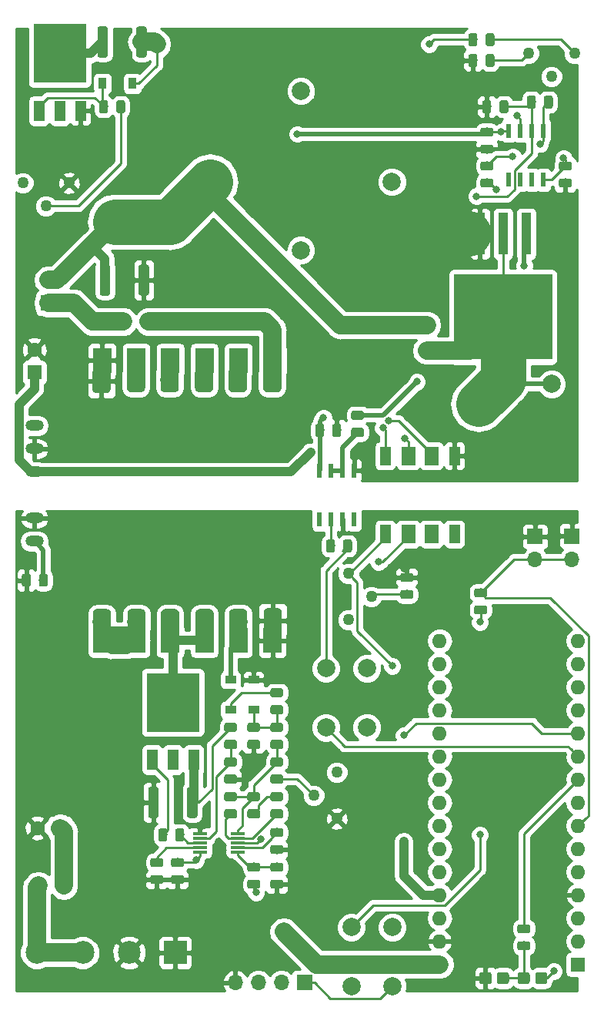
<source format=gbr>
G04 #@! TF.GenerationSoftware,KiCad,Pcbnew,5.0.2+dfsg1-1*
G04 #@! TF.CreationDate,2019-12-18T15:50:12+01:00*
G04 #@! TF.ProjectId,gausskanone,67617573-736b-4616-9e6f-6e652e6b6963,rev?*
G04 #@! TF.SameCoordinates,Original*
G04 #@! TF.FileFunction,Copper,L1,Top*
G04 #@! TF.FilePolarity,Positive*
%FSLAX46Y46*%
G04 Gerber Fmt 4.6, Leading zero omitted, Abs format (unit mm)*
G04 Created by KiCad (PCBNEW 5.0.2+dfsg1-1) date Mi 18 Dez 2019 15:50:12 CET*
%MOMM*%
%LPD*%
G01*
G04 APERTURE LIST*
G04 #@! TA.AperFunction,ComponentPad*
%ADD10O,1.700000X1.700000*%
G04 #@! TD*
G04 #@! TA.AperFunction,ComponentPad*
%ADD11R,1.700000X1.700000*%
G04 #@! TD*
G04 #@! TA.AperFunction,Conductor*
%ADD12C,0.100000*%
G04 #@! TD*
G04 #@! TA.AperFunction,SMDPad,CuDef*
%ADD13C,0.975000*%
G04 #@! TD*
G04 #@! TA.AperFunction,SMDPad,CuDef*
%ADD14C,1.125000*%
G04 #@! TD*
G04 #@! TA.AperFunction,SMDPad,CuDef*
%ADD15R,1.200000X0.900000*%
G04 #@! TD*
G04 #@! TA.AperFunction,SMDPad,CuDef*
%ADD16R,1.100000X1.100000*%
G04 #@! TD*
G04 #@! TA.AperFunction,ComponentPad*
%ADD17O,1.600000X1.600000*%
G04 #@! TD*
G04 #@! TA.AperFunction,ComponentPad*
%ADD18R,1.600000X1.600000*%
G04 #@! TD*
G04 #@! TA.AperFunction,ComponentPad*
%ADD19C,2.000000*%
G04 #@! TD*
G04 #@! TA.AperFunction,ComponentPad*
%ADD20C,1.600000*%
G04 #@! TD*
G04 #@! TA.AperFunction,SMDPad,CuDef*
%ADD21R,0.900000X1.200000*%
G04 #@! TD*
G04 #@! TA.AperFunction,SMDPad,CuDef*
%ADD22C,1.300000*%
G04 #@! TD*
G04 #@! TA.AperFunction,ComponentPad*
%ADD23C,2.500000*%
G04 #@! TD*
G04 #@! TA.AperFunction,ComponentPad*
%ADD24R,2.500000X2.500000*%
G04 #@! TD*
G04 #@! TA.AperFunction,ComponentPad*
%ADD25C,3.000000*%
G04 #@! TD*
G04 #@! TA.AperFunction,SMDPad,CuDef*
%ADD26R,2.000000X2.750000*%
G04 #@! TD*
G04 #@! TA.AperFunction,SMDPad,CuDef*
%ADD27R,5.800000X6.400000*%
G04 #@! TD*
G04 #@! TA.AperFunction,SMDPad,CuDef*
%ADD28R,1.200000X2.200000*%
G04 #@! TD*
G04 #@! TA.AperFunction,SMDPad,CuDef*
%ADD29R,10.800000X9.400000*%
G04 #@! TD*
G04 #@! TA.AperFunction,SMDPad,CuDef*
%ADD30R,1.100000X4.600000*%
G04 #@! TD*
G04 #@! TA.AperFunction,ComponentPad*
%ADD31C,1.260000*%
G04 #@! TD*
G04 #@! TA.AperFunction,SMDPad,CuDef*
%ADD32R,0.600000X1.550000*%
G04 #@! TD*
G04 #@! TA.AperFunction,ComponentPad*
%ADD33O,2.000000X1.200000*%
G04 #@! TD*
G04 #@! TA.AperFunction,SMDPad,CuDef*
%ADD34R,1.170000X2.000000*%
G04 #@! TD*
G04 #@! TA.AperFunction,SMDPad,CuDef*
%ADD35R,1.520000X2.000000*%
G04 #@! TD*
G04 #@! TA.AperFunction,SMDPad,CuDef*
%ADD36R,1.600000X0.300000*%
G04 #@! TD*
G04 #@! TA.AperFunction,ViaPad*
%ADD37C,0.800000*%
G04 #@! TD*
G04 #@! TA.AperFunction,Conductor*
%ADD38C,0.250000*%
G04 #@! TD*
G04 #@! TA.AperFunction,Conductor*
%ADD39C,0.500000*%
G04 #@! TD*
G04 #@! TA.AperFunction,Conductor*
%ADD40C,1.000000*%
G04 #@! TD*
G04 #@! TA.AperFunction,Conductor*
%ADD41C,2.000000*%
G04 #@! TD*
G04 #@! TA.AperFunction,Conductor*
%ADD42C,5.000000*%
G04 #@! TD*
G04 #@! TA.AperFunction,Conductor*
%ADD43C,0.200000*%
G04 #@! TD*
G04 #@! TA.AperFunction,Conductor*
%ADD44C,0.254000*%
G04 #@! TD*
G04 APERTURE END LIST*
D10*
G04 #@! TO.P,JP1,2*
G04 #@! TO.N,/ISO60V*
X91694000Y-65786000D03*
D11*
G04 #@! TO.P,JP1,1*
G04 #@! TO.N,Net-(D3-Pad1)*
X91694000Y-68326000D03*
G04 #@! TD*
D12*
G04 #@! TO.N,GND*
G04 #@! TO.C,R10*
G36*
X131622642Y-97968674D02*
X131646303Y-97972184D01*
X131669507Y-97977996D01*
X131692029Y-97986054D01*
X131713653Y-97996282D01*
X131734170Y-98008579D01*
X131753383Y-98022829D01*
X131771107Y-98038893D01*
X131787171Y-98056617D01*
X131801421Y-98075830D01*
X131813718Y-98096347D01*
X131823946Y-98117971D01*
X131832004Y-98140493D01*
X131837816Y-98163697D01*
X131841326Y-98187358D01*
X131842500Y-98211250D01*
X131842500Y-98698750D01*
X131841326Y-98722642D01*
X131837816Y-98746303D01*
X131832004Y-98769507D01*
X131823946Y-98792029D01*
X131813718Y-98813653D01*
X131801421Y-98834170D01*
X131787171Y-98853383D01*
X131771107Y-98871107D01*
X131753383Y-98887171D01*
X131734170Y-98901421D01*
X131713653Y-98913718D01*
X131692029Y-98923946D01*
X131669507Y-98932004D01*
X131646303Y-98937816D01*
X131622642Y-98941326D01*
X131598750Y-98942500D01*
X130686250Y-98942500D01*
X130662358Y-98941326D01*
X130638697Y-98937816D01*
X130615493Y-98932004D01*
X130592971Y-98923946D01*
X130571347Y-98913718D01*
X130550830Y-98901421D01*
X130531617Y-98887171D01*
X130513893Y-98871107D01*
X130497829Y-98853383D01*
X130483579Y-98834170D01*
X130471282Y-98813653D01*
X130461054Y-98792029D01*
X130452996Y-98769507D01*
X130447184Y-98746303D01*
X130443674Y-98722642D01*
X130442500Y-98698750D01*
X130442500Y-98211250D01*
X130443674Y-98187358D01*
X130447184Y-98163697D01*
X130452996Y-98140493D01*
X130461054Y-98117971D01*
X130471282Y-98096347D01*
X130483579Y-98075830D01*
X130497829Y-98056617D01*
X130513893Y-98038893D01*
X130531617Y-98022829D01*
X130550830Y-98008579D01*
X130571347Y-97996282D01*
X130592971Y-97986054D01*
X130615493Y-97977996D01*
X130638697Y-97972184D01*
X130662358Y-97968674D01*
X130686250Y-97967500D01*
X131598750Y-97967500D01*
X131622642Y-97968674D01*
X131622642Y-97968674D01*
G37*
D13*
G04 #@! TD*
G04 #@! TO.P,R10,2*
G04 #@! TO.N,GND*
X131142500Y-98455000D03*
D12*
G04 #@! TO.N,Net-(R10-Pad1)*
G04 #@! TO.C,R10*
G36*
X131622642Y-99843674D02*
X131646303Y-99847184D01*
X131669507Y-99852996D01*
X131692029Y-99861054D01*
X131713653Y-99871282D01*
X131734170Y-99883579D01*
X131753383Y-99897829D01*
X131771107Y-99913893D01*
X131787171Y-99931617D01*
X131801421Y-99950830D01*
X131813718Y-99971347D01*
X131823946Y-99992971D01*
X131832004Y-100015493D01*
X131837816Y-100038697D01*
X131841326Y-100062358D01*
X131842500Y-100086250D01*
X131842500Y-100573750D01*
X131841326Y-100597642D01*
X131837816Y-100621303D01*
X131832004Y-100644507D01*
X131823946Y-100667029D01*
X131813718Y-100688653D01*
X131801421Y-100709170D01*
X131787171Y-100728383D01*
X131771107Y-100746107D01*
X131753383Y-100762171D01*
X131734170Y-100776421D01*
X131713653Y-100788718D01*
X131692029Y-100798946D01*
X131669507Y-100807004D01*
X131646303Y-100812816D01*
X131622642Y-100816326D01*
X131598750Y-100817500D01*
X130686250Y-100817500D01*
X130662358Y-100816326D01*
X130638697Y-100812816D01*
X130615493Y-100807004D01*
X130592971Y-100798946D01*
X130571347Y-100788718D01*
X130550830Y-100776421D01*
X130531617Y-100762171D01*
X130513893Y-100746107D01*
X130497829Y-100728383D01*
X130483579Y-100709170D01*
X130471282Y-100688653D01*
X130461054Y-100667029D01*
X130452996Y-100644507D01*
X130447184Y-100621303D01*
X130443674Y-100597642D01*
X130442500Y-100573750D01*
X130442500Y-100086250D01*
X130443674Y-100062358D01*
X130447184Y-100038697D01*
X130452996Y-100015493D01*
X130461054Y-99992971D01*
X130471282Y-99971347D01*
X130483579Y-99950830D01*
X130497829Y-99931617D01*
X130513893Y-99913893D01*
X130531617Y-99897829D01*
X130550830Y-99883579D01*
X130571347Y-99871282D01*
X130592971Y-99861054D01*
X130615493Y-99852996D01*
X130638697Y-99847184D01*
X130662358Y-99843674D01*
X130686250Y-99842500D01*
X131598750Y-99842500D01*
X131622642Y-99843674D01*
X131622642Y-99843674D01*
G37*
D13*
G04 #@! TD*
G04 #@! TO.P,R10,1*
G04 #@! TO.N,Net-(R10-Pad1)*
X131142500Y-100330000D03*
D12*
G04 #@! TO.N,/ISOGND*
G04 #@! TO.C,R3*
G36*
X102550505Y-64087204D02*
X102574773Y-64090804D01*
X102598572Y-64096765D01*
X102621671Y-64105030D01*
X102643850Y-64115520D01*
X102664893Y-64128132D01*
X102684599Y-64142747D01*
X102702777Y-64159223D01*
X102719253Y-64177401D01*
X102733868Y-64197107D01*
X102746480Y-64218150D01*
X102756970Y-64240329D01*
X102765235Y-64263428D01*
X102771196Y-64287227D01*
X102774796Y-64311495D01*
X102776000Y-64335999D01*
X102776000Y-67236001D01*
X102774796Y-67260505D01*
X102771196Y-67284773D01*
X102765235Y-67308572D01*
X102756970Y-67331671D01*
X102746480Y-67353850D01*
X102733868Y-67374893D01*
X102719253Y-67394599D01*
X102702777Y-67412777D01*
X102684599Y-67429253D01*
X102664893Y-67443868D01*
X102643850Y-67456480D01*
X102621671Y-67466970D01*
X102598572Y-67475235D01*
X102574773Y-67481196D01*
X102550505Y-67484796D01*
X102526001Y-67486000D01*
X101900999Y-67486000D01*
X101876495Y-67484796D01*
X101852227Y-67481196D01*
X101828428Y-67475235D01*
X101805329Y-67466970D01*
X101783150Y-67456480D01*
X101762107Y-67443868D01*
X101742401Y-67429253D01*
X101724223Y-67412777D01*
X101707747Y-67394599D01*
X101693132Y-67374893D01*
X101680520Y-67353850D01*
X101670030Y-67331671D01*
X101661765Y-67308572D01*
X101655804Y-67284773D01*
X101652204Y-67260505D01*
X101651000Y-67236001D01*
X101651000Y-64335999D01*
X101652204Y-64311495D01*
X101655804Y-64287227D01*
X101661765Y-64263428D01*
X101670030Y-64240329D01*
X101680520Y-64218150D01*
X101693132Y-64197107D01*
X101707747Y-64177401D01*
X101724223Y-64159223D01*
X101742401Y-64142747D01*
X101762107Y-64128132D01*
X101783150Y-64115520D01*
X101805329Y-64105030D01*
X101828428Y-64096765D01*
X101852227Y-64090804D01*
X101876495Y-64087204D01*
X101900999Y-64086000D01*
X102526001Y-64086000D01*
X102550505Y-64087204D01*
X102550505Y-64087204D01*
G37*
D14*
G04 #@! TD*
G04 #@! TO.P,R3,2*
G04 #@! TO.N,/ISOGND*
X102213500Y-65786000D03*
D12*
G04 #@! TO.N,/ISO60V*
G04 #@! TO.C,R3*
G36*
X98275505Y-64087204D02*
X98299773Y-64090804D01*
X98323572Y-64096765D01*
X98346671Y-64105030D01*
X98368850Y-64115520D01*
X98389893Y-64128132D01*
X98409599Y-64142747D01*
X98427777Y-64159223D01*
X98444253Y-64177401D01*
X98458868Y-64197107D01*
X98471480Y-64218150D01*
X98481970Y-64240329D01*
X98490235Y-64263428D01*
X98496196Y-64287227D01*
X98499796Y-64311495D01*
X98501000Y-64335999D01*
X98501000Y-67236001D01*
X98499796Y-67260505D01*
X98496196Y-67284773D01*
X98490235Y-67308572D01*
X98481970Y-67331671D01*
X98471480Y-67353850D01*
X98458868Y-67374893D01*
X98444253Y-67394599D01*
X98427777Y-67412777D01*
X98409599Y-67429253D01*
X98389893Y-67443868D01*
X98368850Y-67456480D01*
X98346671Y-67466970D01*
X98323572Y-67475235D01*
X98299773Y-67481196D01*
X98275505Y-67484796D01*
X98251001Y-67486000D01*
X97625999Y-67486000D01*
X97601495Y-67484796D01*
X97577227Y-67481196D01*
X97553428Y-67475235D01*
X97530329Y-67466970D01*
X97508150Y-67456480D01*
X97487107Y-67443868D01*
X97467401Y-67429253D01*
X97449223Y-67412777D01*
X97432747Y-67394599D01*
X97418132Y-67374893D01*
X97405520Y-67353850D01*
X97395030Y-67331671D01*
X97386765Y-67308572D01*
X97380804Y-67284773D01*
X97377204Y-67260505D01*
X97376000Y-67236001D01*
X97376000Y-64335999D01*
X97377204Y-64311495D01*
X97380804Y-64287227D01*
X97386765Y-64263428D01*
X97395030Y-64240329D01*
X97405520Y-64218150D01*
X97418132Y-64197107D01*
X97432747Y-64177401D01*
X97449223Y-64159223D01*
X97467401Y-64142747D01*
X97487107Y-64128132D01*
X97508150Y-64115520D01*
X97530329Y-64105030D01*
X97553428Y-64096765D01*
X97577227Y-64090804D01*
X97601495Y-64087204D01*
X97625999Y-64086000D01*
X98251001Y-64086000D01*
X98275505Y-64087204D01*
X98275505Y-64087204D01*
G37*
D14*
G04 #@! TD*
G04 #@! TO.P,R3,1*
G04 #@! TO.N,/ISO60V*
X97938500Y-65786000D03*
D15*
G04 #@! TO.P,D7,2*
G04 #@! TO.N,Net-(D7-Pad2)*
X111760000Y-109730000D03*
G04 #@! TO.P,D7,1*
G04 #@! TO.N,Net-(D7-Pad1)*
X111760000Y-113030000D03*
G04 #@! TD*
D16*
G04 #@! TO.P,D4,2*
G04 #@! TO.N,Net-(D4-Pad2)*
X90600000Y-132334000D03*
G04 #@! TO.P,D4,1*
G04 #@! TO.N,+12V*
X93400000Y-132334000D03*
G04 #@! TD*
G04 #@! TO.P,D2,2*
G04 #@! TO.N,Net-(D2-Pad2)*
X133350000Y-73536000D03*
G04 #@! TO.P,D2,1*
G04 #@! TO.N,/ISO60V*
X133350000Y-70736000D03*
G04 #@! TD*
G04 #@! TO.P,D3,2*
G04 #@! TO.N,Net-(D3-Pad2)*
X102746000Y-70358000D03*
G04 #@! TO.P,D3,1*
G04 #@! TO.N,Net-(D3-Pad1)*
X99946000Y-70358000D03*
G04 #@! TD*
D17*
G04 #@! TO.P,A1,16*
G04 #@! TO.N,Net-(A1-Pad16)*
X134760000Y-105440000D03*
G04 #@! TO.P,A1,15*
G04 #@! TO.N,Net-(A1-Pad15)*
X150000000Y-105440000D03*
G04 #@! TO.P,A1,30*
G04 #@! TO.N,+12V*
X134760000Y-141000000D03*
G04 #@! TO.P,A1,14*
G04 #@! TO.N,Net-(A1-Pad14)*
X150000000Y-107980000D03*
G04 #@! TO.P,A1,29*
G04 #@! TO.N,GND*
X134760000Y-138460000D03*
G04 #@! TO.P,A1,13*
G04 #@! TO.N,Net-(A1-Pad13)*
X150000000Y-110520000D03*
G04 #@! TO.P,A1,28*
G04 #@! TO.N,Net-(A1-Pad28)*
X134760000Y-135920000D03*
G04 #@! TO.P,A1,12*
G04 #@! TO.N,Net-(A1-Pad12)*
X150000000Y-113060000D03*
G04 #@! TO.P,A1,27*
G04 #@! TO.N,+5V*
X134760000Y-133380000D03*
G04 #@! TO.P,A1,11*
G04 #@! TO.N,/DCDC_EN*
X150000000Y-115600000D03*
G04 #@! TO.P,A1,26*
G04 #@! TO.N,Net-(A1-Pad26)*
X134760000Y-130840000D03*
G04 #@! TO.P,A1,10*
G04 #@! TO.N,/IGNITION*
X150000000Y-118140000D03*
G04 #@! TO.P,A1,25*
G04 #@! TO.N,Net-(A1-Pad25)*
X134760000Y-128300000D03*
G04 #@! TO.P,A1,9*
G04 #@! TO.N,Net-(A1-Pad9)*
X150000000Y-120680000D03*
G04 #@! TO.P,A1,24*
G04 #@! TO.N,Net-(A1-Pad24)*
X134760000Y-125760000D03*
G04 #@! TO.P,A1,8*
G04 #@! TO.N,Net-(A1-Pad8)*
X150000000Y-123220000D03*
G04 #@! TO.P,A1,23*
G04 #@! TO.N,Net-(A1-Pad23)*
X134760000Y-123220000D03*
G04 #@! TO.P,A1,7*
G04 #@! TO.N,/READY*
X150000000Y-125760000D03*
G04 #@! TO.P,A1,22*
G04 #@! TO.N,Net-(A1-Pad22)*
X134760000Y-120680000D03*
G04 #@! TO.P,A1,6*
G04 #@! TO.N,Net-(A1-Pad6)*
X150000000Y-128300000D03*
G04 #@! TO.P,A1,21*
G04 #@! TO.N,Net-(A1-Pad21)*
X134760000Y-118140000D03*
G04 #@! TO.P,A1,5*
G04 #@! TO.N,Net-(A1-Pad5)*
X150000000Y-130840000D03*
G04 #@! TO.P,A1,20*
G04 #@! TO.N,Net-(A1-Pad20)*
X134760000Y-115600000D03*
G04 #@! TO.P,A1,4*
G04 #@! TO.N,GND*
X150000000Y-133380000D03*
G04 #@! TO.P,A1,19*
G04 #@! TO.N,/UMeas*
X134760000Y-113060000D03*
G04 #@! TO.P,A1,3*
G04 #@! TO.N,Net-(A1-Pad3)*
X150000000Y-135920000D03*
G04 #@! TO.P,A1,18*
G04 #@! TO.N,Net-(A1-Pad18)*
X134760000Y-110520000D03*
G04 #@! TO.P,A1,2*
G04 #@! TO.N,Net-(A1-Pad2)*
X150000000Y-138460000D03*
G04 #@! TO.P,A1,17*
G04 #@! TO.N,Net-(A1-Pad17)*
X134760000Y-107980000D03*
D18*
G04 #@! TO.P,A1,1*
G04 #@! TO.N,Net-(A1-Pad1)*
X150000000Y-141000000D03*
G04 #@! TD*
D12*
G04 #@! TO.N,/ISOGND*
G04 #@! TO.C,C1*
G36*
X149070142Y-54631674D02*
X149093803Y-54635184D01*
X149117007Y-54640996D01*
X149139529Y-54649054D01*
X149161153Y-54659282D01*
X149181670Y-54671579D01*
X149200883Y-54685829D01*
X149218607Y-54701893D01*
X149234671Y-54719617D01*
X149248921Y-54738830D01*
X149261218Y-54759347D01*
X149271446Y-54780971D01*
X149279504Y-54803493D01*
X149285316Y-54826697D01*
X149288826Y-54850358D01*
X149290000Y-54874250D01*
X149290000Y-55361750D01*
X149288826Y-55385642D01*
X149285316Y-55409303D01*
X149279504Y-55432507D01*
X149271446Y-55455029D01*
X149261218Y-55476653D01*
X149248921Y-55497170D01*
X149234671Y-55516383D01*
X149218607Y-55534107D01*
X149200883Y-55550171D01*
X149181670Y-55564421D01*
X149161153Y-55576718D01*
X149139529Y-55586946D01*
X149117007Y-55595004D01*
X149093803Y-55600816D01*
X149070142Y-55604326D01*
X149046250Y-55605500D01*
X148133750Y-55605500D01*
X148109858Y-55604326D01*
X148086197Y-55600816D01*
X148062993Y-55595004D01*
X148040471Y-55586946D01*
X148018847Y-55576718D01*
X147998330Y-55564421D01*
X147979117Y-55550171D01*
X147961393Y-55534107D01*
X147945329Y-55516383D01*
X147931079Y-55497170D01*
X147918782Y-55476653D01*
X147908554Y-55455029D01*
X147900496Y-55432507D01*
X147894684Y-55409303D01*
X147891174Y-55385642D01*
X147890000Y-55361750D01*
X147890000Y-54874250D01*
X147891174Y-54850358D01*
X147894684Y-54826697D01*
X147900496Y-54803493D01*
X147908554Y-54780971D01*
X147918782Y-54759347D01*
X147931079Y-54738830D01*
X147945329Y-54719617D01*
X147961393Y-54701893D01*
X147979117Y-54685829D01*
X147998330Y-54671579D01*
X148018847Y-54659282D01*
X148040471Y-54649054D01*
X148062993Y-54640996D01*
X148086197Y-54635184D01*
X148109858Y-54631674D01*
X148133750Y-54630500D01*
X149046250Y-54630500D01*
X149070142Y-54631674D01*
X149070142Y-54631674D01*
G37*
D13*
G04 #@! TD*
G04 #@! TO.P,C1,2*
G04 #@! TO.N,/ISOGND*
X148590000Y-55118000D03*
D12*
G04 #@! TO.N,/ISO+12V*
G04 #@! TO.C,C1*
G36*
X149070142Y-52756674D02*
X149093803Y-52760184D01*
X149117007Y-52765996D01*
X149139529Y-52774054D01*
X149161153Y-52784282D01*
X149181670Y-52796579D01*
X149200883Y-52810829D01*
X149218607Y-52826893D01*
X149234671Y-52844617D01*
X149248921Y-52863830D01*
X149261218Y-52884347D01*
X149271446Y-52905971D01*
X149279504Y-52928493D01*
X149285316Y-52951697D01*
X149288826Y-52975358D01*
X149290000Y-52999250D01*
X149290000Y-53486750D01*
X149288826Y-53510642D01*
X149285316Y-53534303D01*
X149279504Y-53557507D01*
X149271446Y-53580029D01*
X149261218Y-53601653D01*
X149248921Y-53622170D01*
X149234671Y-53641383D01*
X149218607Y-53659107D01*
X149200883Y-53675171D01*
X149181670Y-53689421D01*
X149161153Y-53701718D01*
X149139529Y-53711946D01*
X149117007Y-53720004D01*
X149093803Y-53725816D01*
X149070142Y-53729326D01*
X149046250Y-53730500D01*
X148133750Y-53730500D01*
X148109858Y-53729326D01*
X148086197Y-53725816D01*
X148062993Y-53720004D01*
X148040471Y-53711946D01*
X148018847Y-53701718D01*
X147998330Y-53689421D01*
X147979117Y-53675171D01*
X147961393Y-53659107D01*
X147945329Y-53641383D01*
X147931079Y-53622170D01*
X147918782Y-53601653D01*
X147908554Y-53580029D01*
X147900496Y-53557507D01*
X147894684Y-53534303D01*
X147891174Y-53510642D01*
X147890000Y-53486750D01*
X147890000Y-52999250D01*
X147891174Y-52975358D01*
X147894684Y-52951697D01*
X147900496Y-52928493D01*
X147908554Y-52905971D01*
X147918782Y-52884347D01*
X147931079Y-52863830D01*
X147945329Y-52844617D01*
X147961393Y-52826893D01*
X147979117Y-52810829D01*
X147998330Y-52796579D01*
X148018847Y-52784282D01*
X148040471Y-52774054D01*
X148062993Y-52765996D01*
X148086197Y-52760184D01*
X148109858Y-52756674D01*
X148133750Y-52755500D01*
X149046250Y-52755500D01*
X149070142Y-52756674D01*
X149070142Y-52756674D01*
G37*
D13*
G04 #@! TD*
G04 #@! TO.P,C1,1*
G04 #@! TO.N,/ISO+12V*
X148590000Y-53243000D03*
D19*
G04 #@! TO.P,C2,2*
G04 #@! TO.N,/ISOGND*
X129500000Y-65000000D03*
G04 #@! TO.P,C2,NC*
G04 #@! TO.N,N/C*
X119500000Y-62500000D03*
X119500000Y-45000000D03*
X129500000Y-55000000D03*
G04 #@! TO.P,C2,1*
G04 #@! TO.N,/ISO60V*
X109500000Y-55000000D03*
G04 #@! TD*
D12*
G04 #@! TO.N,Net-(C3-Pad2)*
G04 #@! TO.C,C3*
G36*
X145126142Y-45529174D02*
X145149803Y-45532684D01*
X145173007Y-45538496D01*
X145195529Y-45546554D01*
X145217153Y-45556782D01*
X145237670Y-45569079D01*
X145256883Y-45583329D01*
X145274607Y-45599393D01*
X145290671Y-45617117D01*
X145304921Y-45636330D01*
X145317218Y-45656847D01*
X145327446Y-45678471D01*
X145335504Y-45700993D01*
X145341316Y-45724197D01*
X145344826Y-45747858D01*
X145346000Y-45771750D01*
X145346000Y-46684250D01*
X145344826Y-46708142D01*
X145341316Y-46731803D01*
X145335504Y-46755007D01*
X145327446Y-46777529D01*
X145317218Y-46799153D01*
X145304921Y-46819670D01*
X145290671Y-46838883D01*
X145274607Y-46856607D01*
X145256883Y-46872671D01*
X145237670Y-46886921D01*
X145217153Y-46899218D01*
X145195529Y-46909446D01*
X145173007Y-46917504D01*
X145149803Y-46923316D01*
X145126142Y-46926826D01*
X145102250Y-46928000D01*
X144614750Y-46928000D01*
X144590858Y-46926826D01*
X144567197Y-46923316D01*
X144543993Y-46917504D01*
X144521471Y-46909446D01*
X144499847Y-46899218D01*
X144479330Y-46886921D01*
X144460117Y-46872671D01*
X144442393Y-46856607D01*
X144426329Y-46838883D01*
X144412079Y-46819670D01*
X144399782Y-46799153D01*
X144389554Y-46777529D01*
X144381496Y-46755007D01*
X144375684Y-46731803D01*
X144372174Y-46708142D01*
X144371000Y-46684250D01*
X144371000Y-45771750D01*
X144372174Y-45747858D01*
X144375684Y-45724197D01*
X144381496Y-45700993D01*
X144389554Y-45678471D01*
X144399782Y-45656847D01*
X144412079Y-45636330D01*
X144426329Y-45617117D01*
X144442393Y-45599393D01*
X144460117Y-45583329D01*
X144479330Y-45569079D01*
X144499847Y-45556782D01*
X144521471Y-45546554D01*
X144543993Y-45538496D01*
X144567197Y-45532684D01*
X144590858Y-45529174D01*
X144614750Y-45528000D01*
X145102250Y-45528000D01*
X145126142Y-45529174D01*
X145126142Y-45529174D01*
G37*
D13*
G04 #@! TD*
G04 #@! TO.P,C3,2*
G04 #@! TO.N,Net-(C3-Pad2)*
X144858500Y-46228000D03*
D12*
G04 #@! TO.N,Net-(C3-Pad1)*
G04 #@! TO.C,C3*
G36*
X147001142Y-45529174D02*
X147024803Y-45532684D01*
X147048007Y-45538496D01*
X147070529Y-45546554D01*
X147092153Y-45556782D01*
X147112670Y-45569079D01*
X147131883Y-45583329D01*
X147149607Y-45599393D01*
X147165671Y-45617117D01*
X147179921Y-45636330D01*
X147192218Y-45656847D01*
X147202446Y-45678471D01*
X147210504Y-45700993D01*
X147216316Y-45724197D01*
X147219826Y-45747858D01*
X147221000Y-45771750D01*
X147221000Y-46684250D01*
X147219826Y-46708142D01*
X147216316Y-46731803D01*
X147210504Y-46755007D01*
X147202446Y-46777529D01*
X147192218Y-46799153D01*
X147179921Y-46819670D01*
X147165671Y-46838883D01*
X147149607Y-46856607D01*
X147131883Y-46872671D01*
X147112670Y-46886921D01*
X147092153Y-46899218D01*
X147070529Y-46909446D01*
X147048007Y-46917504D01*
X147024803Y-46923316D01*
X147001142Y-46926826D01*
X146977250Y-46928000D01*
X146489750Y-46928000D01*
X146465858Y-46926826D01*
X146442197Y-46923316D01*
X146418993Y-46917504D01*
X146396471Y-46909446D01*
X146374847Y-46899218D01*
X146354330Y-46886921D01*
X146335117Y-46872671D01*
X146317393Y-46856607D01*
X146301329Y-46838883D01*
X146287079Y-46819670D01*
X146274782Y-46799153D01*
X146264554Y-46777529D01*
X146256496Y-46755007D01*
X146250684Y-46731803D01*
X146247174Y-46708142D01*
X146246000Y-46684250D01*
X146246000Y-45771750D01*
X146247174Y-45747858D01*
X146250684Y-45724197D01*
X146256496Y-45700993D01*
X146264554Y-45678471D01*
X146274782Y-45656847D01*
X146287079Y-45636330D01*
X146301329Y-45617117D01*
X146317393Y-45599393D01*
X146335117Y-45583329D01*
X146354330Y-45569079D01*
X146374847Y-45556782D01*
X146396471Y-45546554D01*
X146418993Y-45538496D01*
X146442197Y-45532684D01*
X146465858Y-45529174D01*
X146489750Y-45528000D01*
X146977250Y-45528000D01*
X147001142Y-45529174D01*
X147001142Y-45529174D01*
G37*
D13*
G04 #@! TD*
G04 #@! TO.P,C3,1*
G04 #@! TO.N,Net-(C3-Pad1)*
X146733500Y-46228000D03*
D12*
G04 #@! TO.N,/ISOGND*
G04 #@! TO.C,C4*
G36*
X140434142Y-50918674D02*
X140457803Y-50922184D01*
X140481007Y-50927996D01*
X140503529Y-50936054D01*
X140525153Y-50946282D01*
X140545670Y-50958579D01*
X140564883Y-50972829D01*
X140582607Y-50988893D01*
X140598671Y-51006617D01*
X140612921Y-51025830D01*
X140625218Y-51046347D01*
X140635446Y-51067971D01*
X140643504Y-51090493D01*
X140649316Y-51113697D01*
X140652826Y-51137358D01*
X140654000Y-51161250D01*
X140654000Y-51648750D01*
X140652826Y-51672642D01*
X140649316Y-51696303D01*
X140643504Y-51719507D01*
X140635446Y-51742029D01*
X140625218Y-51763653D01*
X140612921Y-51784170D01*
X140598671Y-51803383D01*
X140582607Y-51821107D01*
X140564883Y-51837171D01*
X140545670Y-51851421D01*
X140525153Y-51863718D01*
X140503529Y-51873946D01*
X140481007Y-51882004D01*
X140457803Y-51887816D01*
X140434142Y-51891326D01*
X140410250Y-51892500D01*
X139497750Y-51892500D01*
X139473858Y-51891326D01*
X139450197Y-51887816D01*
X139426993Y-51882004D01*
X139404471Y-51873946D01*
X139382847Y-51863718D01*
X139362330Y-51851421D01*
X139343117Y-51837171D01*
X139325393Y-51821107D01*
X139309329Y-51803383D01*
X139295079Y-51784170D01*
X139282782Y-51763653D01*
X139272554Y-51742029D01*
X139264496Y-51719507D01*
X139258684Y-51696303D01*
X139255174Y-51672642D01*
X139254000Y-51648750D01*
X139254000Y-51161250D01*
X139255174Y-51137358D01*
X139258684Y-51113697D01*
X139264496Y-51090493D01*
X139272554Y-51067971D01*
X139282782Y-51046347D01*
X139295079Y-51025830D01*
X139309329Y-51006617D01*
X139325393Y-50988893D01*
X139343117Y-50972829D01*
X139362330Y-50958579D01*
X139382847Y-50946282D01*
X139404471Y-50936054D01*
X139426993Y-50927996D01*
X139450197Y-50922184D01*
X139473858Y-50918674D01*
X139497750Y-50917500D01*
X140410250Y-50917500D01*
X140434142Y-50918674D01*
X140434142Y-50918674D01*
G37*
D13*
G04 #@! TD*
G04 #@! TO.P,C4,2*
G04 #@! TO.N,/ISOGND*
X139954000Y-51405000D03*
D12*
G04 #@! TO.N,/ISO-12V*
G04 #@! TO.C,C4*
G36*
X140434142Y-49043674D02*
X140457803Y-49047184D01*
X140481007Y-49052996D01*
X140503529Y-49061054D01*
X140525153Y-49071282D01*
X140545670Y-49083579D01*
X140564883Y-49097829D01*
X140582607Y-49113893D01*
X140598671Y-49131617D01*
X140612921Y-49150830D01*
X140625218Y-49171347D01*
X140635446Y-49192971D01*
X140643504Y-49215493D01*
X140649316Y-49238697D01*
X140652826Y-49262358D01*
X140654000Y-49286250D01*
X140654000Y-49773750D01*
X140652826Y-49797642D01*
X140649316Y-49821303D01*
X140643504Y-49844507D01*
X140635446Y-49867029D01*
X140625218Y-49888653D01*
X140612921Y-49909170D01*
X140598671Y-49928383D01*
X140582607Y-49946107D01*
X140564883Y-49962171D01*
X140545670Y-49976421D01*
X140525153Y-49988718D01*
X140503529Y-49998946D01*
X140481007Y-50007004D01*
X140457803Y-50012816D01*
X140434142Y-50016326D01*
X140410250Y-50017500D01*
X139497750Y-50017500D01*
X139473858Y-50016326D01*
X139450197Y-50012816D01*
X139426993Y-50007004D01*
X139404471Y-49998946D01*
X139382847Y-49988718D01*
X139362330Y-49976421D01*
X139343117Y-49962171D01*
X139325393Y-49946107D01*
X139309329Y-49928383D01*
X139295079Y-49909170D01*
X139282782Y-49888653D01*
X139272554Y-49867029D01*
X139264496Y-49844507D01*
X139258684Y-49821303D01*
X139255174Y-49797642D01*
X139254000Y-49773750D01*
X139254000Y-49286250D01*
X139255174Y-49262358D01*
X139258684Y-49238697D01*
X139264496Y-49215493D01*
X139272554Y-49192971D01*
X139282782Y-49171347D01*
X139295079Y-49150830D01*
X139309329Y-49131617D01*
X139325393Y-49113893D01*
X139343117Y-49097829D01*
X139362330Y-49083579D01*
X139382847Y-49071282D01*
X139404471Y-49061054D01*
X139426993Y-49052996D01*
X139450197Y-49047184D01*
X139473858Y-49043674D01*
X139497750Y-49042500D01*
X140410250Y-49042500D01*
X140434142Y-49043674D01*
X140434142Y-49043674D01*
G37*
D13*
G04 #@! TD*
G04 #@! TO.P,C4,1*
G04 #@! TO.N,/ISO-12V*
X139954000Y-49530000D03*
D12*
G04 #@! TO.N,/ISOGND*
G04 #@! TO.C,C5*
G36*
X123711642Y-81597174D02*
X123735303Y-81600684D01*
X123758507Y-81606496D01*
X123781029Y-81614554D01*
X123802653Y-81624782D01*
X123823170Y-81637079D01*
X123842383Y-81651329D01*
X123860107Y-81667393D01*
X123876171Y-81685117D01*
X123890421Y-81704330D01*
X123902718Y-81724847D01*
X123912946Y-81746471D01*
X123921004Y-81768993D01*
X123926816Y-81792197D01*
X123930326Y-81815858D01*
X123931500Y-81839750D01*
X123931500Y-82752250D01*
X123930326Y-82776142D01*
X123926816Y-82799803D01*
X123921004Y-82823007D01*
X123912946Y-82845529D01*
X123902718Y-82867153D01*
X123890421Y-82887670D01*
X123876171Y-82906883D01*
X123860107Y-82924607D01*
X123842383Y-82940671D01*
X123823170Y-82954921D01*
X123802653Y-82967218D01*
X123781029Y-82977446D01*
X123758507Y-82985504D01*
X123735303Y-82991316D01*
X123711642Y-82994826D01*
X123687750Y-82996000D01*
X123200250Y-82996000D01*
X123176358Y-82994826D01*
X123152697Y-82991316D01*
X123129493Y-82985504D01*
X123106971Y-82977446D01*
X123085347Y-82967218D01*
X123064830Y-82954921D01*
X123045617Y-82940671D01*
X123027893Y-82924607D01*
X123011829Y-82906883D01*
X122997579Y-82887670D01*
X122985282Y-82867153D01*
X122975054Y-82845529D01*
X122966996Y-82823007D01*
X122961184Y-82799803D01*
X122957674Y-82776142D01*
X122956500Y-82752250D01*
X122956500Y-81839750D01*
X122957674Y-81815858D01*
X122961184Y-81792197D01*
X122966996Y-81768993D01*
X122975054Y-81746471D01*
X122985282Y-81724847D01*
X122997579Y-81704330D01*
X123011829Y-81685117D01*
X123027893Y-81667393D01*
X123045617Y-81651329D01*
X123064830Y-81637079D01*
X123085347Y-81624782D01*
X123106971Y-81614554D01*
X123129493Y-81606496D01*
X123152697Y-81600684D01*
X123176358Y-81597174D01*
X123200250Y-81596000D01*
X123687750Y-81596000D01*
X123711642Y-81597174D01*
X123711642Y-81597174D01*
G37*
D13*
G04 #@! TD*
G04 #@! TO.P,C5,2*
G04 #@! TO.N,/ISOGND*
X123444000Y-82296000D03*
D12*
G04 #@! TO.N,/ISO+12V*
G04 #@! TO.C,C5*
G36*
X121836642Y-81597174D02*
X121860303Y-81600684D01*
X121883507Y-81606496D01*
X121906029Y-81614554D01*
X121927653Y-81624782D01*
X121948170Y-81637079D01*
X121967383Y-81651329D01*
X121985107Y-81667393D01*
X122001171Y-81685117D01*
X122015421Y-81704330D01*
X122027718Y-81724847D01*
X122037946Y-81746471D01*
X122046004Y-81768993D01*
X122051816Y-81792197D01*
X122055326Y-81815858D01*
X122056500Y-81839750D01*
X122056500Y-82752250D01*
X122055326Y-82776142D01*
X122051816Y-82799803D01*
X122046004Y-82823007D01*
X122037946Y-82845529D01*
X122027718Y-82867153D01*
X122015421Y-82887670D01*
X122001171Y-82906883D01*
X121985107Y-82924607D01*
X121967383Y-82940671D01*
X121948170Y-82954921D01*
X121927653Y-82967218D01*
X121906029Y-82977446D01*
X121883507Y-82985504D01*
X121860303Y-82991316D01*
X121836642Y-82994826D01*
X121812750Y-82996000D01*
X121325250Y-82996000D01*
X121301358Y-82994826D01*
X121277697Y-82991316D01*
X121254493Y-82985504D01*
X121231971Y-82977446D01*
X121210347Y-82967218D01*
X121189830Y-82954921D01*
X121170617Y-82940671D01*
X121152893Y-82924607D01*
X121136829Y-82906883D01*
X121122579Y-82887670D01*
X121110282Y-82867153D01*
X121100054Y-82845529D01*
X121091996Y-82823007D01*
X121086184Y-82799803D01*
X121082674Y-82776142D01*
X121081500Y-82752250D01*
X121081500Y-81839750D01*
X121082674Y-81815858D01*
X121086184Y-81792197D01*
X121091996Y-81768993D01*
X121100054Y-81746471D01*
X121110282Y-81724847D01*
X121122579Y-81704330D01*
X121136829Y-81685117D01*
X121152893Y-81667393D01*
X121170617Y-81651329D01*
X121189830Y-81637079D01*
X121210347Y-81624782D01*
X121231971Y-81614554D01*
X121254493Y-81606496D01*
X121277697Y-81600684D01*
X121301358Y-81597174D01*
X121325250Y-81596000D01*
X121812750Y-81596000D01*
X121836642Y-81597174D01*
X121836642Y-81597174D01*
G37*
D13*
G04 #@! TD*
G04 #@! TO.P,C5,1*
G04 #@! TO.N,/ISO+12V*
X121569000Y-82296000D03*
D20*
G04 #@! TO.P,C6,2*
G04 #@! TO.N,/ISOGND*
X90170000Y-73446000D03*
D18*
G04 #@! TO.P,C6,1*
G04 #@! TO.N,/ISO+12V*
X90170000Y-75946000D03*
G04 #@! TD*
D20*
G04 #@! TO.P,C8,2*
G04 #@! TO.N,GND*
X90500000Y-126000000D03*
D18*
G04 #@! TO.P,C8,1*
G04 #@! TO.N,+12V*
X93000000Y-126000000D03*
G04 #@! TD*
D12*
G04 #@! TO.N,GND*
G04 #@! TO.C,C9*
G36*
X89547642Y-98072174D02*
X89571303Y-98075684D01*
X89594507Y-98081496D01*
X89617029Y-98089554D01*
X89638653Y-98099782D01*
X89659170Y-98112079D01*
X89678383Y-98126329D01*
X89696107Y-98142393D01*
X89712171Y-98160117D01*
X89726421Y-98179330D01*
X89738718Y-98199847D01*
X89748946Y-98221471D01*
X89757004Y-98243993D01*
X89762816Y-98267197D01*
X89766326Y-98290858D01*
X89767500Y-98314750D01*
X89767500Y-99227250D01*
X89766326Y-99251142D01*
X89762816Y-99274803D01*
X89757004Y-99298007D01*
X89748946Y-99320529D01*
X89738718Y-99342153D01*
X89726421Y-99362670D01*
X89712171Y-99381883D01*
X89696107Y-99399607D01*
X89678383Y-99415671D01*
X89659170Y-99429921D01*
X89638653Y-99442218D01*
X89617029Y-99452446D01*
X89594507Y-99460504D01*
X89571303Y-99466316D01*
X89547642Y-99469826D01*
X89523750Y-99471000D01*
X89036250Y-99471000D01*
X89012358Y-99469826D01*
X88988697Y-99466316D01*
X88965493Y-99460504D01*
X88942971Y-99452446D01*
X88921347Y-99442218D01*
X88900830Y-99429921D01*
X88881617Y-99415671D01*
X88863893Y-99399607D01*
X88847829Y-99381883D01*
X88833579Y-99362670D01*
X88821282Y-99342153D01*
X88811054Y-99320529D01*
X88802996Y-99298007D01*
X88797184Y-99274803D01*
X88793674Y-99251142D01*
X88792500Y-99227250D01*
X88792500Y-98314750D01*
X88793674Y-98290858D01*
X88797184Y-98267197D01*
X88802996Y-98243993D01*
X88811054Y-98221471D01*
X88821282Y-98199847D01*
X88833579Y-98179330D01*
X88847829Y-98160117D01*
X88863893Y-98142393D01*
X88881617Y-98126329D01*
X88900830Y-98112079D01*
X88921347Y-98099782D01*
X88942971Y-98089554D01*
X88965493Y-98081496D01*
X88988697Y-98075684D01*
X89012358Y-98072174D01*
X89036250Y-98071000D01*
X89523750Y-98071000D01*
X89547642Y-98072174D01*
X89547642Y-98072174D01*
G37*
D13*
G04 #@! TD*
G04 #@! TO.P,C9,2*
G04 #@! TO.N,GND*
X89280000Y-98771000D03*
D12*
G04 #@! TO.N,+12V*
G04 #@! TO.C,C9*
G36*
X91422642Y-98072174D02*
X91446303Y-98075684D01*
X91469507Y-98081496D01*
X91492029Y-98089554D01*
X91513653Y-98099782D01*
X91534170Y-98112079D01*
X91553383Y-98126329D01*
X91571107Y-98142393D01*
X91587171Y-98160117D01*
X91601421Y-98179330D01*
X91613718Y-98199847D01*
X91623946Y-98221471D01*
X91632004Y-98243993D01*
X91637816Y-98267197D01*
X91641326Y-98290858D01*
X91642500Y-98314750D01*
X91642500Y-99227250D01*
X91641326Y-99251142D01*
X91637816Y-99274803D01*
X91632004Y-99298007D01*
X91623946Y-99320529D01*
X91613718Y-99342153D01*
X91601421Y-99362670D01*
X91587171Y-99381883D01*
X91571107Y-99399607D01*
X91553383Y-99415671D01*
X91534170Y-99429921D01*
X91513653Y-99442218D01*
X91492029Y-99452446D01*
X91469507Y-99460504D01*
X91446303Y-99466316D01*
X91422642Y-99469826D01*
X91398750Y-99471000D01*
X90911250Y-99471000D01*
X90887358Y-99469826D01*
X90863697Y-99466316D01*
X90840493Y-99460504D01*
X90817971Y-99452446D01*
X90796347Y-99442218D01*
X90775830Y-99429921D01*
X90756617Y-99415671D01*
X90738893Y-99399607D01*
X90722829Y-99381883D01*
X90708579Y-99362670D01*
X90696282Y-99342153D01*
X90686054Y-99320529D01*
X90677996Y-99298007D01*
X90672184Y-99274803D01*
X90668674Y-99251142D01*
X90667500Y-99227250D01*
X90667500Y-98314750D01*
X90668674Y-98290858D01*
X90672184Y-98267197D01*
X90677996Y-98243993D01*
X90686054Y-98221471D01*
X90696282Y-98199847D01*
X90708579Y-98179330D01*
X90722829Y-98160117D01*
X90738893Y-98142393D01*
X90756617Y-98126329D01*
X90775830Y-98112079D01*
X90796347Y-98099782D01*
X90817971Y-98089554D01*
X90840493Y-98081496D01*
X90863697Y-98075684D01*
X90887358Y-98072174D01*
X90911250Y-98071000D01*
X91398750Y-98071000D01*
X91422642Y-98072174D01*
X91422642Y-98072174D01*
G37*
D13*
G04 #@! TD*
G04 #@! TO.P,C9,1*
G04 #@! TO.N,+12V*
X91155000Y-98771000D03*
D12*
G04 #@! TO.N,GND*
G04 #@! TO.C,C10*
G36*
X117320142Y-131690674D02*
X117343803Y-131694184D01*
X117367007Y-131699996D01*
X117389529Y-131708054D01*
X117411153Y-131718282D01*
X117431670Y-131730579D01*
X117450883Y-131744829D01*
X117468607Y-131760893D01*
X117484671Y-131778617D01*
X117498921Y-131797830D01*
X117511218Y-131818347D01*
X117521446Y-131839971D01*
X117529504Y-131862493D01*
X117535316Y-131885697D01*
X117538826Y-131909358D01*
X117540000Y-131933250D01*
X117540000Y-132420750D01*
X117538826Y-132444642D01*
X117535316Y-132468303D01*
X117529504Y-132491507D01*
X117521446Y-132514029D01*
X117511218Y-132535653D01*
X117498921Y-132556170D01*
X117484671Y-132575383D01*
X117468607Y-132593107D01*
X117450883Y-132609171D01*
X117431670Y-132623421D01*
X117411153Y-132635718D01*
X117389529Y-132645946D01*
X117367007Y-132654004D01*
X117343803Y-132659816D01*
X117320142Y-132663326D01*
X117296250Y-132664500D01*
X116383750Y-132664500D01*
X116359858Y-132663326D01*
X116336197Y-132659816D01*
X116312993Y-132654004D01*
X116290471Y-132645946D01*
X116268847Y-132635718D01*
X116248330Y-132623421D01*
X116229117Y-132609171D01*
X116211393Y-132593107D01*
X116195329Y-132575383D01*
X116181079Y-132556170D01*
X116168782Y-132535653D01*
X116158554Y-132514029D01*
X116150496Y-132491507D01*
X116144684Y-132468303D01*
X116141174Y-132444642D01*
X116140000Y-132420750D01*
X116140000Y-131933250D01*
X116141174Y-131909358D01*
X116144684Y-131885697D01*
X116150496Y-131862493D01*
X116158554Y-131839971D01*
X116168782Y-131818347D01*
X116181079Y-131797830D01*
X116195329Y-131778617D01*
X116211393Y-131760893D01*
X116229117Y-131744829D01*
X116248330Y-131730579D01*
X116268847Y-131718282D01*
X116290471Y-131708054D01*
X116312993Y-131699996D01*
X116336197Y-131694184D01*
X116359858Y-131690674D01*
X116383750Y-131689500D01*
X117296250Y-131689500D01*
X117320142Y-131690674D01*
X117320142Y-131690674D01*
G37*
D13*
G04 #@! TD*
G04 #@! TO.P,C10,2*
G04 #@! TO.N,GND*
X116840000Y-132177000D03*
D12*
G04 #@! TO.N,Net-(C10-Pad1)*
G04 #@! TO.C,C10*
G36*
X117320142Y-129815674D02*
X117343803Y-129819184D01*
X117367007Y-129824996D01*
X117389529Y-129833054D01*
X117411153Y-129843282D01*
X117431670Y-129855579D01*
X117450883Y-129869829D01*
X117468607Y-129885893D01*
X117484671Y-129903617D01*
X117498921Y-129922830D01*
X117511218Y-129943347D01*
X117521446Y-129964971D01*
X117529504Y-129987493D01*
X117535316Y-130010697D01*
X117538826Y-130034358D01*
X117540000Y-130058250D01*
X117540000Y-130545750D01*
X117538826Y-130569642D01*
X117535316Y-130593303D01*
X117529504Y-130616507D01*
X117521446Y-130639029D01*
X117511218Y-130660653D01*
X117498921Y-130681170D01*
X117484671Y-130700383D01*
X117468607Y-130718107D01*
X117450883Y-130734171D01*
X117431670Y-130748421D01*
X117411153Y-130760718D01*
X117389529Y-130770946D01*
X117367007Y-130779004D01*
X117343803Y-130784816D01*
X117320142Y-130788326D01*
X117296250Y-130789500D01*
X116383750Y-130789500D01*
X116359858Y-130788326D01*
X116336197Y-130784816D01*
X116312993Y-130779004D01*
X116290471Y-130770946D01*
X116268847Y-130760718D01*
X116248330Y-130748421D01*
X116229117Y-130734171D01*
X116211393Y-130718107D01*
X116195329Y-130700383D01*
X116181079Y-130681170D01*
X116168782Y-130660653D01*
X116158554Y-130639029D01*
X116150496Y-130616507D01*
X116144684Y-130593303D01*
X116141174Y-130569642D01*
X116140000Y-130545750D01*
X116140000Y-130058250D01*
X116141174Y-130034358D01*
X116144684Y-130010697D01*
X116150496Y-129987493D01*
X116158554Y-129964971D01*
X116168782Y-129943347D01*
X116181079Y-129922830D01*
X116195329Y-129903617D01*
X116211393Y-129885893D01*
X116229117Y-129869829D01*
X116248330Y-129855579D01*
X116268847Y-129843282D01*
X116290471Y-129833054D01*
X116312993Y-129824996D01*
X116336197Y-129819184D01*
X116359858Y-129815674D01*
X116383750Y-129814500D01*
X117296250Y-129814500D01*
X117320142Y-129815674D01*
X117320142Y-129815674D01*
G37*
D13*
G04 #@! TD*
G04 #@! TO.P,C10,1*
G04 #@! TO.N,Net-(C10-Pad1)*
X116840000Y-130302000D03*
D12*
G04 #@! TO.N,GND*
G04 #@! TO.C,C11*
G36*
X117320142Y-127880674D02*
X117343803Y-127884184D01*
X117367007Y-127889996D01*
X117389529Y-127898054D01*
X117411153Y-127908282D01*
X117431670Y-127920579D01*
X117450883Y-127934829D01*
X117468607Y-127950893D01*
X117484671Y-127968617D01*
X117498921Y-127987830D01*
X117511218Y-128008347D01*
X117521446Y-128029971D01*
X117529504Y-128052493D01*
X117535316Y-128075697D01*
X117538826Y-128099358D01*
X117540000Y-128123250D01*
X117540000Y-128610750D01*
X117538826Y-128634642D01*
X117535316Y-128658303D01*
X117529504Y-128681507D01*
X117521446Y-128704029D01*
X117511218Y-128725653D01*
X117498921Y-128746170D01*
X117484671Y-128765383D01*
X117468607Y-128783107D01*
X117450883Y-128799171D01*
X117431670Y-128813421D01*
X117411153Y-128825718D01*
X117389529Y-128835946D01*
X117367007Y-128844004D01*
X117343803Y-128849816D01*
X117320142Y-128853326D01*
X117296250Y-128854500D01*
X116383750Y-128854500D01*
X116359858Y-128853326D01*
X116336197Y-128849816D01*
X116312993Y-128844004D01*
X116290471Y-128835946D01*
X116268847Y-128825718D01*
X116248330Y-128813421D01*
X116229117Y-128799171D01*
X116211393Y-128783107D01*
X116195329Y-128765383D01*
X116181079Y-128746170D01*
X116168782Y-128725653D01*
X116158554Y-128704029D01*
X116150496Y-128681507D01*
X116144684Y-128658303D01*
X116141174Y-128634642D01*
X116140000Y-128610750D01*
X116140000Y-128123250D01*
X116141174Y-128099358D01*
X116144684Y-128075697D01*
X116150496Y-128052493D01*
X116158554Y-128029971D01*
X116168782Y-128008347D01*
X116181079Y-127987830D01*
X116195329Y-127968617D01*
X116211393Y-127950893D01*
X116229117Y-127934829D01*
X116248330Y-127920579D01*
X116268847Y-127908282D01*
X116290471Y-127898054D01*
X116312993Y-127889996D01*
X116336197Y-127884184D01*
X116359858Y-127880674D01*
X116383750Y-127879500D01*
X117296250Y-127879500D01*
X117320142Y-127880674D01*
X117320142Y-127880674D01*
G37*
D13*
G04 #@! TD*
G04 #@! TO.P,C11,2*
G04 #@! TO.N,GND*
X116840000Y-128367000D03*
D12*
G04 #@! TO.N,Net-(C11-Pad1)*
G04 #@! TO.C,C11*
G36*
X117320142Y-126005674D02*
X117343803Y-126009184D01*
X117367007Y-126014996D01*
X117389529Y-126023054D01*
X117411153Y-126033282D01*
X117431670Y-126045579D01*
X117450883Y-126059829D01*
X117468607Y-126075893D01*
X117484671Y-126093617D01*
X117498921Y-126112830D01*
X117511218Y-126133347D01*
X117521446Y-126154971D01*
X117529504Y-126177493D01*
X117535316Y-126200697D01*
X117538826Y-126224358D01*
X117540000Y-126248250D01*
X117540000Y-126735750D01*
X117538826Y-126759642D01*
X117535316Y-126783303D01*
X117529504Y-126806507D01*
X117521446Y-126829029D01*
X117511218Y-126850653D01*
X117498921Y-126871170D01*
X117484671Y-126890383D01*
X117468607Y-126908107D01*
X117450883Y-126924171D01*
X117431670Y-126938421D01*
X117411153Y-126950718D01*
X117389529Y-126960946D01*
X117367007Y-126969004D01*
X117343803Y-126974816D01*
X117320142Y-126978326D01*
X117296250Y-126979500D01*
X116383750Y-126979500D01*
X116359858Y-126978326D01*
X116336197Y-126974816D01*
X116312993Y-126969004D01*
X116290471Y-126960946D01*
X116268847Y-126950718D01*
X116248330Y-126938421D01*
X116229117Y-126924171D01*
X116211393Y-126908107D01*
X116195329Y-126890383D01*
X116181079Y-126871170D01*
X116168782Y-126850653D01*
X116158554Y-126829029D01*
X116150496Y-126806507D01*
X116144684Y-126783303D01*
X116141174Y-126759642D01*
X116140000Y-126735750D01*
X116140000Y-126248250D01*
X116141174Y-126224358D01*
X116144684Y-126200697D01*
X116150496Y-126177493D01*
X116158554Y-126154971D01*
X116168782Y-126133347D01*
X116181079Y-126112830D01*
X116195329Y-126093617D01*
X116211393Y-126075893D01*
X116229117Y-126059829D01*
X116248330Y-126045579D01*
X116268847Y-126033282D01*
X116290471Y-126023054D01*
X116312993Y-126014996D01*
X116336197Y-126009184D01*
X116359858Y-126005674D01*
X116383750Y-126004500D01*
X117296250Y-126004500D01*
X117320142Y-126005674D01*
X117320142Y-126005674D01*
G37*
D13*
G04 #@! TD*
G04 #@! TO.P,C11,1*
G04 #@! TO.N,Net-(C11-Pad1)*
X116840000Y-126492000D03*
D12*
G04 #@! TO.N,GND*
G04 #@! TO.C,C12*
G36*
X104112142Y-131182674D02*
X104135803Y-131186184D01*
X104159007Y-131191996D01*
X104181529Y-131200054D01*
X104203153Y-131210282D01*
X104223670Y-131222579D01*
X104242883Y-131236829D01*
X104260607Y-131252893D01*
X104276671Y-131270617D01*
X104290921Y-131289830D01*
X104303218Y-131310347D01*
X104313446Y-131331971D01*
X104321504Y-131354493D01*
X104327316Y-131377697D01*
X104330826Y-131401358D01*
X104332000Y-131425250D01*
X104332000Y-131912750D01*
X104330826Y-131936642D01*
X104327316Y-131960303D01*
X104321504Y-131983507D01*
X104313446Y-132006029D01*
X104303218Y-132027653D01*
X104290921Y-132048170D01*
X104276671Y-132067383D01*
X104260607Y-132085107D01*
X104242883Y-132101171D01*
X104223670Y-132115421D01*
X104203153Y-132127718D01*
X104181529Y-132137946D01*
X104159007Y-132146004D01*
X104135803Y-132151816D01*
X104112142Y-132155326D01*
X104088250Y-132156500D01*
X103175750Y-132156500D01*
X103151858Y-132155326D01*
X103128197Y-132151816D01*
X103104993Y-132146004D01*
X103082471Y-132137946D01*
X103060847Y-132127718D01*
X103040330Y-132115421D01*
X103021117Y-132101171D01*
X103003393Y-132085107D01*
X102987329Y-132067383D01*
X102973079Y-132048170D01*
X102960782Y-132027653D01*
X102950554Y-132006029D01*
X102942496Y-131983507D01*
X102936684Y-131960303D01*
X102933174Y-131936642D01*
X102932000Y-131912750D01*
X102932000Y-131425250D01*
X102933174Y-131401358D01*
X102936684Y-131377697D01*
X102942496Y-131354493D01*
X102950554Y-131331971D01*
X102960782Y-131310347D01*
X102973079Y-131289830D01*
X102987329Y-131270617D01*
X103003393Y-131252893D01*
X103021117Y-131236829D01*
X103040330Y-131222579D01*
X103060847Y-131210282D01*
X103082471Y-131200054D01*
X103104993Y-131191996D01*
X103128197Y-131186184D01*
X103151858Y-131182674D01*
X103175750Y-131181500D01*
X104088250Y-131181500D01*
X104112142Y-131182674D01*
X104112142Y-131182674D01*
G37*
D13*
G04 #@! TD*
G04 #@! TO.P,C12,2*
G04 #@! TO.N,GND*
X103632000Y-131669000D03*
D12*
G04 #@! TO.N,Net-(C12-Pad1)*
G04 #@! TO.C,C12*
G36*
X104112142Y-129307674D02*
X104135803Y-129311184D01*
X104159007Y-129316996D01*
X104181529Y-129325054D01*
X104203153Y-129335282D01*
X104223670Y-129347579D01*
X104242883Y-129361829D01*
X104260607Y-129377893D01*
X104276671Y-129395617D01*
X104290921Y-129414830D01*
X104303218Y-129435347D01*
X104313446Y-129456971D01*
X104321504Y-129479493D01*
X104327316Y-129502697D01*
X104330826Y-129526358D01*
X104332000Y-129550250D01*
X104332000Y-130037750D01*
X104330826Y-130061642D01*
X104327316Y-130085303D01*
X104321504Y-130108507D01*
X104313446Y-130131029D01*
X104303218Y-130152653D01*
X104290921Y-130173170D01*
X104276671Y-130192383D01*
X104260607Y-130210107D01*
X104242883Y-130226171D01*
X104223670Y-130240421D01*
X104203153Y-130252718D01*
X104181529Y-130262946D01*
X104159007Y-130271004D01*
X104135803Y-130276816D01*
X104112142Y-130280326D01*
X104088250Y-130281500D01*
X103175750Y-130281500D01*
X103151858Y-130280326D01*
X103128197Y-130276816D01*
X103104993Y-130271004D01*
X103082471Y-130262946D01*
X103060847Y-130252718D01*
X103040330Y-130240421D01*
X103021117Y-130226171D01*
X103003393Y-130210107D01*
X102987329Y-130192383D01*
X102973079Y-130173170D01*
X102960782Y-130152653D01*
X102950554Y-130131029D01*
X102942496Y-130108507D01*
X102936684Y-130085303D01*
X102933174Y-130061642D01*
X102932000Y-130037750D01*
X102932000Y-129550250D01*
X102933174Y-129526358D01*
X102936684Y-129502697D01*
X102942496Y-129479493D01*
X102950554Y-129456971D01*
X102960782Y-129435347D01*
X102973079Y-129414830D01*
X102987329Y-129395617D01*
X103003393Y-129377893D01*
X103021117Y-129361829D01*
X103040330Y-129347579D01*
X103060847Y-129335282D01*
X103082471Y-129325054D01*
X103104993Y-129316996D01*
X103128197Y-129311184D01*
X103151858Y-129307674D01*
X103175750Y-129306500D01*
X104088250Y-129306500D01*
X104112142Y-129307674D01*
X104112142Y-129307674D01*
G37*
D13*
G04 #@! TD*
G04 #@! TO.P,C12,1*
G04 #@! TO.N,Net-(C12-Pad1)*
X103632000Y-129794000D03*
D12*
G04 #@! TO.N,GND*
G04 #@! TO.C,C13*
G36*
X106398142Y-131182674D02*
X106421803Y-131186184D01*
X106445007Y-131191996D01*
X106467529Y-131200054D01*
X106489153Y-131210282D01*
X106509670Y-131222579D01*
X106528883Y-131236829D01*
X106546607Y-131252893D01*
X106562671Y-131270617D01*
X106576921Y-131289830D01*
X106589218Y-131310347D01*
X106599446Y-131331971D01*
X106607504Y-131354493D01*
X106613316Y-131377697D01*
X106616826Y-131401358D01*
X106618000Y-131425250D01*
X106618000Y-131912750D01*
X106616826Y-131936642D01*
X106613316Y-131960303D01*
X106607504Y-131983507D01*
X106599446Y-132006029D01*
X106589218Y-132027653D01*
X106576921Y-132048170D01*
X106562671Y-132067383D01*
X106546607Y-132085107D01*
X106528883Y-132101171D01*
X106509670Y-132115421D01*
X106489153Y-132127718D01*
X106467529Y-132137946D01*
X106445007Y-132146004D01*
X106421803Y-132151816D01*
X106398142Y-132155326D01*
X106374250Y-132156500D01*
X105461750Y-132156500D01*
X105437858Y-132155326D01*
X105414197Y-132151816D01*
X105390993Y-132146004D01*
X105368471Y-132137946D01*
X105346847Y-132127718D01*
X105326330Y-132115421D01*
X105307117Y-132101171D01*
X105289393Y-132085107D01*
X105273329Y-132067383D01*
X105259079Y-132048170D01*
X105246782Y-132027653D01*
X105236554Y-132006029D01*
X105228496Y-131983507D01*
X105222684Y-131960303D01*
X105219174Y-131936642D01*
X105218000Y-131912750D01*
X105218000Y-131425250D01*
X105219174Y-131401358D01*
X105222684Y-131377697D01*
X105228496Y-131354493D01*
X105236554Y-131331971D01*
X105246782Y-131310347D01*
X105259079Y-131289830D01*
X105273329Y-131270617D01*
X105289393Y-131252893D01*
X105307117Y-131236829D01*
X105326330Y-131222579D01*
X105346847Y-131210282D01*
X105368471Y-131200054D01*
X105390993Y-131191996D01*
X105414197Y-131186184D01*
X105437858Y-131182674D01*
X105461750Y-131181500D01*
X106374250Y-131181500D01*
X106398142Y-131182674D01*
X106398142Y-131182674D01*
G37*
D13*
G04 #@! TD*
G04 #@! TO.P,C13,2*
G04 #@! TO.N,GND*
X105918000Y-131669000D03*
D12*
G04 #@! TO.N,+12V*
G04 #@! TO.C,C13*
G36*
X106398142Y-129307674D02*
X106421803Y-129311184D01*
X106445007Y-129316996D01*
X106467529Y-129325054D01*
X106489153Y-129335282D01*
X106509670Y-129347579D01*
X106528883Y-129361829D01*
X106546607Y-129377893D01*
X106562671Y-129395617D01*
X106576921Y-129414830D01*
X106589218Y-129435347D01*
X106599446Y-129456971D01*
X106607504Y-129479493D01*
X106613316Y-129502697D01*
X106616826Y-129526358D01*
X106618000Y-129550250D01*
X106618000Y-130037750D01*
X106616826Y-130061642D01*
X106613316Y-130085303D01*
X106607504Y-130108507D01*
X106599446Y-130131029D01*
X106589218Y-130152653D01*
X106576921Y-130173170D01*
X106562671Y-130192383D01*
X106546607Y-130210107D01*
X106528883Y-130226171D01*
X106509670Y-130240421D01*
X106489153Y-130252718D01*
X106467529Y-130262946D01*
X106445007Y-130271004D01*
X106421803Y-130276816D01*
X106398142Y-130280326D01*
X106374250Y-130281500D01*
X105461750Y-130281500D01*
X105437858Y-130280326D01*
X105414197Y-130276816D01*
X105390993Y-130271004D01*
X105368471Y-130262946D01*
X105346847Y-130252718D01*
X105326330Y-130240421D01*
X105307117Y-130226171D01*
X105289393Y-130210107D01*
X105273329Y-130192383D01*
X105259079Y-130173170D01*
X105246782Y-130152653D01*
X105236554Y-130131029D01*
X105228496Y-130108507D01*
X105222684Y-130085303D01*
X105219174Y-130061642D01*
X105218000Y-130037750D01*
X105218000Y-129550250D01*
X105219174Y-129526358D01*
X105222684Y-129502697D01*
X105228496Y-129479493D01*
X105236554Y-129456971D01*
X105246782Y-129435347D01*
X105259079Y-129414830D01*
X105273329Y-129395617D01*
X105289393Y-129377893D01*
X105307117Y-129361829D01*
X105326330Y-129347579D01*
X105346847Y-129335282D01*
X105368471Y-129325054D01*
X105390993Y-129316996D01*
X105414197Y-129311184D01*
X105437858Y-129307674D01*
X105461750Y-129306500D01*
X106374250Y-129306500D01*
X106398142Y-129307674D01*
X106398142Y-129307674D01*
G37*
D13*
G04 #@! TD*
G04 #@! TO.P,C13,1*
G04 #@! TO.N,+12V*
X105918000Y-129794000D03*
D12*
G04 #@! TO.N,GND*
G04 #@! TO.C,C14*
G36*
X112240142Y-120133674D02*
X112263803Y-120137184D01*
X112287007Y-120142996D01*
X112309529Y-120151054D01*
X112331153Y-120161282D01*
X112351670Y-120173579D01*
X112370883Y-120187829D01*
X112388607Y-120203893D01*
X112404671Y-120221617D01*
X112418921Y-120240830D01*
X112431218Y-120261347D01*
X112441446Y-120282971D01*
X112449504Y-120305493D01*
X112455316Y-120328697D01*
X112458826Y-120352358D01*
X112460000Y-120376250D01*
X112460000Y-120863750D01*
X112458826Y-120887642D01*
X112455316Y-120911303D01*
X112449504Y-120934507D01*
X112441446Y-120957029D01*
X112431218Y-120978653D01*
X112418921Y-120999170D01*
X112404671Y-121018383D01*
X112388607Y-121036107D01*
X112370883Y-121052171D01*
X112351670Y-121066421D01*
X112331153Y-121078718D01*
X112309529Y-121088946D01*
X112287007Y-121097004D01*
X112263803Y-121102816D01*
X112240142Y-121106326D01*
X112216250Y-121107500D01*
X111303750Y-121107500D01*
X111279858Y-121106326D01*
X111256197Y-121102816D01*
X111232993Y-121097004D01*
X111210471Y-121088946D01*
X111188847Y-121078718D01*
X111168330Y-121066421D01*
X111149117Y-121052171D01*
X111131393Y-121036107D01*
X111115329Y-121018383D01*
X111101079Y-120999170D01*
X111088782Y-120978653D01*
X111078554Y-120957029D01*
X111070496Y-120934507D01*
X111064684Y-120911303D01*
X111061174Y-120887642D01*
X111060000Y-120863750D01*
X111060000Y-120376250D01*
X111061174Y-120352358D01*
X111064684Y-120328697D01*
X111070496Y-120305493D01*
X111078554Y-120282971D01*
X111088782Y-120261347D01*
X111101079Y-120240830D01*
X111115329Y-120221617D01*
X111131393Y-120203893D01*
X111149117Y-120187829D01*
X111168330Y-120173579D01*
X111188847Y-120161282D01*
X111210471Y-120151054D01*
X111232993Y-120142996D01*
X111256197Y-120137184D01*
X111279858Y-120133674D01*
X111303750Y-120132500D01*
X112216250Y-120132500D01*
X112240142Y-120133674D01*
X112240142Y-120133674D01*
G37*
D13*
G04 #@! TD*
G04 #@! TO.P,C14,2*
G04 #@! TO.N,GND*
X111760000Y-120620000D03*
D12*
G04 #@! TO.N,Net-(C14-Pad1)*
G04 #@! TO.C,C14*
G36*
X112240142Y-118258674D02*
X112263803Y-118262184D01*
X112287007Y-118267996D01*
X112309529Y-118276054D01*
X112331153Y-118286282D01*
X112351670Y-118298579D01*
X112370883Y-118312829D01*
X112388607Y-118328893D01*
X112404671Y-118346617D01*
X112418921Y-118365830D01*
X112431218Y-118386347D01*
X112441446Y-118407971D01*
X112449504Y-118430493D01*
X112455316Y-118453697D01*
X112458826Y-118477358D01*
X112460000Y-118501250D01*
X112460000Y-118988750D01*
X112458826Y-119012642D01*
X112455316Y-119036303D01*
X112449504Y-119059507D01*
X112441446Y-119082029D01*
X112431218Y-119103653D01*
X112418921Y-119124170D01*
X112404671Y-119143383D01*
X112388607Y-119161107D01*
X112370883Y-119177171D01*
X112351670Y-119191421D01*
X112331153Y-119203718D01*
X112309529Y-119213946D01*
X112287007Y-119222004D01*
X112263803Y-119227816D01*
X112240142Y-119231326D01*
X112216250Y-119232500D01*
X111303750Y-119232500D01*
X111279858Y-119231326D01*
X111256197Y-119227816D01*
X111232993Y-119222004D01*
X111210471Y-119213946D01*
X111188847Y-119203718D01*
X111168330Y-119191421D01*
X111149117Y-119177171D01*
X111131393Y-119161107D01*
X111115329Y-119143383D01*
X111101079Y-119124170D01*
X111088782Y-119103653D01*
X111078554Y-119082029D01*
X111070496Y-119059507D01*
X111064684Y-119036303D01*
X111061174Y-119012642D01*
X111060000Y-118988750D01*
X111060000Y-118501250D01*
X111061174Y-118477358D01*
X111064684Y-118453697D01*
X111070496Y-118430493D01*
X111078554Y-118407971D01*
X111088782Y-118386347D01*
X111101079Y-118365830D01*
X111115329Y-118346617D01*
X111131393Y-118328893D01*
X111149117Y-118312829D01*
X111168330Y-118298579D01*
X111188847Y-118286282D01*
X111210471Y-118276054D01*
X111232993Y-118267996D01*
X111256197Y-118262184D01*
X111279858Y-118258674D01*
X111303750Y-118257500D01*
X112216250Y-118257500D01*
X112240142Y-118258674D01*
X112240142Y-118258674D01*
G37*
D13*
G04 #@! TD*
G04 #@! TO.P,C14,1*
G04 #@! TO.N,Net-(C14-Pad1)*
X111760000Y-118745000D03*
D12*
G04 #@! TO.N,Net-(C15-Pad2)*
G04 #@! TO.C,C15*
G36*
X117320142Y-122068674D02*
X117343803Y-122072184D01*
X117367007Y-122077996D01*
X117389529Y-122086054D01*
X117411153Y-122096282D01*
X117431670Y-122108579D01*
X117450883Y-122122829D01*
X117468607Y-122138893D01*
X117484671Y-122156617D01*
X117498921Y-122175830D01*
X117511218Y-122196347D01*
X117521446Y-122217971D01*
X117529504Y-122240493D01*
X117535316Y-122263697D01*
X117538826Y-122287358D01*
X117540000Y-122311250D01*
X117540000Y-122798750D01*
X117538826Y-122822642D01*
X117535316Y-122846303D01*
X117529504Y-122869507D01*
X117521446Y-122892029D01*
X117511218Y-122913653D01*
X117498921Y-122934170D01*
X117484671Y-122953383D01*
X117468607Y-122971107D01*
X117450883Y-122987171D01*
X117431670Y-123001421D01*
X117411153Y-123013718D01*
X117389529Y-123023946D01*
X117367007Y-123032004D01*
X117343803Y-123037816D01*
X117320142Y-123041326D01*
X117296250Y-123042500D01*
X116383750Y-123042500D01*
X116359858Y-123041326D01*
X116336197Y-123037816D01*
X116312993Y-123032004D01*
X116290471Y-123023946D01*
X116268847Y-123013718D01*
X116248330Y-123001421D01*
X116229117Y-122987171D01*
X116211393Y-122971107D01*
X116195329Y-122953383D01*
X116181079Y-122934170D01*
X116168782Y-122913653D01*
X116158554Y-122892029D01*
X116150496Y-122869507D01*
X116144684Y-122846303D01*
X116141174Y-122822642D01*
X116140000Y-122798750D01*
X116140000Y-122311250D01*
X116141174Y-122287358D01*
X116144684Y-122263697D01*
X116150496Y-122240493D01*
X116158554Y-122217971D01*
X116168782Y-122196347D01*
X116181079Y-122175830D01*
X116195329Y-122156617D01*
X116211393Y-122138893D01*
X116229117Y-122122829D01*
X116248330Y-122108579D01*
X116268847Y-122096282D01*
X116290471Y-122086054D01*
X116312993Y-122077996D01*
X116336197Y-122072184D01*
X116359858Y-122068674D01*
X116383750Y-122067500D01*
X117296250Y-122067500D01*
X117320142Y-122068674D01*
X117320142Y-122068674D01*
G37*
D13*
G04 #@! TD*
G04 #@! TO.P,C15,2*
G04 #@! TO.N,Net-(C15-Pad2)*
X116840000Y-122555000D03*
D12*
G04 #@! TO.N,Net-(C15-Pad1)*
G04 #@! TO.C,C15*
G36*
X117320142Y-123943674D02*
X117343803Y-123947184D01*
X117367007Y-123952996D01*
X117389529Y-123961054D01*
X117411153Y-123971282D01*
X117431670Y-123983579D01*
X117450883Y-123997829D01*
X117468607Y-124013893D01*
X117484671Y-124031617D01*
X117498921Y-124050830D01*
X117511218Y-124071347D01*
X117521446Y-124092971D01*
X117529504Y-124115493D01*
X117535316Y-124138697D01*
X117538826Y-124162358D01*
X117540000Y-124186250D01*
X117540000Y-124673750D01*
X117538826Y-124697642D01*
X117535316Y-124721303D01*
X117529504Y-124744507D01*
X117521446Y-124767029D01*
X117511218Y-124788653D01*
X117498921Y-124809170D01*
X117484671Y-124828383D01*
X117468607Y-124846107D01*
X117450883Y-124862171D01*
X117431670Y-124876421D01*
X117411153Y-124888718D01*
X117389529Y-124898946D01*
X117367007Y-124907004D01*
X117343803Y-124912816D01*
X117320142Y-124916326D01*
X117296250Y-124917500D01*
X116383750Y-124917500D01*
X116359858Y-124916326D01*
X116336197Y-124912816D01*
X116312993Y-124907004D01*
X116290471Y-124898946D01*
X116268847Y-124888718D01*
X116248330Y-124876421D01*
X116229117Y-124862171D01*
X116211393Y-124846107D01*
X116195329Y-124828383D01*
X116181079Y-124809170D01*
X116168782Y-124788653D01*
X116158554Y-124767029D01*
X116150496Y-124744507D01*
X116144684Y-124721303D01*
X116141174Y-124697642D01*
X116140000Y-124673750D01*
X116140000Y-124186250D01*
X116141174Y-124162358D01*
X116144684Y-124138697D01*
X116150496Y-124115493D01*
X116158554Y-124092971D01*
X116168782Y-124071347D01*
X116181079Y-124050830D01*
X116195329Y-124031617D01*
X116211393Y-124013893D01*
X116229117Y-123997829D01*
X116248330Y-123983579D01*
X116268847Y-123971282D01*
X116290471Y-123961054D01*
X116312993Y-123952996D01*
X116336197Y-123947184D01*
X116359858Y-123943674D01*
X116383750Y-123942500D01*
X117296250Y-123942500D01*
X117320142Y-123943674D01*
X117320142Y-123943674D01*
G37*
D13*
G04 #@! TD*
G04 #@! TO.P,C15,1*
G04 #@! TO.N,Net-(C15-Pad1)*
X116840000Y-124430000D03*
D12*
G04 #@! TO.N,Net-(C16-Pad2)*
G04 #@! TO.C,C16*
G36*
X112240142Y-122068674D02*
X112263803Y-122072184D01*
X112287007Y-122077996D01*
X112309529Y-122086054D01*
X112331153Y-122096282D01*
X112351670Y-122108579D01*
X112370883Y-122122829D01*
X112388607Y-122138893D01*
X112404671Y-122156617D01*
X112418921Y-122175830D01*
X112431218Y-122196347D01*
X112441446Y-122217971D01*
X112449504Y-122240493D01*
X112455316Y-122263697D01*
X112458826Y-122287358D01*
X112460000Y-122311250D01*
X112460000Y-122798750D01*
X112458826Y-122822642D01*
X112455316Y-122846303D01*
X112449504Y-122869507D01*
X112441446Y-122892029D01*
X112431218Y-122913653D01*
X112418921Y-122934170D01*
X112404671Y-122953383D01*
X112388607Y-122971107D01*
X112370883Y-122987171D01*
X112351670Y-123001421D01*
X112331153Y-123013718D01*
X112309529Y-123023946D01*
X112287007Y-123032004D01*
X112263803Y-123037816D01*
X112240142Y-123041326D01*
X112216250Y-123042500D01*
X111303750Y-123042500D01*
X111279858Y-123041326D01*
X111256197Y-123037816D01*
X111232993Y-123032004D01*
X111210471Y-123023946D01*
X111188847Y-123013718D01*
X111168330Y-123001421D01*
X111149117Y-122987171D01*
X111131393Y-122971107D01*
X111115329Y-122953383D01*
X111101079Y-122934170D01*
X111088782Y-122913653D01*
X111078554Y-122892029D01*
X111070496Y-122869507D01*
X111064684Y-122846303D01*
X111061174Y-122822642D01*
X111060000Y-122798750D01*
X111060000Y-122311250D01*
X111061174Y-122287358D01*
X111064684Y-122263697D01*
X111070496Y-122240493D01*
X111078554Y-122217971D01*
X111088782Y-122196347D01*
X111101079Y-122175830D01*
X111115329Y-122156617D01*
X111131393Y-122138893D01*
X111149117Y-122122829D01*
X111168330Y-122108579D01*
X111188847Y-122096282D01*
X111210471Y-122086054D01*
X111232993Y-122077996D01*
X111256197Y-122072184D01*
X111279858Y-122068674D01*
X111303750Y-122067500D01*
X112216250Y-122067500D01*
X112240142Y-122068674D01*
X112240142Y-122068674D01*
G37*
D13*
G04 #@! TD*
G04 #@! TO.P,C16,2*
G04 #@! TO.N,Net-(C16-Pad2)*
X111760000Y-122555000D03*
D12*
G04 #@! TO.N,Net-(C15-Pad1)*
G04 #@! TO.C,C16*
G36*
X112240142Y-123943674D02*
X112263803Y-123947184D01*
X112287007Y-123952996D01*
X112309529Y-123961054D01*
X112331153Y-123971282D01*
X112351670Y-123983579D01*
X112370883Y-123997829D01*
X112388607Y-124013893D01*
X112404671Y-124031617D01*
X112418921Y-124050830D01*
X112431218Y-124071347D01*
X112441446Y-124092971D01*
X112449504Y-124115493D01*
X112455316Y-124138697D01*
X112458826Y-124162358D01*
X112460000Y-124186250D01*
X112460000Y-124673750D01*
X112458826Y-124697642D01*
X112455316Y-124721303D01*
X112449504Y-124744507D01*
X112441446Y-124767029D01*
X112431218Y-124788653D01*
X112418921Y-124809170D01*
X112404671Y-124828383D01*
X112388607Y-124846107D01*
X112370883Y-124862171D01*
X112351670Y-124876421D01*
X112331153Y-124888718D01*
X112309529Y-124898946D01*
X112287007Y-124907004D01*
X112263803Y-124912816D01*
X112240142Y-124916326D01*
X112216250Y-124917500D01*
X111303750Y-124917500D01*
X111279858Y-124916326D01*
X111256197Y-124912816D01*
X111232993Y-124907004D01*
X111210471Y-124898946D01*
X111188847Y-124888718D01*
X111168330Y-124876421D01*
X111149117Y-124862171D01*
X111131393Y-124846107D01*
X111115329Y-124828383D01*
X111101079Y-124809170D01*
X111088782Y-124788653D01*
X111078554Y-124767029D01*
X111070496Y-124744507D01*
X111064684Y-124721303D01*
X111061174Y-124697642D01*
X111060000Y-124673750D01*
X111060000Y-124186250D01*
X111061174Y-124162358D01*
X111064684Y-124138697D01*
X111070496Y-124115493D01*
X111078554Y-124092971D01*
X111088782Y-124071347D01*
X111101079Y-124050830D01*
X111115329Y-124031617D01*
X111131393Y-124013893D01*
X111149117Y-123997829D01*
X111168330Y-123983579D01*
X111188847Y-123971282D01*
X111210471Y-123961054D01*
X111232993Y-123952996D01*
X111256197Y-123947184D01*
X111279858Y-123943674D01*
X111303750Y-123942500D01*
X112216250Y-123942500D01*
X112240142Y-123943674D01*
X112240142Y-123943674D01*
G37*
D13*
G04 #@! TD*
G04 #@! TO.P,C16,1*
G04 #@! TO.N,Net-(C15-Pad1)*
X111760000Y-124430000D03*
D12*
G04 #@! TO.N,GND*
G04 #@! TO.C,C17*
G36*
X114780142Y-116323674D02*
X114803803Y-116327184D01*
X114827007Y-116332996D01*
X114849529Y-116341054D01*
X114871153Y-116351282D01*
X114891670Y-116363579D01*
X114910883Y-116377829D01*
X114928607Y-116393893D01*
X114944671Y-116411617D01*
X114958921Y-116430830D01*
X114971218Y-116451347D01*
X114981446Y-116472971D01*
X114989504Y-116495493D01*
X114995316Y-116518697D01*
X114998826Y-116542358D01*
X115000000Y-116566250D01*
X115000000Y-117053750D01*
X114998826Y-117077642D01*
X114995316Y-117101303D01*
X114989504Y-117124507D01*
X114981446Y-117147029D01*
X114971218Y-117168653D01*
X114958921Y-117189170D01*
X114944671Y-117208383D01*
X114928607Y-117226107D01*
X114910883Y-117242171D01*
X114891670Y-117256421D01*
X114871153Y-117268718D01*
X114849529Y-117278946D01*
X114827007Y-117287004D01*
X114803803Y-117292816D01*
X114780142Y-117296326D01*
X114756250Y-117297500D01*
X113843750Y-117297500D01*
X113819858Y-117296326D01*
X113796197Y-117292816D01*
X113772993Y-117287004D01*
X113750471Y-117278946D01*
X113728847Y-117268718D01*
X113708330Y-117256421D01*
X113689117Y-117242171D01*
X113671393Y-117226107D01*
X113655329Y-117208383D01*
X113641079Y-117189170D01*
X113628782Y-117168653D01*
X113618554Y-117147029D01*
X113610496Y-117124507D01*
X113604684Y-117101303D01*
X113601174Y-117077642D01*
X113600000Y-117053750D01*
X113600000Y-116566250D01*
X113601174Y-116542358D01*
X113604684Y-116518697D01*
X113610496Y-116495493D01*
X113618554Y-116472971D01*
X113628782Y-116451347D01*
X113641079Y-116430830D01*
X113655329Y-116411617D01*
X113671393Y-116393893D01*
X113689117Y-116377829D01*
X113708330Y-116363579D01*
X113728847Y-116351282D01*
X113750471Y-116341054D01*
X113772993Y-116332996D01*
X113796197Y-116327184D01*
X113819858Y-116323674D01*
X113843750Y-116322500D01*
X114756250Y-116322500D01*
X114780142Y-116323674D01*
X114780142Y-116323674D01*
G37*
D13*
G04 #@! TD*
G04 #@! TO.P,C17,2*
G04 #@! TO.N,GND*
X114300000Y-116810000D03*
D12*
G04 #@! TO.N,Net-(C17-Pad1)*
G04 #@! TO.C,C17*
G36*
X114780142Y-114448674D02*
X114803803Y-114452184D01*
X114827007Y-114457996D01*
X114849529Y-114466054D01*
X114871153Y-114476282D01*
X114891670Y-114488579D01*
X114910883Y-114502829D01*
X114928607Y-114518893D01*
X114944671Y-114536617D01*
X114958921Y-114555830D01*
X114971218Y-114576347D01*
X114981446Y-114597971D01*
X114989504Y-114620493D01*
X114995316Y-114643697D01*
X114998826Y-114667358D01*
X115000000Y-114691250D01*
X115000000Y-115178750D01*
X114998826Y-115202642D01*
X114995316Y-115226303D01*
X114989504Y-115249507D01*
X114981446Y-115272029D01*
X114971218Y-115293653D01*
X114958921Y-115314170D01*
X114944671Y-115333383D01*
X114928607Y-115351107D01*
X114910883Y-115367171D01*
X114891670Y-115381421D01*
X114871153Y-115393718D01*
X114849529Y-115403946D01*
X114827007Y-115412004D01*
X114803803Y-115417816D01*
X114780142Y-115421326D01*
X114756250Y-115422500D01*
X113843750Y-115422500D01*
X113819858Y-115421326D01*
X113796197Y-115417816D01*
X113772993Y-115412004D01*
X113750471Y-115403946D01*
X113728847Y-115393718D01*
X113708330Y-115381421D01*
X113689117Y-115367171D01*
X113671393Y-115351107D01*
X113655329Y-115333383D01*
X113641079Y-115314170D01*
X113628782Y-115293653D01*
X113618554Y-115272029D01*
X113610496Y-115249507D01*
X113604684Y-115226303D01*
X113601174Y-115202642D01*
X113600000Y-115178750D01*
X113600000Y-114691250D01*
X113601174Y-114667358D01*
X113604684Y-114643697D01*
X113610496Y-114620493D01*
X113618554Y-114597971D01*
X113628782Y-114576347D01*
X113641079Y-114555830D01*
X113655329Y-114536617D01*
X113671393Y-114518893D01*
X113689117Y-114502829D01*
X113708330Y-114488579D01*
X113728847Y-114476282D01*
X113750471Y-114466054D01*
X113772993Y-114457996D01*
X113796197Y-114452184D01*
X113819858Y-114448674D01*
X113843750Y-114447500D01*
X114756250Y-114447500D01*
X114780142Y-114448674D01*
X114780142Y-114448674D01*
G37*
D13*
G04 #@! TD*
G04 #@! TO.P,C17,1*
G04 #@! TO.N,Net-(C17-Pad1)*
X114300000Y-114935000D03*
D21*
G04 #@! TO.P,D1,2*
G04 #@! TO.N,Net-(D1-Pad2)*
X97664000Y-44196000D03*
G04 #@! TO.P,D1,1*
G04 #@! TO.N,/ISO60V*
X100964000Y-44196000D03*
G04 #@! TD*
D12*
G04 #@! TO.N,+5V*
G04 #@! TO.C,D5*
G36*
X146380004Y-141845204D02*
X146404273Y-141848804D01*
X146428071Y-141854765D01*
X146451171Y-141863030D01*
X146473349Y-141873520D01*
X146494393Y-141886133D01*
X146514098Y-141900747D01*
X146532277Y-141917223D01*
X146548753Y-141935402D01*
X146563367Y-141955107D01*
X146575980Y-141976151D01*
X146586470Y-141998329D01*
X146594735Y-142021429D01*
X146600696Y-142045227D01*
X146604296Y-142069496D01*
X146605500Y-142094000D01*
X146605500Y-142894000D01*
X146604296Y-142918504D01*
X146600696Y-142942773D01*
X146594735Y-142966571D01*
X146586470Y-142989671D01*
X146575980Y-143011849D01*
X146563367Y-143032893D01*
X146548753Y-143052598D01*
X146532277Y-143070777D01*
X146514098Y-143087253D01*
X146494393Y-143101867D01*
X146473349Y-143114480D01*
X146451171Y-143124970D01*
X146428071Y-143133235D01*
X146404273Y-143139196D01*
X146380004Y-143142796D01*
X146355500Y-143144000D01*
X145530500Y-143144000D01*
X145505996Y-143142796D01*
X145481727Y-143139196D01*
X145457929Y-143133235D01*
X145434829Y-143124970D01*
X145412651Y-143114480D01*
X145391607Y-143101867D01*
X145371902Y-143087253D01*
X145353723Y-143070777D01*
X145337247Y-143052598D01*
X145322633Y-143032893D01*
X145310020Y-143011849D01*
X145299530Y-142989671D01*
X145291265Y-142966571D01*
X145285304Y-142942773D01*
X145281704Y-142918504D01*
X145280500Y-142894000D01*
X145280500Y-142094000D01*
X145281704Y-142069496D01*
X145285304Y-142045227D01*
X145291265Y-142021429D01*
X145299530Y-141998329D01*
X145310020Y-141976151D01*
X145322633Y-141955107D01*
X145337247Y-141935402D01*
X145353723Y-141917223D01*
X145371902Y-141900747D01*
X145391607Y-141886133D01*
X145412651Y-141873520D01*
X145434829Y-141863030D01*
X145457929Y-141854765D01*
X145481727Y-141848804D01*
X145505996Y-141845204D01*
X145530500Y-141844000D01*
X146355500Y-141844000D01*
X146380004Y-141845204D01*
X146380004Y-141845204D01*
G37*
D22*
G04 #@! TD*
G04 #@! TO.P,D5,2*
G04 #@! TO.N,+5V*
X145943000Y-142494000D03*
D12*
G04 #@! TO.N,Net-(D5-Pad1)*
G04 #@! TO.C,D5*
G36*
X144455004Y-141845204D02*
X144479273Y-141848804D01*
X144503071Y-141854765D01*
X144526171Y-141863030D01*
X144548349Y-141873520D01*
X144569393Y-141886133D01*
X144589098Y-141900747D01*
X144607277Y-141917223D01*
X144623753Y-141935402D01*
X144638367Y-141955107D01*
X144650980Y-141976151D01*
X144661470Y-141998329D01*
X144669735Y-142021429D01*
X144675696Y-142045227D01*
X144679296Y-142069496D01*
X144680500Y-142094000D01*
X144680500Y-142894000D01*
X144679296Y-142918504D01*
X144675696Y-142942773D01*
X144669735Y-142966571D01*
X144661470Y-142989671D01*
X144650980Y-143011849D01*
X144638367Y-143032893D01*
X144623753Y-143052598D01*
X144607277Y-143070777D01*
X144589098Y-143087253D01*
X144569393Y-143101867D01*
X144548349Y-143114480D01*
X144526171Y-143124970D01*
X144503071Y-143133235D01*
X144479273Y-143139196D01*
X144455004Y-143142796D01*
X144430500Y-143144000D01*
X143605500Y-143144000D01*
X143580996Y-143142796D01*
X143556727Y-143139196D01*
X143532929Y-143133235D01*
X143509829Y-143124970D01*
X143487651Y-143114480D01*
X143466607Y-143101867D01*
X143446902Y-143087253D01*
X143428723Y-143070777D01*
X143412247Y-143052598D01*
X143397633Y-143032893D01*
X143385020Y-143011849D01*
X143374530Y-142989671D01*
X143366265Y-142966571D01*
X143360304Y-142942773D01*
X143356704Y-142918504D01*
X143355500Y-142894000D01*
X143355500Y-142094000D01*
X143356704Y-142069496D01*
X143360304Y-142045227D01*
X143366265Y-142021429D01*
X143374530Y-141998329D01*
X143385020Y-141976151D01*
X143397633Y-141955107D01*
X143412247Y-141935402D01*
X143428723Y-141917223D01*
X143446902Y-141900747D01*
X143466607Y-141886133D01*
X143487651Y-141873520D01*
X143509829Y-141863030D01*
X143532929Y-141854765D01*
X143556727Y-141848804D01*
X143580996Y-141845204D01*
X143605500Y-141844000D01*
X144430500Y-141844000D01*
X144455004Y-141845204D01*
X144455004Y-141845204D01*
G37*
D22*
G04 #@! TD*
G04 #@! TO.P,D5,1*
G04 #@! TO.N,Net-(D5-Pad1)*
X144018000Y-142494000D03*
D12*
G04 #@! TO.N,Net-(D5-Pad1)*
G04 #@! TO.C,D6*
G36*
X142169004Y-141845204D02*
X142193273Y-141848804D01*
X142217071Y-141854765D01*
X142240171Y-141863030D01*
X142262349Y-141873520D01*
X142283393Y-141886133D01*
X142303098Y-141900747D01*
X142321277Y-141917223D01*
X142337753Y-141935402D01*
X142352367Y-141955107D01*
X142364980Y-141976151D01*
X142375470Y-141998329D01*
X142383735Y-142021429D01*
X142389696Y-142045227D01*
X142393296Y-142069496D01*
X142394500Y-142094000D01*
X142394500Y-142894000D01*
X142393296Y-142918504D01*
X142389696Y-142942773D01*
X142383735Y-142966571D01*
X142375470Y-142989671D01*
X142364980Y-143011849D01*
X142352367Y-143032893D01*
X142337753Y-143052598D01*
X142321277Y-143070777D01*
X142303098Y-143087253D01*
X142283393Y-143101867D01*
X142262349Y-143114480D01*
X142240171Y-143124970D01*
X142217071Y-143133235D01*
X142193273Y-143139196D01*
X142169004Y-143142796D01*
X142144500Y-143144000D01*
X141319500Y-143144000D01*
X141294996Y-143142796D01*
X141270727Y-143139196D01*
X141246929Y-143133235D01*
X141223829Y-143124970D01*
X141201651Y-143114480D01*
X141180607Y-143101867D01*
X141160902Y-143087253D01*
X141142723Y-143070777D01*
X141126247Y-143052598D01*
X141111633Y-143032893D01*
X141099020Y-143011849D01*
X141088530Y-142989671D01*
X141080265Y-142966571D01*
X141074304Y-142942773D01*
X141070704Y-142918504D01*
X141069500Y-142894000D01*
X141069500Y-142094000D01*
X141070704Y-142069496D01*
X141074304Y-142045227D01*
X141080265Y-142021429D01*
X141088530Y-141998329D01*
X141099020Y-141976151D01*
X141111633Y-141955107D01*
X141126247Y-141935402D01*
X141142723Y-141917223D01*
X141160902Y-141900747D01*
X141180607Y-141886133D01*
X141201651Y-141873520D01*
X141223829Y-141863030D01*
X141246929Y-141854765D01*
X141270727Y-141848804D01*
X141294996Y-141845204D01*
X141319500Y-141844000D01*
X142144500Y-141844000D01*
X142169004Y-141845204D01*
X142169004Y-141845204D01*
G37*
D22*
G04 #@! TD*
G04 #@! TO.P,D6,2*
G04 #@! TO.N,Net-(D5-Pad1)*
X141732000Y-142494000D03*
D12*
G04 #@! TO.N,GND*
G04 #@! TO.C,D6*
G36*
X140244004Y-141845204D02*
X140268273Y-141848804D01*
X140292071Y-141854765D01*
X140315171Y-141863030D01*
X140337349Y-141873520D01*
X140358393Y-141886133D01*
X140378098Y-141900747D01*
X140396277Y-141917223D01*
X140412753Y-141935402D01*
X140427367Y-141955107D01*
X140439980Y-141976151D01*
X140450470Y-141998329D01*
X140458735Y-142021429D01*
X140464696Y-142045227D01*
X140468296Y-142069496D01*
X140469500Y-142094000D01*
X140469500Y-142894000D01*
X140468296Y-142918504D01*
X140464696Y-142942773D01*
X140458735Y-142966571D01*
X140450470Y-142989671D01*
X140439980Y-143011849D01*
X140427367Y-143032893D01*
X140412753Y-143052598D01*
X140396277Y-143070777D01*
X140378098Y-143087253D01*
X140358393Y-143101867D01*
X140337349Y-143114480D01*
X140315171Y-143124970D01*
X140292071Y-143133235D01*
X140268273Y-143139196D01*
X140244004Y-143142796D01*
X140219500Y-143144000D01*
X139394500Y-143144000D01*
X139369996Y-143142796D01*
X139345727Y-143139196D01*
X139321929Y-143133235D01*
X139298829Y-143124970D01*
X139276651Y-143114480D01*
X139255607Y-143101867D01*
X139235902Y-143087253D01*
X139217723Y-143070777D01*
X139201247Y-143052598D01*
X139186633Y-143032893D01*
X139174020Y-143011849D01*
X139163530Y-142989671D01*
X139155265Y-142966571D01*
X139149304Y-142942773D01*
X139145704Y-142918504D01*
X139144500Y-142894000D01*
X139144500Y-142094000D01*
X139145704Y-142069496D01*
X139149304Y-142045227D01*
X139155265Y-142021429D01*
X139163530Y-141998329D01*
X139174020Y-141976151D01*
X139186633Y-141955107D01*
X139201247Y-141935402D01*
X139217723Y-141917223D01*
X139235902Y-141900747D01*
X139255607Y-141886133D01*
X139276651Y-141873520D01*
X139298829Y-141863030D01*
X139321929Y-141854765D01*
X139345727Y-141848804D01*
X139369996Y-141845204D01*
X139394500Y-141844000D01*
X140219500Y-141844000D01*
X140244004Y-141845204D01*
X140244004Y-141845204D01*
G37*
D22*
G04 #@! TD*
G04 #@! TO.P,D6,1*
G04 #@! TO.N,GND*
X139807000Y-142494000D03*
D15*
G04 #@! TO.P,D8,2*
G04 #@! TO.N,GND*
X114300000Y-109730000D03*
G04 #@! TO.P,D8,1*
G04 #@! TO.N,Net-(C17-Pad1)*
X114300000Y-113030000D03*
G04 #@! TD*
D23*
G04 #@! TO.P,J1,4*
G04 #@! TO.N,Net-(D4-Pad2)*
X90424000Y-139700000D03*
G04 #@! TO.P,J1,3*
X95504000Y-139700000D03*
G04 #@! TO.P,J1,2*
G04 #@! TO.N,GND*
X100584000Y-139700000D03*
D24*
G04 #@! TO.P,J1,1*
X105664000Y-139700000D03*
G04 #@! TD*
D10*
G04 #@! TO.P,J2,4*
G04 #@! TO.N,GND*
X112268000Y-143000000D03*
G04 #@! TO.P,J2,3*
G04 #@! TO.N,Net-(A1-Pad6)*
X114808000Y-143000000D03*
G04 #@! TO.P,J2,2*
G04 #@! TO.N,Net-(A1-Pad5)*
X117348000Y-143000000D03*
D11*
G04 #@! TO.P,J2,1*
G04 #@! TO.N,+5V*
X119888000Y-143000000D03*
G04 #@! TD*
D10*
G04 #@! TO.P,J3,2*
G04 #@! TO.N,/READY*
X149309210Y-96442874D03*
D11*
G04 #@! TO.P,J3,1*
G04 #@! TO.N,GND*
X149309210Y-93902874D03*
G04 #@! TD*
D10*
G04 #@! TO.P,J4,2*
G04 #@! TO.N,/READY*
X145245210Y-96506874D03*
D11*
G04 #@! TO.P,J4,1*
G04 #@! TO.N,GND*
X145245210Y-93966874D03*
G04 #@! TD*
D25*
G04 #@! TO.P,L1,2*
G04 #@! TO.N,Net-(D2-Pad2)*
X139048000Y-79406000D03*
G04 #@! TO.P,L1,1*
G04 #@! TO.N,/ISO60V*
X99048000Y-59406000D03*
G04 #@! TD*
D12*
G04 #@! TO.N,N/C*
G04 #@! TO.C,L2*
G36*
X109399009Y-75377408D02*
X109447545Y-75384607D01*
X109495142Y-75396530D01*
X109541342Y-75413060D01*
X109585698Y-75434039D01*
X109627785Y-75459265D01*
X109667197Y-75488495D01*
X109703553Y-75521447D01*
X109736505Y-75557803D01*
X109765735Y-75597215D01*
X109790961Y-75639302D01*
X109811940Y-75683658D01*
X109828470Y-75729858D01*
X109840393Y-75777455D01*
X109847592Y-75825991D01*
X109850000Y-75875000D01*
X109850000Y-77625000D01*
X109847592Y-77674009D01*
X109840393Y-77722545D01*
X109828470Y-77770142D01*
X109811940Y-77816342D01*
X109790961Y-77860698D01*
X109765735Y-77902785D01*
X109736505Y-77942197D01*
X109703553Y-77978553D01*
X109667197Y-78011505D01*
X109627785Y-78040735D01*
X109585698Y-78065961D01*
X109541342Y-78086940D01*
X109495142Y-78103470D01*
X109447545Y-78115393D01*
X109399009Y-78122592D01*
X109350000Y-78125000D01*
X108350000Y-78125000D01*
X108300991Y-78122592D01*
X108252455Y-78115393D01*
X108204858Y-78103470D01*
X108158658Y-78086940D01*
X108114302Y-78065961D01*
X108072215Y-78040735D01*
X108032803Y-78011505D01*
X107996447Y-77978553D01*
X107963495Y-77942197D01*
X107934265Y-77902785D01*
X107909039Y-77860698D01*
X107888060Y-77816342D01*
X107871530Y-77770142D01*
X107859607Y-77722545D01*
X107852408Y-77674009D01*
X107850000Y-77625000D01*
X107850000Y-75875000D01*
X107852408Y-75825991D01*
X107859607Y-75777455D01*
X107871530Y-75729858D01*
X107888060Y-75683658D01*
X107909039Y-75639302D01*
X107934265Y-75597215D01*
X107963495Y-75557803D01*
X107996447Y-75521447D01*
X108032803Y-75488495D01*
X108072215Y-75459265D01*
X108114302Y-75434039D01*
X108158658Y-75413060D01*
X108204858Y-75396530D01*
X108252455Y-75384607D01*
X108300991Y-75377408D01*
X108350000Y-75375000D01*
X109350000Y-75375000D01*
X109399009Y-75377408D01*
X109399009Y-75377408D01*
G37*
D19*
G04 #@! TD*
G04 #@! TO.P,L2,9*
G04 #@! TO.N,N/C*
X108850000Y-76750000D03*
D12*
G04 #@! TO.N,N/C*
G04 #@! TO.C,L2*
G36*
X113099009Y-75377408D02*
X113147545Y-75384607D01*
X113195142Y-75396530D01*
X113241342Y-75413060D01*
X113285698Y-75434039D01*
X113327785Y-75459265D01*
X113367197Y-75488495D01*
X113403553Y-75521447D01*
X113436505Y-75557803D01*
X113465735Y-75597215D01*
X113490961Y-75639302D01*
X113511940Y-75683658D01*
X113528470Y-75729858D01*
X113540393Y-75777455D01*
X113547592Y-75825991D01*
X113550000Y-75875000D01*
X113550000Y-77625000D01*
X113547592Y-77674009D01*
X113540393Y-77722545D01*
X113528470Y-77770142D01*
X113511940Y-77816342D01*
X113490961Y-77860698D01*
X113465735Y-77902785D01*
X113436505Y-77942197D01*
X113403553Y-77978553D01*
X113367197Y-78011505D01*
X113327785Y-78040735D01*
X113285698Y-78065961D01*
X113241342Y-78086940D01*
X113195142Y-78103470D01*
X113147545Y-78115393D01*
X113099009Y-78122592D01*
X113050000Y-78125000D01*
X112050000Y-78125000D01*
X112000991Y-78122592D01*
X111952455Y-78115393D01*
X111904858Y-78103470D01*
X111858658Y-78086940D01*
X111814302Y-78065961D01*
X111772215Y-78040735D01*
X111732803Y-78011505D01*
X111696447Y-77978553D01*
X111663495Y-77942197D01*
X111634265Y-77902785D01*
X111609039Y-77860698D01*
X111588060Y-77816342D01*
X111571530Y-77770142D01*
X111559607Y-77722545D01*
X111552408Y-77674009D01*
X111550000Y-77625000D01*
X111550000Y-75875000D01*
X111552408Y-75825991D01*
X111559607Y-75777455D01*
X111571530Y-75729858D01*
X111588060Y-75683658D01*
X111609039Y-75639302D01*
X111634265Y-75597215D01*
X111663495Y-75557803D01*
X111696447Y-75521447D01*
X111732803Y-75488495D01*
X111772215Y-75459265D01*
X111814302Y-75434039D01*
X111858658Y-75413060D01*
X111904858Y-75396530D01*
X111952455Y-75384607D01*
X112000991Y-75377408D01*
X112050000Y-75375000D01*
X113050000Y-75375000D01*
X113099009Y-75377408D01*
X113099009Y-75377408D01*
G37*
D19*
G04 #@! TD*
G04 #@! TO.P,L2,8*
G04 #@! TO.N,N/C*
X112550000Y-76750000D03*
D12*
G04 #@! TO.N,Net-(D3-Pad2)*
G04 #@! TO.C,L2*
G36*
X116899009Y-75377408D02*
X116947545Y-75384607D01*
X116995142Y-75396530D01*
X117041342Y-75413060D01*
X117085698Y-75434039D01*
X117127785Y-75459265D01*
X117167197Y-75488495D01*
X117203553Y-75521447D01*
X117236505Y-75557803D01*
X117265735Y-75597215D01*
X117290961Y-75639302D01*
X117311940Y-75683658D01*
X117328470Y-75729858D01*
X117340393Y-75777455D01*
X117347592Y-75825991D01*
X117350000Y-75875000D01*
X117350000Y-77625000D01*
X117347592Y-77674009D01*
X117340393Y-77722545D01*
X117328470Y-77770142D01*
X117311940Y-77816342D01*
X117290961Y-77860698D01*
X117265735Y-77902785D01*
X117236505Y-77942197D01*
X117203553Y-77978553D01*
X117167197Y-78011505D01*
X117127785Y-78040735D01*
X117085698Y-78065961D01*
X117041342Y-78086940D01*
X116995142Y-78103470D01*
X116947545Y-78115393D01*
X116899009Y-78122592D01*
X116850000Y-78125000D01*
X115850000Y-78125000D01*
X115800991Y-78122592D01*
X115752455Y-78115393D01*
X115704858Y-78103470D01*
X115658658Y-78086940D01*
X115614302Y-78065961D01*
X115572215Y-78040735D01*
X115532803Y-78011505D01*
X115496447Y-77978553D01*
X115463495Y-77942197D01*
X115434265Y-77902785D01*
X115409039Y-77860698D01*
X115388060Y-77816342D01*
X115371530Y-77770142D01*
X115359607Y-77722545D01*
X115352408Y-77674009D01*
X115350000Y-77625000D01*
X115350000Y-75875000D01*
X115352408Y-75825991D01*
X115359607Y-75777455D01*
X115371530Y-75729858D01*
X115388060Y-75683658D01*
X115409039Y-75639302D01*
X115434265Y-75597215D01*
X115463495Y-75557803D01*
X115496447Y-75521447D01*
X115532803Y-75488495D01*
X115572215Y-75459265D01*
X115614302Y-75434039D01*
X115658658Y-75413060D01*
X115704858Y-75396530D01*
X115752455Y-75384607D01*
X115800991Y-75377408D01*
X115850000Y-75375000D01*
X116850000Y-75375000D01*
X116899009Y-75377408D01*
X116899009Y-75377408D01*
G37*
D19*
G04 #@! TD*
G04 #@! TO.P,L2,7*
G04 #@! TO.N,Net-(D3-Pad2)*
X116350000Y-76750000D03*
D12*
G04 #@! TO.N,N/C*
G04 #@! TO.C,L2*
G36*
X101899009Y-75377408D02*
X101947545Y-75384607D01*
X101995142Y-75396530D01*
X102041342Y-75413060D01*
X102085698Y-75434039D01*
X102127785Y-75459265D01*
X102167197Y-75488495D01*
X102203553Y-75521447D01*
X102236505Y-75557803D01*
X102265735Y-75597215D01*
X102290961Y-75639302D01*
X102311940Y-75683658D01*
X102328470Y-75729858D01*
X102340393Y-75777455D01*
X102347592Y-75825991D01*
X102350000Y-75875000D01*
X102350000Y-77625000D01*
X102347592Y-77674009D01*
X102340393Y-77722545D01*
X102328470Y-77770142D01*
X102311940Y-77816342D01*
X102290961Y-77860698D01*
X102265735Y-77902785D01*
X102236505Y-77942197D01*
X102203553Y-77978553D01*
X102167197Y-78011505D01*
X102127785Y-78040735D01*
X102085698Y-78065961D01*
X102041342Y-78086940D01*
X101995142Y-78103470D01*
X101947545Y-78115393D01*
X101899009Y-78122592D01*
X101850000Y-78125000D01*
X100850000Y-78125000D01*
X100800991Y-78122592D01*
X100752455Y-78115393D01*
X100704858Y-78103470D01*
X100658658Y-78086940D01*
X100614302Y-78065961D01*
X100572215Y-78040735D01*
X100532803Y-78011505D01*
X100496447Y-77978553D01*
X100463495Y-77942197D01*
X100434265Y-77902785D01*
X100409039Y-77860698D01*
X100388060Y-77816342D01*
X100371530Y-77770142D01*
X100359607Y-77722545D01*
X100352408Y-77674009D01*
X100350000Y-77625000D01*
X100350000Y-75875000D01*
X100352408Y-75825991D01*
X100359607Y-75777455D01*
X100371530Y-75729858D01*
X100388060Y-75683658D01*
X100409039Y-75639302D01*
X100434265Y-75597215D01*
X100463495Y-75557803D01*
X100496447Y-75521447D01*
X100532803Y-75488495D01*
X100572215Y-75459265D01*
X100614302Y-75434039D01*
X100658658Y-75413060D01*
X100704858Y-75396530D01*
X100752455Y-75384607D01*
X100800991Y-75377408D01*
X100850000Y-75375000D01*
X101850000Y-75375000D01*
X101899009Y-75377408D01*
X101899009Y-75377408D01*
G37*
D19*
G04 #@! TD*
G04 #@! TO.P,L2,11*
G04 #@! TO.N,N/C*
X101350000Y-76750000D03*
D12*
G04 #@! TO.N,N/C*
G04 #@! TO.C,L2*
G36*
X105599009Y-75377408D02*
X105647545Y-75384607D01*
X105695142Y-75396530D01*
X105741342Y-75413060D01*
X105785698Y-75434039D01*
X105827785Y-75459265D01*
X105867197Y-75488495D01*
X105903553Y-75521447D01*
X105936505Y-75557803D01*
X105965735Y-75597215D01*
X105990961Y-75639302D01*
X106011940Y-75683658D01*
X106028470Y-75729858D01*
X106040393Y-75777455D01*
X106047592Y-75825991D01*
X106050000Y-75875000D01*
X106050000Y-77625000D01*
X106047592Y-77674009D01*
X106040393Y-77722545D01*
X106028470Y-77770142D01*
X106011940Y-77816342D01*
X105990961Y-77860698D01*
X105965735Y-77902785D01*
X105936505Y-77942197D01*
X105903553Y-77978553D01*
X105867197Y-78011505D01*
X105827785Y-78040735D01*
X105785698Y-78065961D01*
X105741342Y-78086940D01*
X105695142Y-78103470D01*
X105647545Y-78115393D01*
X105599009Y-78122592D01*
X105550000Y-78125000D01*
X104550000Y-78125000D01*
X104500991Y-78122592D01*
X104452455Y-78115393D01*
X104404858Y-78103470D01*
X104358658Y-78086940D01*
X104314302Y-78065961D01*
X104272215Y-78040735D01*
X104232803Y-78011505D01*
X104196447Y-77978553D01*
X104163495Y-77942197D01*
X104134265Y-77902785D01*
X104109039Y-77860698D01*
X104088060Y-77816342D01*
X104071530Y-77770142D01*
X104059607Y-77722545D01*
X104052408Y-77674009D01*
X104050000Y-77625000D01*
X104050000Y-75875000D01*
X104052408Y-75825991D01*
X104059607Y-75777455D01*
X104071530Y-75729858D01*
X104088060Y-75683658D01*
X104109039Y-75639302D01*
X104134265Y-75597215D01*
X104163495Y-75557803D01*
X104196447Y-75521447D01*
X104232803Y-75488495D01*
X104272215Y-75459265D01*
X104314302Y-75434039D01*
X104358658Y-75413060D01*
X104404858Y-75396530D01*
X104452455Y-75384607D01*
X104500991Y-75377408D01*
X104550000Y-75375000D01*
X105550000Y-75375000D01*
X105599009Y-75377408D01*
X105599009Y-75377408D01*
G37*
D19*
G04 #@! TD*
G04 #@! TO.P,L2,10*
G04 #@! TO.N,N/C*
X105050000Y-76750000D03*
D12*
G04 #@! TO.N,/ISOGND*
G04 #@! TO.C,L2*
G36*
X98101009Y-75477408D02*
X98149545Y-75484607D01*
X98197142Y-75496530D01*
X98243342Y-75513060D01*
X98287698Y-75534039D01*
X98329785Y-75559265D01*
X98369197Y-75588495D01*
X98405553Y-75621447D01*
X98438505Y-75657803D01*
X98467735Y-75697215D01*
X98492961Y-75739302D01*
X98513940Y-75783658D01*
X98530470Y-75829858D01*
X98542393Y-75877455D01*
X98549592Y-75925991D01*
X98552000Y-75975000D01*
X98552000Y-77725000D01*
X98549592Y-77774009D01*
X98542393Y-77822545D01*
X98530470Y-77870142D01*
X98513940Y-77916342D01*
X98492961Y-77960698D01*
X98467735Y-78002785D01*
X98438505Y-78042197D01*
X98405553Y-78078553D01*
X98369197Y-78111505D01*
X98329785Y-78140735D01*
X98287698Y-78165961D01*
X98243342Y-78186940D01*
X98197142Y-78203470D01*
X98149545Y-78215393D01*
X98101009Y-78222592D01*
X98052000Y-78225000D01*
X97052000Y-78225000D01*
X97002991Y-78222592D01*
X96954455Y-78215393D01*
X96906858Y-78203470D01*
X96860658Y-78186940D01*
X96816302Y-78165961D01*
X96774215Y-78140735D01*
X96734803Y-78111505D01*
X96698447Y-78078553D01*
X96665495Y-78042197D01*
X96636265Y-78002785D01*
X96611039Y-77960698D01*
X96590060Y-77916342D01*
X96573530Y-77870142D01*
X96561607Y-77822545D01*
X96554408Y-77774009D01*
X96552000Y-77725000D01*
X96552000Y-75975000D01*
X96554408Y-75925991D01*
X96561607Y-75877455D01*
X96573530Y-75829858D01*
X96590060Y-75783658D01*
X96611039Y-75739302D01*
X96636265Y-75697215D01*
X96665495Y-75657803D01*
X96698447Y-75621447D01*
X96734803Y-75588495D01*
X96774215Y-75559265D01*
X96816302Y-75534039D01*
X96860658Y-75513060D01*
X96906858Y-75496530D01*
X96954455Y-75484607D01*
X97002991Y-75477408D01*
X97052000Y-75475000D01*
X98052000Y-75475000D01*
X98101009Y-75477408D01*
X98101009Y-75477408D01*
G37*
D19*
G04 #@! TD*
G04 #@! TO.P,L2,12*
G04 #@! TO.N,/ISOGND*
X97552000Y-76850000D03*
D12*
G04 #@! TO.N,+12V*
G04 #@! TO.C,L2*
G36*
X98149009Y-101927408D02*
X98197545Y-101934607D01*
X98245142Y-101946530D01*
X98291342Y-101963060D01*
X98335698Y-101984039D01*
X98377785Y-102009265D01*
X98417197Y-102038495D01*
X98453553Y-102071447D01*
X98486505Y-102107803D01*
X98515735Y-102147215D01*
X98540961Y-102189302D01*
X98561940Y-102233658D01*
X98578470Y-102279858D01*
X98590393Y-102327455D01*
X98597592Y-102375991D01*
X98600000Y-102425000D01*
X98600000Y-104175000D01*
X98597592Y-104224009D01*
X98590393Y-104272545D01*
X98578470Y-104320142D01*
X98561940Y-104366342D01*
X98540961Y-104410698D01*
X98515735Y-104452785D01*
X98486505Y-104492197D01*
X98453553Y-104528553D01*
X98417197Y-104561505D01*
X98377785Y-104590735D01*
X98335698Y-104615961D01*
X98291342Y-104636940D01*
X98245142Y-104653470D01*
X98197545Y-104665393D01*
X98149009Y-104672592D01*
X98100000Y-104675000D01*
X97100000Y-104675000D01*
X97050991Y-104672592D01*
X97002455Y-104665393D01*
X96954858Y-104653470D01*
X96908658Y-104636940D01*
X96864302Y-104615961D01*
X96822215Y-104590735D01*
X96782803Y-104561505D01*
X96746447Y-104528553D01*
X96713495Y-104492197D01*
X96684265Y-104452785D01*
X96659039Y-104410698D01*
X96638060Y-104366342D01*
X96621530Y-104320142D01*
X96609607Y-104272545D01*
X96602408Y-104224009D01*
X96600000Y-104175000D01*
X96600000Y-102425000D01*
X96602408Y-102375991D01*
X96609607Y-102327455D01*
X96621530Y-102279858D01*
X96638060Y-102233658D01*
X96659039Y-102189302D01*
X96684265Y-102147215D01*
X96713495Y-102107803D01*
X96746447Y-102071447D01*
X96782803Y-102038495D01*
X96822215Y-102009265D01*
X96864302Y-101984039D01*
X96908658Y-101963060D01*
X96954858Y-101946530D01*
X97002455Y-101934607D01*
X97050991Y-101927408D01*
X97100000Y-101925000D01*
X98100000Y-101925000D01*
X98149009Y-101927408D01*
X98149009Y-101927408D01*
G37*
D19*
G04 #@! TD*
G04 #@! TO.P,L2,1*
G04 #@! TO.N,+12V*
X97600000Y-103300000D03*
D12*
G04 #@! TO.N,+12V*
G04 #@! TO.C,L2*
G36*
X101949009Y-101927408D02*
X101997545Y-101934607D01*
X102045142Y-101946530D01*
X102091342Y-101963060D01*
X102135698Y-101984039D01*
X102177785Y-102009265D01*
X102217197Y-102038495D01*
X102253553Y-102071447D01*
X102286505Y-102107803D01*
X102315735Y-102147215D01*
X102340961Y-102189302D01*
X102361940Y-102233658D01*
X102378470Y-102279858D01*
X102390393Y-102327455D01*
X102397592Y-102375991D01*
X102400000Y-102425000D01*
X102400000Y-104175000D01*
X102397592Y-104224009D01*
X102390393Y-104272545D01*
X102378470Y-104320142D01*
X102361940Y-104366342D01*
X102340961Y-104410698D01*
X102315735Y-104452785D01*
X102286505Y-104492197D01*
X102253553Y-104528553D01*
X102217197Y-104561505D01*
X102177785Y-104590735D01*
X102135698Y-104615961D01*
X102091342Y-104636940D01*
X102045142Y-104653470D01*
X101997545Y-104665393D01*
X101949009Y-104672592D01*
X101900000Y-104675000D01*
X100900000Y-104675000D01*
X100850991Y-104672592D01*
X100802455Y-104665393D01*
X100754858Y-104653470D01*
X100708658Y-104636940D01*
X100664302Y-104615961D01*
X100622215Y-104590735D01*
X100582803Y-104561505D01*
X100546447Y-104528553D01*
X100513495Y-104492197D01*
X100484265Y-104452785D01*
X100459039Y-104410698D01*
X100438060Y-104366342D01*
X100421530Y-104320142D01*
X100409607Y-104272545D01*
X100402408Y-104224009D01*
X100400000Y-104175000D01*
X100400000Y-102425000D01*
X100402408Y-102375991D01*
X100409607Y-102327455D01*
X100421530Y-102279858D01*
X100438060Y-102233658D01*
X100459039Y-102189302D01*
X100484265Y-102147215D01*
X100513495Y-102107803D01*
X100546447Y-102071447D01*
X100582803Y-102038495D01*
X100622215Y-102009265D01*
X100664302Y-101984039D01*
X100708658Y-101963060D01*
X100754858Y-101946530D01*
X100802455Y-101934607D01*
X100850991Y-101927408D01*
X100900000Y-101925000D01*
X101900000Y-101925000D01*
X101949009Y-101927408D01*
X101949009Y-101927408D01*
G37*
D19*
G04 #@! TD*
G04 #@! TO.P,L2,2*
G04 #@! TO.N,+12V*
X101400000Y-103300000D03*
D12*
G04 #@! TO.N,Net-(L2-Pad3)*
G04 #@! TO.C,L2*
G36*
X105649009Y-101927408D02*
X105697545Y-101934607D01*
X105745142Y-101946530D01*
X105791342Y-101963060D01*
X105835698Y-101984039D01*
X105877785Y-102009265D01*
X105917197Y-102038495D01*
X105953553Y-102071447D01*
X105986505Y-102107803D01*
X106015735Y-102147215D01*
X106040961Y-102189302D01*
X106061940Y-102233658D01*
X106078470Y-102279858D01*
X106090393Y-102327455D01*
X106097592Y-102375991D01*
X106100000Y-102425000D01*
X106100000Y-104175000D01*
X106097592Y-104224009D01*
X106090393Y-104272545D01*
X106078470Y-104320142D01*
X106061940Y-104366342D01*
X106040961Y-104410698D01*
X106015735Y-104452785D01*
X105986505Y-104492197D01*
X105953553Y-104528553D01*
X105917197Y-104561505D01*
X105877785Y-104590735D01*
X105835698Y-104615961D01*
X105791342Y-104636940D01*
X105745142Y-104653470D01*
X105697545Y-104665393D01*
X105649009Y-104672592D01*
X105600000Y-104675000D01*
X104600000Y-104675000D01*
X104550991Y-104672592D01*
X104502455Y-104665393D01*
X104454858Y-104653470D01*
X104408658Y-104636940D01*
X104364302Y-104615961D01*
X104322215Y-104590735D01*
X104282803Y-104561505D01*
X104246447Y-104528553D01*
X104213495Y-104492197D01*
X104184265Y-104452785D01*
X104159039Y-104410698D01*
X104138060Y-104366342D01*
X104121530Y-104320142D01*
X104109607Y-104272545D01*
X104102408Y-104224009D01*
X104100000Y-104175000D01*
X104100000Y-102425000D01*
X104102408Y-102375991D01*
X104109607Y-102327455D01*
X104121530Y-102279858D01*
X104138060Y-102233658D01*
X104159039Y-102189302D01*
X104184265Y-102147215D01*
X104213495Y-102107803D01*
X104246447Y-102071447D01*
X104282803Y-102038495D01*
X104322215Y-102009265D01*
X104364302Y-101984039D01*
X104408658Y-101963060D01*
X104454858Y-101946530D01*
X104502455Y-101934607D01*
X104550991Y-101927408D01*
X104600000Y-101925000D01*
X105600000Y-101925000D01*
X105649009Y-101927408D01*
X105649009Y-101927408D01*
G37*
D19*
G04 #@! TD*
G04 #@! TO.P,L2,3*
G04 #@! TO.N,Net-(L2-Pad3)*
X105100000Y-103300000D03*
D12*
G04 #@! TO.N,Net-(L2-Pad3)*
G04 #@! TO.C,L2*
G36*
X109449009Y-101927408D02*
X109497545Y-101934607D01*
X109545142Y-101946530D01*
X109591342Y-101963060D01*
X109635698Y-101984039D01*
X109677785Y-102009265D01*
X109717197Y-102038495D01*
X109753553Y-102071447D01*
X109786505Y-102107803D01*
X109815735Y-102147215D01*
X109840961Y-102189302D01*
X109861940Y-102233658D01*
X109878470Y-102279858D01*
X109890393Y-102327455D01*
X109897592Y-102375991D01*
X109900000Y-102425000D01*
X109900000Y-104175000D01*
X109897592Y-104224009D01*
X109890393Y-104272545D01*
X109878470Y-104320142D01*
X109861940Y-104366342D01*
X109840961Y-104410698D01*
X109815735Y-104452785D01*
X109786505Y-104492197D01*
X109753553Y-104528553D01*
X109717197Y-104561505D01*
X109677785Y-104590735D01*
X109635698Y-104615961D01*
X109591342Y-104636940D01*
X109545142Y-104653470D01*
X109497545Y-104665393D01*
X109449009Y-104672592D01*
X109400000Y-104675000D01*
X108400000Y-104675000D01*
X108350991Y-104672592D01*
X108302455Y-104665393D01*
X108254858Y-104653470D01*
X108208658Y-104636940D01*
X108164302Y-104615961D01*
X108122215Y-104590735D01*
X108082803Y-104561505D01*
X108046447Y-104528553D01*
X108013495Y-104492197D01*
X107984265Y-104452785D01*
X107959039Y-104410698D01*
X107938060Y-104366342D01*
X107921530Y-104320142D01*
X107909607Y-104272545D01*
X107902408Y-104224009D01*
X107900000Y-104175000D01*
X107900000Y-102425000D01*
X107902408Y-102375991D01*
X107909607Y-102327455D01*
X107921530Y-102279858D01*
X107938060Y-102233658D01*
X107959039Y-102189302D01*
X107984265Y-102147215D01*
X108013495Y-102107803D01*
X108046447Y-102071447D01*
X108082803Y-102038495D01*
X108122215Y-102009265D01*
X108164302Y-101984039D01*
X108208658Y-101963060D01*
X108254858Y-101946530D01*
X108302455Y-101934607D01*
X108350991Y-101927408D01*
X108400000Y-101925000D01*
X109400000Y-101925000D01*
X109449009Y-101927408D01*
X109449009Y-101927408D01*
G37*
D19*
G04 #@! TD*
G04 #@! TO.P,L2,4*
G04 #@! TO.N,Net-(L2-Pad3)*
X108900000Y-103300000D03*
D12*
G04 #@! TO.N,Net-(D7-Pad2)*
G04 #@! TO.C,L2*
G36*
X113149009Y-101927408D02*
X113197545Y-101934607D01*
X113245142Y-101946530D01*
X113291342Y-101963060D01*
X113335698Y-101984039D01*
X113377785Y-102009265D01*
X113417197Y-102038495D01*
X113453553Y-102071447D01*
X113486505Y-102107803D01*
X113515735Y-102147215D01*
X113540961Y-102189302D01*
X113561940Y-102233658D01*
X113578470Y-102279858D01*
X113590393Y-102327455D01*
X113597592Y-102375991D01*
X113600000Y-102425000D01*
X113600000Y-104175000D01*
X113597592Y-104224009D01*
X113590393Y-104272545D01*
X113578470Y-104320142D01*
X113561940Y-104366342D01*
X113540961Y-104410698D01*
X113515735Y-104452785D01*
X113486505Y-104492197D01*
X113453553Y-104528553D01*
X113417197Y-104561505D01*
X113377785Y-104590735D01*
X113335698Y-104615961D01*
X113291342Y-104636940D01*
X113245142Y-104653470D01*
X113197545Y-104665393D01*
X113149009Y-104672592D01*
X113100000Y-104675000D01*
X112100000Y-104675000D01*
X112050991Y-104672592D01*
X112002455Y-104665393D01*
X111954858Y-104653470D01*
X111908658Y-104636940D01*
X111864302Y-104615961D01*
X111822215Y-104590735D01*
X111782803Y-104561505D01*
X111746447Y-104528553D01*
X111713495Y-104492197D01*
X111684265Y-104452785D01*
X111659039Y-104410698D01*
X111638060Y-104366342D01*
X111621530Y-104320142D01*
X111609607Y-104272545D01*
X111602408Y-104224009D01*
X111600000Y-104175000D01*
X111600000Y-102425000D01*
X111602408Y-102375991D01*
X111609607Y-102327455D01*
X111621530Y-102279858D01*
X111638060Y-102233658D01*
X111659039Y-102189302D01*
X111684265Y-102147215D01*
X111713495Y-102107803D01*
X111746447Y-102071447D01*
X111782803Y-102038495D01*
X111822215Y-102009265D01*
X111864302Y-101984039D01*
X111908658Y-101963060D01*
X111954858Y-101946530D01*
X112002455Y-101934607D01*
X112050991Y-101927408D01*
X112100000Y-101925000D01*
X113100000Y-101925000D01*
X113149009Y-101927408D01*
X113149009Y-101927408D01*
G37*
D19*
G04 #@! TD*
G04 #@! TO.P,L2,5*
G04 #@! TO.N,Net-(D7-Pad2)*
X112600000Y-103300000D03*
D26*
G04 #@! TO.P,L2,6*
G04 #@! TO.N,GND*
X116375000Y-105375000D03*
G04 #@! TO.P,L2,7*
G04 #@! TO.N,Net-(D3-Pad2)*
X116375000Y-74625000D03*
G04 #@! TO.P,L2,5*
G04 #@! TO.N,Net-(D7-Pad2)*
X112625000Y-105375000D03*
G04 #@! TO.P,L2,8*
G04 #@! TO.N,N/C*
X112625000Y-74625000D03*
G04 #@! TO.P,L2,4*
G04 #@! TO.N,Net-(L2-Pad3)*
X108875000Y-105375000D03*
G04 #@! TO.P,L2,9*
G04 #@! TO.N,N/C*
X108875000Y-74625000D03*
G04 #@! TO.P,L2,3*
G04 #@! TO.N,Net-(L2-Pad3)*
X105125000Y-105375000D03*
G04 #@! TO.P,L2,10*
G04 #@! TO.N,N/C*
X105125000Y-74625000D03*
G04 #@! TO.P,L2,2*
G04 #@! TO.N,+12V*
X101375000Y-105375000D03*
G04 #@! TO.P,L2,11*
G04 #@! TO.N,N/C*
X101375000Y-74625000D03*
G04 #@! TO.P,L2,1*
G04 #@! TO.N,+12V*
X97625000Y-105375000D03*
G04 #@! TO.P,L2,12*
G04 #@! TO.N,/ISOGND*
X97625000Y-74625000D03*
D12*
G04 #@! TD*
G04 #@! TO.N,GND*
G04 #@! TO.C,L2*
G36*
X116947009Y-101827408D02*
X116995545Y-101834607D01*
X117043142Y-101846530D01*
X117089342Y-101863060D01*
X117133698Y-101884039D01*
X117175785Y-101909265D01*
X117215197Y-101938495D01*
X117251553Y-101971447D01*
X117284505Y-102007803D01*
X117313735Y-102047215D01*
X117338961Y-102089302D01*
X117359940Y-102133658D01*
X117376470Y-102179858D01*
X117388393Y-102227455D01*
X117395592Y-102275991D01*
X117398000Y-102325000D01*
X117398000Y-104075000D01*
X117395592Y-104124009D01*
X117388393Y-104172545D01*
X117376470Y-104220142D01*
X117359940Y-104266342D01*
X117338961Y-104310698D01*
X117313735Y-104352785D01*
X117284505Y-104392197D01*
X117251553Y-104428553D01*
X117215197Y-104461505D01*
X117175785Y-104490735D01*
X117133698Y-104515961D01*
X117089342Y-104536940D01*
X117043142Y-104553470D01*
X116995545Y-104565393D01*
X116947009Y-104572592D01*
X116898000Y-104575000D01*
X115898000Y-104575000D01*
X115848991Y-104572592D01*
X115800455Y-104565393D01*
X115752858Y-104553470D01*
X115706658Y-104536940D01*
X115662302Y-104515961D01*
X115620215Y-104490735D01*
X115580803Y-104461505D01*
X115544447Y-104428553D01*
X115511495Y-104392197D01*
X115482265Y-104352785D01*
X115457039Y-104310698D01*
X115436060Y-104266342D01*
X115419530Y-104220142D01*
X115407607Y-104172545D01*
X115400408Y-104124009D01*
X115398000Y-104075000D01*
X115398000Y-102325000D01*
X115400408Y-102275991D01*
X115407607Y-102227455D01*
X115419530Y-102179858D01*
X115436060Y-102133658D01*
X115457039Y-102089302D01*
X115482265Y-102047215D01*
X115511495Y-102007803D01*
X115544447Y-101971447D01*
X115580803Y-101938495D01*
X115620215Y-101909265D01*
X115662302Y-101884039D01*
X115706658Y-101863060D01*
X115752858Y-101846530D01*
X115800455Y-101834607D01*
X115848991Y-101827408D01*
X115898000Y-101825000D01*
X116898000Y-101825000D01*
X116947009Y-101827408D01*
X116947009Y-101827408D01*
G37*
D19*
G04 #@! TO.P,L2,6*
G04 #@! TO.N,GND*
X116398000Y-103200000D03*
G04 #@! TD*
D27*
G04 #@! TO.P,Q1,2*
G04 #@! TO.N,Net-(Q1-Pad2)*
X92964000Y-40894000D03*
D28*
G04 #@! TO.P,Q1,3*
G04 #@! TO.N,/ISOGND*
X95244000Y-47194000D03*
G04 #@! TO.P,Q1,2*
G04 #@! TO.N,Net-(Q1-Pad2)*
X92964000Y-47194000D03*
G04 #@! TO.P,Q1,1*
G04 #@! TO.N,Net-(D1-Pad2)*
X90684000Y-47194000D03*
G04 #@! TD*
D29*
G04 #@! TO.P,Q2,2*
G04 #@! TO.N,Net-(D2-Pad2)*
X141732000Y-69850000D03*
D30*
G04 #@! TO.P,Q2,3*
G04 #@! TO.N,/ISOGND*
X139192000Y-60700000D03*
G04 #@! TO.P,Q2,2*
G04 #@! TO.N,Net-(D2-Pad2)*
X141732000Y-60700000D03*
G04 #@! TO.P,Q2,1*
G04 #@! TO.N,Net-(Q2-Pad1)*
X144272000Y-60700000D03*
G04 #@! TD*
D27*
G04 #@! TO.P,Q3,2*
G04 #@! TO.N,Net-(L2-Pad3)*
X105410000Y-112200000D03*
D28*
G04 #@! TO.P,Q3,3*
G04 #@! TO.N,Net-(Q3-Pad3)*
X107690000Y-118500000D03*
G04 #@! TO.P,Q3,2*
G04 #@! TO.N,Net-(L2-Pad3)*
X105410000Y-118500000D03*
G04 #@! TO.P,Q3,1*
G04 #@! TO.N,Net-(Q3-Pad1)*
X103130000Y-118500000D03*
G04 #@! TD*
D12*
G04 #@! TO.N,/ISO60V*
G04 #@! TO.C,R1*
G36*
X138697642Y-38671174D02*
X138721303Y-38674684D01*
X138744507Y-38680496D01*
X138767029Y-38688554D01*
X138788653Y-38698782D01*
X138809170Y-38711079D01*
X138828383Y-38725329D01*
X138846107Y-38741393D01*
X138862171Y-38759117D01*
X138876421Y-38778330D01*
X138888718Y-38798847D01*
X138898946Y-38820471D01*
X138907004Y-38842993D01*
X138912816Y-38866197D01*
X138916326Y-38889858D01*
X138917500Y-38913750D01*
X138917500Y-39826250D01*
X138916326Y-39850142D01*
X138912816Y-39873803D01*
X138907004Y-39897007D01*
X138898946Y-39919529D01*
X138888718Y-39941153D01*
X138876421Y-39961670D01*
X138862171Y-39980883D01*
X138846107Y-39998607D01*
X138828383Y-40014671D01*
X138809170Y-40028921D01*
X138788653Y-40041218D01*
X138767029Y-40051446D01*
X138744507Y-40059504D01*
X138721303Y-40065316D01*
X138697642Y-40068826D01*
X138673750Y-40070000D01*
X138186250Y-40070000D01*
X138162358Y-40068826D01*
X138138697Y-40065316D01*
X138115493Y-40059504D01*
X138092971Y-40051446D01*
X138071347Y-40041218D01*
X138050830Y-40028921D01*
X138031617Y-40014671D01*
X138013893Y-39998607D01*
X137997829Y-39980883D01*
X137983579Y-39961670D01*
X137971282Y-39941153D01*
X137961054Y-39919529D01*
X137952996Y-39897007D01*
X137947184Y-39873803D01*
X137943674Y-39850142D01*
X137942500Y-39826250D01*
X137942500Y-38913750D01*
X137943674Y-38889858D01*
X137947184Y-38866197D01*
X137952996Y-38842993D01*
X137961054Y-38820471D01*
X137971282Y-38798847D01*
X137983579Y-38778330D01*
X137997829Y-38759117D01*
X138013893Y-38741393D01*
X138031617Y-38725329D01*
X138050830Y-38711079D01*
X138071347Y-38698782D01*
X138092971Y-38688554D01*
X138115493Y-38680496D01*
X138138697Y-38674684D01*
X138162358Y-38671174D01*
X138186250Y-38670000D01*
X138673750Y-38670000D01*
X138697642Y-38671174D01*
X138697642Y-38671174D01*
G37*
D13*
G04 #@! TD*
G04 #@! TO.P,R1,2*
G04 #@! TO.N,/ISO60V*
X138430000Y-39370000D03*
D12*
G04 #@! TO.N,Net-(R1-Pad1)*
G04 #@! TO.C,R1*
G36*
X140572642Y-38671174D02*
X140596303Y-38674684D01*
X140619507Y-38680496D01*
X140642029Y-38688554D01*
X140663653Y-38698782D01*
X140684170Y-38711079D01*
X140703383Y-38725329D01*
X140721107Y-38741393D01*
X140737171Y-38759117D01*
X140751421Y-38778330D01*
X140763718Y-38798847D01*
X140773946Y-38820471D01*
X140782004Y-38842993D01*
X140787816Y-38866197D01*
X140791326Y-38889858D01*
X140792500Y-38913750D01*
X140792500Y-39826250D01*
X140791326Y-39850142D01*
X140787816Y-39873803D01*
X140782004Y-39897007D01*
X140773946Y-39919529D01*
X140763718Y-39941153D01*
X140751421Y-39961670D01*
X140737171Y-39980883D01*
X140721107Y-39998607D01*
X140703383Y-40014671D01*
X140684170Y-40028921D01*
X140663653Y-40041218D01*
X140642029Y-40051446D01*
X140619507Y-40059504D01*
X140596303Y-40065316D01*
X140572642Y-40068826D01*
X140548750Y-40070000D01*
X140061250Y-40070000D01*
X140037358Y-40068826D01*
X140013697Y-40065316D01*
X139990493Y-40059504D01*
X139967971Y-40051446D01*
X139946347Y-40041218D01*
X139925830Y-40028921D01*
X139906617Y-40014671D01*
X139888893Y-39998607D01*
X139872829Y-39980883D01*
X139858579Y-39961670D01*
X139846282Y-39941153D01*
X139836054Y-39919529D01*
X139827996Y-39897007D01*
X139822184Y-39873803D01*
X139818674Y-39850142D01*
X139817500Y-39826250D01*
X139817500Y-38913750D01*
X139818674Y-38889858D01*
X139822184Y-38866197D01*
X139827996Y-38842993D01*
X139836054Y-38820471D01*
X139846282Y-38798847D01*
X139858579Y-38778330D01*
X139872829Y-38759117D01*
X139888893Y-38741393D01*
X139906617Y-38725329D01*
X139925830Y-38711079D01*
X139946347Y-38698782D01*
X139967971Y-38688554D01*
X139990493Y-38680496D01*
X140013697Y-38674684D01*
X140037358Y-38671174D01*
X140061250Y-38670000D01*
X140548750Y-38670000D01*
X140572642Y-38671174D01*
X140572642Y-38671174D01*
G37*
D13*
G04 #@! TD*
G04 #@! TO.P,R1,1*
G04 #@! TO.N,Net-(R1-Pad1)*
X140305000Y-39370000D03*
D12*
G04 #@! TO.N,Net-(C3-Pad1)*
G04 #@! TO.C,R2*
G36*
X140434142Y-52756674D02*
X140457803Y-52760184D01*
X140481007Y-52765996D01*
X140503529Y-52774054D01*
X140525153Y-52784282D01*
X140545670Y-52796579D01*
X140564883Y-52810829D01*
X140582607Y-52826893D01*
X140598671Y-52844617D01*
X140612921Y-52863830D01*
X140625218Y-52884347D01*
X140635446Y-52905971D01*
X140643504Y-52928493D01*
X140649316Y-52951697D01*
X140652826Y-52975358D01*
X140654000Y-52999250D01*
X140654000Y-53486750D01*
X140652826Y-53510642D01*
X140649316Y-53534303D01*
X140643504Y-53557507D01*
X140635446Y-53580029D01*
X140625218Y-53601653D01*
X140612921Y-53622170D01*
X140598671Y-53641383D01*
X140582607Y-53659107D01*
X140564883Y-53675171D01*
X140545670Y-53689421D01*
X140525153Y-53701718D01*
X140503529Y-53711946D01*
X140481007Y-53720004D01*
X140457803Y-53725816D01*
X140434142Y-53729326D01*
X140410250Y-53730500D01*
X139497750Y-53730500D01*
X139473858Y-53729326D01*
X139450197Y-53725816D01*
X139426993Y-53720004D01*
X139404471Y-53711946D01*
X139382847Y-53701718D01*
X139362330Y-53689421D01*
X139343117Y-53675171D01*
X139325393Y-53659107D01*
X139309329Y-53641383D01*
X139295079Y-53622170D01*
X139282782Y-53601653D01*
X139272554Y-53580029D01*
X139264496Y-53557507D01*
X139258684Y-53534303D01*
X139255174Y-53510642D01*
X139254000Y-53486750D01*
X139254000Y-52999250D01*
X139255174Y-52975358D01*
X139258684Y-52951697D01*
X139264496Y-52928493D01*
X139272554Y-52905971D01*
X139282782Y-52884347D01*
X139295079Y-52863830D01*
X139309329Y-52844617D01*
X139325393Y-52826893D01*
X139343117Y-52810829D01*
X139362330Y-52796579D01*
X139382847Y-52784282D01*
X139404471Y-52774054D01*
X139426993Y-52765996D01*
X139450197Y-52760184D01*
X139473858Y-52756674D01*
X139497750Y-52755500D01*
X140410250Y-52755500D01*
X140434142Y-52756674D01*
X140434142Y-52756674D01*
G37*
D13*
G04 #@! TD*
G04 #@! TO.P,R2,2*
G04 #@! TO.N,Net-(C3-Pad1)*
X139954000Y-53243000D03*
D12*
G04 #@! TO.N,Net-(R2-Pad1)*
G04 #@! TO.C,R2*
G36*
X140434142Y-54631674D02*
X140457803Y-54635184D01*
X140481007Y-54640996D01*
X140503529Y-54649054D01*
X140525153Y-54659282D01*
X140545670Y-54671579D01*
X140564883Y-54685829D01*
X140582607Y-54701893D01*
X140598671Y-54719617D01*
X140612921Y-54738830D01*
X140625218Y-54759347D01*
X140635446Y-54780971D01*
X140643504Y-54803493D01*
X140649316Y-54826697D01*
X140652826Y-54850358D01*
X140654000Y-54874250D01*
X140654000Y-55361750D01*
X140652826Y-55385642D01*
X140649316Y-55409303D01*
X140643504Y-55432507D01*
X140635446Y-55455029D01*
X140625218Y-55476653D01*
X140612921Y-55497170D01*
X140598671Y-55516383D01*
X140582607Y-55534107D01*
X140564883Y-55550171D01*
X140545670Y-55564421D01*
X140525153Y-55576718D01*
X140503529Y-55586946D01*
X140481007Y-55595004D01*
X140457803Y-55600816D01*
X140434142Y-55604326D01*
X140410250Y-55605500D01*
X139497750Y-55605500D01*
X139473858Y-55604326D01*
X139450197Y-55600816D01*
X139426993Y-55595004D01*
X139404471Y-55586946D01*
X139382847Y-55576718D01*
X139362330Y-55564421D01*
X139343117Y-55550171D01*
X139325393Y-55534107D01*
X139309329Y-55516383D01*
X139295079Y-55497170D01*
X139282782Y-55476653D01*
X139272554Y-55455029D01*
X139264496Y-55432507D01*
X139258684Y-55409303D01*
X139255174Y-55385642D01*
X139254000Y-55361750D01*
X139254000Y-54874250D01*
X139255174Y-54850358D01*
X139258684Y-54826697D01*
X139264496Y-54803493D01*
X139272554Y-54780971D01*
X139282782Y-54759347D01*
X139295079Y-54738830D01*
X139309329Y-54719617D01*
X139325393Y-54701893D01*
X139343117Y-54685829D01*
X139362330Y-54671579D01*
X139382847Y-54659282D01*
X139404471Y-54649054D01*
X139426993Y-54640996D01*
X139450197Y-54635184D01*
X139473858Y-54631674D01*
X139497750Y-54630500D01*
X140410250Y-54630500D01*
X140434142Y-54631674D01*
X140434142Y-54631674D01*
G37*
D13*
G04 #@! TD*
G04 #@! TO.P,R2,1*
G04 #@! TO.N,Net-(R2-Pad1)*
X139954000Y-55118000D03*
D12*
G04 #@! TO.N,Net-(Q1-Pad2)*
G04 #@! TO.C,R4*
G36*
X98021505Y-37925204D02*
X98045773Y-37928804D01*
X98069572Y-37934765D01*
X98092671Y-37943030D01*
X98114850Y-37953520D01*
X98135893Y-37966132D01*
X98155599Y-37980747D01*
X98173777Y-37997223D01*
X98190253Y-38015401D01*
X98204868Y-38035107D01*
X98217480Y-38056150D01*
X98227970Y-38078329D01*
X98236235Y-38101428D01*
X98242196Y-38125227D01*
X98245796Y-38149495D01*
X98247000Y-38173999D01*
X98247000Y-41074001D01*
X98245796Y-41098505D01*
X98242196Y-41122773D01*
X98236235Y-41146572D01*
X98227970Y-41169671D01*
X98217480Y-41191850D01*
X98204868Y-41212893D01*
X98190253Y-41232599D01*
X98173777Y-41250777D01*
X98155599Y-41267253D01*
X98135893Y-41281868D01*
X98114850Y-41294480D01*
X98092671Y-41304970D01*
X98069572Y-41313235D01*
X98045773Y-41319196D01*
X98021505Y-41322796D01*
X97997001Y-41324000D01*
X97371999Y-41324000D01*
X97347495Y-41322796D01*
X97323227Y-41319196D01*
X97299428Y-41313235D01*
X97276329Y-41304970D01*
X97254150Y-41294480D01*
X97233107Y-41281868D01*
X97213401Y-41267253D01*
X97195223Y-41250777D01*
X97178747Y-41232599D01*
X97164132Y-41212893D01*
X97151520Y-41191850D01*
X97141030Y-41169671D01*
X97132765Y-41146572D01*
X97126804Y-41122773D01*
X97123204Y-41098505D01*
X97122000Y-41074001D01*
X97122000Y-38173999D01*
X97123204Y-38149495D01*
X97126804Y-38125227D01*
X97132765Y-38101428D01*
X97141030Y-38078329D01*
X97151520Y-38056150D01*
X97164132Y-38035107D01*
X97178747Y-38015401D01*
X97195223Y-37997223D01*
X97213401Y-37980747D01*
X97233107Y-37966132D01*
X97254150Y-37953520D01*
X97276329Y-37943030D01*
X97299428Y-37934765D01*
X97323227Y-37928804D01*
X97347495Y-37925204D01*
X97371999Y-37924000D01*
X97997001Y-37924000D01*
X98021505Y-37925204D01*
X98021505Y-37925204D01*
G37*
D14*
G04 #@! TD*
G04 #@! TO.P,R4,2*
G04 #@! TO.N,Net-(Q1-Pad2)*
X97684500Y-39624000D03*
D12*
G04 #@! TO.N,/ISO60V*
G04 #@! TO.C,R4*
G36*
X102296505Y-37925204D02*
X102320773Y-37928804D01*
X102344572Y-37934765D01*
X102367671Y-37943030D01*
X102389850Y-37953520D01*
X102410893Y-37966132D01*
X102430599Y-37980747D01*
X102448777Y-37997223D01*
X102465253Y-38015401D01*
X102479868Y-38035107D01*
X102492480Y-38056150D01*
X102502970Y-38078329D01*
X102511235Y-38101428D01*
X102517196Y-38125227D01*
X102520796Y-38149495D01*
X102522000Y-38173999D01*
X102522000Y-41074001D01*
X102520796Y-41098505D01*
X102517196Y-41122773D01*
X102511235Y-41146572D01*
X102502970Y-41169671D01*
X102492480Y-41191850D01*
X102479868Y-41212893D01*
X102465253Y-41232599D01*
X102448777Y-41250777D01*
X102430599Y-41267253D01*
X102410893Y-41281868D01*
X102389850Y-41294480D01*
X102367671Y-41304970D01*
X102344572Y-41313235D01*
X102320773Y-41319196D01*
X102296505Y-41322796D01*
X102272001Y-41324000D01*
X101646999Y-41324000D01*
X101622495Y-41322796D01*
X101598227Y-41319196D01*
X101574428Y-41313235D01*
X101551329Y-41304970D01*
X101529150Y-41294480D01*
X101508107Y-41281868D01*
X101488401Y-41267253D01*
X101470223Y-41250777D01*
X101453747Y-41232599D01*
X101439132Y-41212893D01*
X101426520Y-41191850D01*
X101416030Y-41169671D01*
X101407765Y-41146572D01*
X101401804Y-41122773D01*
X101398204Y-41098505D01*
X101397000Y-41074001D01*
X101397000Y-38173999D01*
X101398204Y-38149495D01*
X101401804Y-38125227D01*
X101407765Y-38101428D01*
X101416030Y-38078329D01*
X101426520Y-38056150D01*
X101439132Y-38035107D01*
X101453747Y-38015401D01*
X101470223Y-37997223D01*
X101488401Y-37980747D01*
X101508107Y-37966132D01*
X101529150Y-37953520D01*
X101551329Y-37943030D01*
X101574428Y-37934765D01*
X101598227Y-37928804D01*
X101622495Y-37925204D01*
X101646999Y-37924000D01*
X102272001Y-37924000D01*
X102296505Y-37925204D01*
X102296505Y-37925204D01*
G37*
D14*
G04 #@! TD*
G04 #@! TO.P,R4,1*
G04 #@! TO.N,/ISO60V*
X101959500Y-39624000D03*
D12*
G04 #@! TO.N,/ISOGND*
G04 #@! TO.C,R5*
G36*
X138697642Y-40957174D02*
X138721303Y-40960684D01*
X138744507Y-40966496D01*
X138767029Y-40974554D01*
X138788653Y-40984782D01*
X138809170Y-40997079D01*
X138828383Y-41011329D01*
X138846107Y-41027393D01*
X138862171Y-41045117D01*
X138876421Y-41064330D01*
X138888718Y-41084847D01*
X138898946Y-41106471D01*
X138907004Y-41128993D01*
X138912816Y-41152197D01*
X138916326Y-41175858D01*
X138917500Y-41199750D01*
X138917500Y-42112250D01*
X138916326Y-42136142D01*
X138912816Y-42159803D01*
X138907004Y-42183007D01*
X138898946Y-42205529D01*
X138888718Y-42227153D01*
X138876421Y-42247670D01*
X138862171Y-42266883D01*
X138846107Y-42284607D01*
X138828383Y-42300671D01*
X138809170Y-42314921D01*
X138788653Y-42327218D01*
X138767029Y-42337446D01*
X138744507Y-42345504D01*
X138721303Y-42351316D01*
X138697642Y-42354826D01*
X138673750Y-42356000D01*
X138186250Y-42356000D01*
X138162358Y-42354826D01*
X138138697Y-42351316D01*
X138115493Y-42345504D01*
X138092971Y-42337446D01*
X138071347Y-42327218D01*
X138050830Y-42314921D01*
X138031617Y-42300671D01*
X138013893Y-42284607D01*
X137997829Y-42266883D01*
X137983579Y-42247670D01*
X137971282Y-42227153D01*
X137961054Y-42205529D01*
X137952996Y-42183007D01*
X137947184Y-42159803D01*
X137943674Y-42136142D01*
X137942500Y-42112250D01*
X137942500Y-41199750D01*
X137943674Y-41175858D01*
X137947184Y-41152197D01*
X137952996Y-41128993D01*
X137961054Y-41106471D01*
X137971282Y-41084847D01*
X137983579Y-41064330D01*
X137997829Y-41045117D01*
X138013893Y-41027393D01*
X138031617Y-41011329D01*
X138050830Y-40997079D01*
X138071347Y-40984782D01*
X138092971Y-40974554D01*
X138115493Y-40966496D01*
X138138697Y-40960684D01*
X138162358Y-40957174D01*
X138186250Y-40956000D01*
X138673750Y-40956000D01*
X138697642Y-40957174D01*
X138697642Y-40957174D01*
G37*
D13*
G04 #@! TD*
G04 #@! TO.P,R5,2*
G04 #@! TO.N,/ISOGND*
X138430000Y-41656000D03*
D12*
G04 #@! TO.N,Net-(R5-Pad1)*
G04 #@! TO.C,R5*
G36*
X140572642Y-40957174D02*
X140596303Y-40960684D01*
X140619507Y-40966496D01*
X140642029Y-40974554D01*
X140663653Y-40984782D01*
X140684170Y-40997079D01*
X140703383Y-41011329D01*
X140721107Y-41027393D01*
X140737171Y-41045117D01*
X140751421Y-41064330D01*
X140763718Y-41084847D01*
X140773946Y-41106471D01*
X140782004Y-41128993D01*
X140787816Y-41152197D01*
X140791326Y-41175858D01*
X140792500Y-41199750D01*
X140792500Y-42112250D01*
X140791326Y-42136142D01*
X140787816Y-42159803D01*
X140782004Y-42183007D01*
X140773946Y-42205529D01*
X140763718Y-42227153D01*
X140751421Y-42247670D01*
X140737171Y-42266883D01*
X140721107Y-42284607D01*
X140703383Y-42300671D01*
X140684170Y-42314921D01*
X140663653Y-42327218D01*
X140642029Y-42337446D01*
X140619507Y-42345504D01*
X140596303Y-42351316D01*
X140572642Y-42354826D01*
X140548750Y-42356000D01*
X140061250Y-42356000D01*
X140037358Y-42354826D01*
X140013697Y-42351316D01*
X139990493Y-42345504D01*
X139967971Y-42337446D01*
X139946347Y-42327218D01*
X139925830Y-42314921D01*
X139906617Y-42300671D01*
X139888893Y-42284607D01*
X139872829Y-42266883D01*
X139858579Y-42247670D01*
X139846282Y-42227153D01*
X139836054Y-42205529D01*
X139827996Y-42183007D01*
X139822184Y-42159803D01*
X139818674Y-42136142D01*
X139817500Y-42112250D01*
X139817500Y-41199750D01*
X139818674Y-41175858D01*
X139822184Y-41152197D01*
X139827996Y-41128993D01*
X139836054Y-41106471D01*
X139846282Y-41084847D01*
X139858579Y-41064330D01*
X139872829Y-41045117D01*
X139888893Y-41027393D01*
X139906617Y-41011329D01*
X139925830Y-40997079D01*
X139946347Y-40984782D01*
X139967971Y-40974554D01*
X139990493Y-40966496D01*
X140013697Y-40960684D01*
X140037358Y-40957174D01*
X140061250Y-40956000D01*
X140548750Y-40956000D01*
X140572642Y-40957174D01*
X140572642Y-40957174D01*
G37*
D13*
G04 #@! TD*
G04 #@! TO.P,R5,1*
G04 #@! TO.N,Net-(R5-Pad1)*
X140305000Y-41656000D03*
D12*
G04 #@! TO.N,/ISOGND*
G04 #@! TO.C,R6*
G36*
X140221642Y-46037174D02*
X140245303Y-46040684D01*
X140268507Y-46046496D01*
X140291029Y-46054554D01*
X140312653Y-46064782D01*
X140333170Y-46077079D01*
X140352383Y-46091329D01*
X140370107Y-46107393D01*
X140386171Y-46125117D01*
X140400421Y-46144330D01*
X140412718Y-46164847D01*
X140422946Y-46186471D01*
X140431004Y-46208993D01*
X140436816Y-46232197D01*
X140440326Y-46255858D01*
X140441500Y-46279750D01*
X140441500Y-47192250D01*
X140440326Y-47216142D01*
X140436816Y-47239803D01*
X140431004Y-47263007D01*
X140422946Y-47285529D01*
X140412718Y-47307153D01*
X140400421Y-47327670D01*
X140386171Y-47346883D01*
X140370107Y-47364607D01*
X140352383Y-47380671D01*
X140333170Y-47394921D01*
X140312653Y-47407218D01*
X140291029Y-47417446D01*
X140268507Y-47425504D01*
X140245303Y-47431316D01*
X140221642Y-47434826D01*
X140197750Y-47436000D01*
X139710250Y-47436000D01*
X139686358Y-47434826D01*
X139662697Y-47431316D01*
X139639493Y-47425504D01*
X139616971Y-47417446D01*
X139595347Y-47407218D01*
X139574830Y-47394921D01*
X139555617Y-47380671D01*
X139537893Y-47364607D01*
X139521829Y-47346883D01*
X139507579Y-47327670D01*
X139495282Y-47307153D01*
X139485054Y-47285529D01*
X139476996Y-47263007D01*
X139471184Y-47239803D01*
X139467674Y-47216142D01*
X139466500Y-47192250D01*
X139466500Y-46279750D01*
X139467674Y-46255858D01*
X139471184Y-46232197D01*
X139476996Y-46208993D01*
X139485054Y-46186471D01*
X139495282Y-46164847D01*
X139507579Y-46144330D01*
X139521829Y-46125117D01*
X139537893Y-46107393D01*
X139555617Y-46091329D01*
X139574830Y-46077079D01*
X139595347Y-46064782D01*
X139616971Y-46054554D01*
X139639493Y-46046496D01*
X139662697Y-46040684D01*
X139686358Y-46037174D01*
X139710250Y-46036000D01*
X140197750Y-46036000D01*
X140221642Y-46037174D01*
X140221642Y-46037174D01*
G37*
D13*
G04 #@! TD*
G04 #@! TO.P,R6,2*
G04 #@! TO.N,/ISOGND*
X139954000Y-46736000D03*
D12*
G04 #@! TO.N,Net-(C3-Pad2)*
G04 #@! TO.C,R6*
G36*
X142096642Y-46037174D02*
X142120303Y-46040684D01*
X142143507Y-46046496D01*
X142166029Y-46054554D01*
X142187653Y-46064782D01*
X142208170Y-46077079D01*
X142227383Y-46091329D01*
X142245107Y-46107393D01*
X142261171Y-46125117D01*
X142275421Y-46144330D01*
X142287718Y-46164847D01*
X142297946Y-46186471D01*
X142306004Y-46208993D01*
X142311816Y-46232197D01*
X142315326Y-46255858D01*
X142316500Y-46279750D01*
X142316500Y-47192250D01*
X142315326Y-47216142D01*
X142311816Y-47239803D01*
X142306004Y-47263007D01*
X142297946Y-47285529D01*
X142287718Y-47307153D01*
X142275421Y-47327670D01*
X142261171Y-47346883D01*
X142245107Y-47364607D01*
X142227383Y-47380671D01*
X142208170Y-47394921D01*
X142187653Y-47407218D01*
X142166029Y-47417446D01*
X142143507Y-47425504D01*
X142120303Y-47431316D01*
X142096642Y-47434826D01*
X142072750Y-47436000D01*
X141585250Y-47436000D01*
X141561358Y-47434826D01*
X141537697Y-47431316D01*
X141514493Y-47425504D01*
X141491971Y-47417446D01*
X141470347Y-47407218D01*
X141449830Y-47394921D01*
X141430617Y-47380671D01*
X141412893Y-47364607D01*
X141396829Y-47346883D01*
X141382579Y-47327670D01*
X141370282Y-47307153D01*
X141360054Y-47285529D01*
X141351996Y-47263007D01*
X141346184Y-47239803D01*
X141342674Y-47216142D01*
X141341500Y-47192250D01*
X141341500Y-46279750D01*
X141342674Y-46255858D01*
X141346184Y-46232197D01*
X141351996Y-46208993D01*
X141360054Y-46186471D01*
X141370282Y-46164847D01*
X141382579Y-46144330D01*
X141396829Y-46125117D01*
X141412893Y-46107393D01*
X141430617Y-46091329D01*
X141449830Y-46077079D01*
X141470347Y-46064782D01*
X141491971Y-46054554D01*
X141514493Y-46046496D01*
X141537697Y-46040684D01*
X141561358Y-46037174D01*
X141585250Y-46036000D01*
X142072750Y-46036000D01*
X142096642Y-46037174D01*
X142096642Y-46037174D01*
G37*
D13*
G04 #@! TD*
G04 #@! TO.P,R6,1*
G04 #@! TO.N,Net-(C3-Pad2)*
X141829000Y-46736000D03*
D12*
G04 #@! TO.N,Net-(R7-Pad2)*
G04 #@! TO.C,R7*
G36*
X99932642Y-46037174D02*
X99956303Y-46040684D01*
X99979507Y-46046496D01*
X100002029Y-46054554D01*
X100023653Y-46064782D01*
X100044170Y-46077079D01*
X100063383Y-46091329D01*
X100081107Y-46107393D01*
X100097171Y-46125117D01*
X100111421Y-46144330D01*
X100123718Y-46164847D01*
X100133946Y-46186471D01*
X100142004Y-46208993D01*
X100147816Y-46232197D01*
X100151326Y-46255858D01*
X100152500Y-46279750D01*
X100152500Y-47192250D01*
X100151326Y-47216142D01*
X100147816Y-47239803D01*
X100142004Y-47263007D01*
X100133946Y-47285529D01*
X100123718Y-47307153D01*
X100111421Y-47327670D01*
X100097171Y-47346883D01*
X100081107Y-47364607D01*
X100063383Y-47380671D01*
X100044170Y-47394921D01*
X100023653Y-47407218D01*
X100002029Y-47417446D01*
X99979507Y-47425504D01*
X99956303Y-47431316D01*
X99932642Y-47434826D01*
X99908750Y-47436000D01*
X99421250Y-47436000D01*
X99397358Y-47434826D01*
X99373697Y-47431316D01*
X99350493Y-47425504D01*
X99327971Y-47417446D01*
X99306347Y-47407218D01*
X99285830Y-47394921D01*
X99266617Y-47380671D01*
X99248893Y-47364607D01*
X99232829Y-47346883D01*
X99218579Y-47327670D01*
X99206282Y-47307153D01*
X99196054Y-47285529D01*
X99187996Y-47263007D01*
X99182184Y-47239803D01*
X99178674Y-47216142D01*
X99177500Y-47192250D01*
X99177500Y-46279750D01*
X99178674Y-46255858D01*
X99182184Y-46232197D01*
X99187996Y-46208993D01*
X99196054Y-46186471D01*
X99206282Y-46164847D01*
X99218579Y-46144330D01*
X99232829Y-46125117D01*
X99248893Y-46107393D01*
X99266617Y-46091329D01*
X99285830Y-46077079D01*
X99306347Y-46064782D01*
X99327971Y-46054554D01*
X99350493Y-46046496D01*
X99373697Y-46040684D01*
X99397358Y-46037174D01*
X99421250Y-46036000D01*
X99908750Y-46036000D01*
X99932642Y-46037174D01*
X99932642Y-46037174D01*
G37*
D13*
G04 #@! TD*
G04 #@! TO.P,R7,2*
G04 #@! TO.N,Net-(R7-Pad2)*
X99665000Y-46736000D03*
D12*
G04 #@! TO.N,Net-(D1-Pad2)*
G04 #@! TO.C,R7*
G36*
X98057642Y-46037174D02*
X98081303Y-46040684D01*
X98104507Y-46046496D01*
X98127029Y-46054554D01*
X98148653Y-46064782D01*
X98169170Y-46077079D01*
X98188383Y-46091329D01*
X98206107Y-46107393D01*
X98222171Y-46125117D01*
X98236421Y-46144330D01*
X98248718Y-46164847D01*
X98258946Y-46186471D01*
X98267004Y-46208993D01*
X98272816Y-46232197D01*
X98276326Y-46255858D01*
X98277500Y-46279750D01*
X98277500Y-47192250D01*
X98276326Y-47216142D01*
X98272816Y-47239803D01*
X98267004Y-47263007D01*
X98258946Y-47285529D01*
X98248718Y-47307153D01*
X98236421Y-47327670D01*
X98222171Y-47346883D01*
X98206107Y-47364607D01*
X98188383Y-47380671D01*
X98169170Y-47394921D01*
X98148653Y-47407218D01*
X98127029Y-47417446D01*
X98104507Y-47425504D01*
X98081303Y-47431316D01*
X98057642Y-47434826D01*
X98033750Y-47436000D01*
X97546250Y-47436000D01*
X97522358Y-47434826D01*
X97498697Y-47431316D01*
X97475493Y-47425504D01*
X97452971Y-47417446D01*
X97431347Y-47407218D01*
X97410830Y-47394921D01*
X97391617Y-47380671D01*
X97373893Y-47364607D01*
X97357829Y-47346883D01*
X97343579Y-47327670D01*
X97331282Y-47307153D01*
X97321054Y-47285529D01*
X97312996Y-47263007D01*
X97307184Y-47239803D01*
X97303674Y-47216142D01*
X97302500Y-47192250D01*
X97302500Y-46279750D01*
X97303674Y-46255858D01*
X97307184Y-46232197D01*
X97312996Y-46208993D01*
X97321054Y-46186471D01*
X97331282Y-46164847D01*
X97343579Y-46144330D01*
X97357829Y-46125117D01*
X97373893Y-46107393D01*
X97391617Y-46091329D01*
X97410830Y-46077079D01*
X97431347Y-46064782D01*
X97452971Y-46054554D01*
X97475493Y-46046496D01*
X97498697Y-46040684D01*
X97522358Y-46037174D01*
X97546250Y-46036000D01*
X98033750Y-46036000D01*
X98057642Y-46037174D01*
X98057642Y-46037174D01*
G37*
D13*
G04 #@! TD*
G04 #@! TO.P,R7,1*
G04 #@! TO.N,Net-(D1-Pad2)*
X97790000Y-46736000D03*
D12*
G04 #@! TO.N,Net-(Q2-Pad1)*
G04 #@! TO.C,R8*
G36*
X126210142Y-80158674D02*
X126233803Y-80162184D01*
X126257007Y-80167996D01*
X126279529Y-80176054D01*
X126301153Y-80186282D01*
X126321670Y-80198579D01*
X126340883Y-80212829D01*
X126358607Y-80228893D01*
X126374671Y-80246617D01*
X126388921Y-80265830D01*
X126401218Y-80286347D01*
X126411446Y-80307971D01*
X126419504Y-80330493D01*
X126425316Y-80353697D01*
X126428826Y-80377358D01*
X126430000Y-80401250D01*
X126430000Y-80888750D01*
X126428826Y-80912642D01*
X126425316Y-80936303D01*
X126419504Y-80959507D01*
X126411446Y-80982029D01*
X126401218Y-81003653D01*
X126388921Y-81024170D01*
X126374671Y-81043383D01*
X126358607Y-81061107D01*
X126340883Y-81077171D01*
X126321670Y-81091421D01*
X126301153Y-81103718D01*
X126279529Y-81113946D01*
X126257007Y-81122004D01*
X126233803Y-81127816D01*
X126210142Y-81131326D01*
X126186250Y-81132500D01*
X125273750Y-81132500D01*
X125249858Y-81131326D01*
X125226197Y-81127816D01*
X125202993Y-81122004D01*
X125180471Y-81113946D01*
X125158847Y-81103718D01*
X125138330Y-81091421D01*
X125119117Y-81077171D01*
X125101393Y-81061107D01*
X125085329Y-81043383D01*
X125071079Y-81024170D01*
X125058782Y-81003653D01*
X125048554Y-80982029D01*
X125040496Y-80959507D01*
X125034684Y-80936303D01*
X125031174Y-80912642D01*
X125030000Y-80888750D01*
X125030000Y-80401250D01*
X125031174Y-80377358D01*
X125034684Y-80353697D01*
X125040496Y-80330493D01*
X125048554Y-80307971D01*
X125058782Y-80286347D01*
X125071079Y-80265830D01*
X125085329Y-80246617D01*
X125101393Y-80228893D01*
X125119117Y-80212829D01*
X125138330Y-80198579D01*
X125158847Y-80186282D01*
X125180471Y-80176054D01*
X125202993Y-80167996D01*
X125226197Y-80162184D01*
X125249858Y-80158674D01*
X125273750Y-80157500D01*
X126186250Y-80157500D01*
X126210142Y-80158674D01*
X126210142Y-80158674D01*
G37*
D13*
G04 #@! TD*
G04 #@! TO.P,R8,2*
G04 #@! TO.N,Net-(Q2-Pad1)*
X125730000Y-80645000D03*
D12*
G04 #@! TO.N,Net-(R8-Pad1)*
G04 #@! TO.C,R8*
G36*
X126210142Y-82033674D02*
X126233803Y-82037184D01*
X126257007Y-82042996D01*
X126279529Y-82051054D01*
X126301153Y-82061282D01*
X126321670Y-82073579D01*
X126340883Y-82087829D01*
X126358607Y-82103893D01*
X126374671Y-82121617D01*
X126388921Y-82140830D01*
X126401218Y-82161347D01*
X126411446Y-82182971D01*
X126419504Y-82205493D01*
X126425316Y-82228697D01*
X126428826Y-82252358D01*
X126430000Y-82276250D01*
X126430000Y-82763750D01*
X126428826Y-82787642D01*
X126425316Y-82811303D01*
X126419504Y-82834507D01*
X126411446Y-82857029D01*
X126401218Y-82878653D01*
X126388921Y-82899170D01*
X126374671Y-82918383D01*
X126358607Y-82936107D01*
X126340883Y-82952171D01*
X126321670Y-82966421D01*
X126301153Y-82978718D01*
X126279529Y-82988946D01*
X126257007Y-82997004D01*
X126233803Y-83002816D01*
X126210142Y-83006326D01*
X126186250Y-83007500D01*
X125273750Y-83007500D01*
X125249858Y-83006326D01*
X125226197Y-83002816D01*
X125202993Y-82997004D01*
X125180471Y-82988946D01*
X125158847Y-82978718D01*
X125138330Y-82966421D01*
X125119117Y-82952171D01*
X125101393Y-82936107D01*
X125085329Y-82918383D01*
X125071079Y-82899170D01*
X125058782Y-82878653D01*
X125048554Y-82857029D01*
X125040496Y-82834507D01*
X125034684Y-82811303D01*
X125031174Y-82787642D01*
X125030000Y-82763750D01*
X125030000Y-82276250D01*
X125031174Y-82252358D01*
X125034684Y-82228697D01*
X125040496Y-82205493D01*
X125048554Y-82182971D01*
X125058782Y-82161347D01*
X125071079Y-82140830D01*
X125085329Y-82121617D01*
X125101393Y-82103893D01*
X125119117Y-82087829D01*
X125138330Y-82073579D01*
X125158847Y-82061282D01*
X125180471Y-82051054D01*
X125202993Y-82042996D01*
X125226197Y-82037184D01*
X125249858Y-82033674D01*
X125273750Y-82032500D01*
X126186250Y-82032500D01*
X126210142Y-82033674D01*
X126210142Y-82033674D01*
G37*
D13*
G04 #@! TD*
G04 #@! TO.P,R8,1*
G04 #@! TO.N,Net-(R8-Pad1)*
X125730000Y-82520000D03*
D12*
G04 #@! TO.N,/IGNITION*
G04 #@! TO.C,R9*
G36*
X124903142Y-94297174D02*
X124926803Y-94300684D01*
X124950007Y-94306496D01*
X124972529Y-94314554D01*
X124994153Y-94324782D01*
X125014670Y-94337079D01*
X125033883Y-94351329D01*
X125051607Y-94367393D01*
X125067671Y-94385117D01*
X125081921Y-94404330D01*
X125094218Y-94424847D01*
X125104446Y-94446471D01*
X125112504Y-94468993D01*
X125118316Y-94492197D01*
X125121826Y-94515858D01*
X125123000Y-94539750D01*
X125123000Y-95452250D01*
X125121826Y-95476142D01*
X125118316Y-95499803D01*
X125112504Y-95523007D01*
X125104446Y-95545529D01*
X125094218Y-95567153D01*
X125081921Y-95587670D01*
X125067671Y-95606883D01*
X125051607Y-95624607D01*
X125033883Y-95640671D01*
X125014670Y-95654921D01*
X124994153Y-95667218D01*
X124972529Y-95677446D01*
X124950007Y-95685504D01*
X124926803Y-95691316D01*
X124903142Y-95694826D01*
X124879250Y-95696000D01*
X124391750Y-95696000D01*
X124367858Y-95694826D01*
X124344197Y-95691316D01*
X124320993Y-95685504D01*
X124298471Y-95677446D01*
X124276847Y-95667218D01*
X124256330Y-95654921D01*
X124237117Y-95640671D01*
X124219393Y-95624607D01*
X124203329Y-95606883D01*
X124189079Y-95587670D01*
X124176782Y-95567153D01*
X124166554Y-95545529D01*
X124158496Y-95523007D01*
X124152684Y-95499803D01*
X124149174Y-95476142D01*
X124148000Y-95452250D01*
X124148000Y-94539750D01*
X124149174Y-94515858D01*
X124152684Y-94492197D01*
X124158496Y-94468993D01*
X124166554Y-94446471D01*
X124176782Y-94424847D01*
X124189079Y-94404330D01*
X124203329Y-94385117D01*
X124219393Y-94367393D01*
X124237117Y-94351329D01*
X124256330Y-94337079D01*
X124276847Y-94324782D01*
X124298471Y-94314554D01*
X124320993Y-94306496D01*
X124344197Y-94300684D01*
X124367858Y-94297174D01*
X124391750Y-94296000D01*
X124879250Y-94296000D01*
X124903142Y-94297174D01*
X124903142Y-94297174D01*
G37*
D13*
G04 #@! TD*
G04 #@! TO.P,R9,2*
G04 #@! TO.N,/IGNITION*
X124635500Y-94996000D03*
D12*
G04 #@! TO.N,Net-(R9-Pad1)*
G04 #@! TO.C,R9*
G36*
X123028142Y-94297174D02*
X123051803Y-94300684D01*
X123075007Y-94306496D01*
X123097529Y-94314554D01*
X123119153Y-94324782D01*
X123139670Y-94337079D01*
X123158883Y-94351329D01*
X123176607Y-94367393D01*
X123192671Y-94385117D01*
X123206921Y-94404330D01*
X123219218Y-94424847D01*
X123229446Y-94446471D01*
X123237504Y-94468993D01*
X123243316Y-94492197D01*
X123246826Y-94515858D01*
X123248000Y-94539750D01*
X123248000Y-95452250D01*
X123246826Y-95476142D01*
X123243316Y-95499803D01*
X123237504Y-95523007D01*
X123229446Y-95545529D01*
X123219218Y-95567153D01*
X123206921Y-95587670D01*
X123192671Y-95606883D01*
X123176607Y-95624607D01*
X123158883Y-95640671D01*
X123139670Y-95654921D01*
X123119153Y-95667218D01*
X123097529Y-95677446D01*
X123075007Y-95685504D01*
X123051803Y-95691316D01*
X123028142Y-95694826D01*
X123004250Y-95696000D01*
X122516750Y-95696000D01*
X122492858Y-95694826D01*
X122469197Y-95691316D01*
X122445993Y-95685504D01*
X122423471Y-95677446D01*
X122401847Y-95667218D01*
X122381330Y-95654921D01*
X122362117Y-95640671D01*
X122344393Y-95624607D01*
X122328329Y-95606883D01*
X122314079Y-95587670D01*
X122301782Y-95567153D01*
X122291554Y-95545529D01*
X122283496Y-95523007D01*
X122277684Y-95499803D01*
X122274174Y-95476142D01*
X122273000Y-95452250D01*
X122273000Y-94539750D01*
X122274174Y-94515858D01*
X122277684Y-94492197D01*
X122283496Y-94468993D01*
X122291554Y-94446471D01*
X122301782Y-94424847D01*
X122314079Y-94404330D01*
X122328329Y-94385117D01*
X122344393Y-94367393D01*
X122362117Y-94351329D01*
X122381330Y-94337079D01*
X122401847Y-94324782D01*
X122423471Y-94314554D01*
X122445993Y-94306496D01*
X122469197Y-94300684D01*
X122492858Y-94297174D01*
X122516750Y-94296000D01*
X123004250Y-94296000D01*
X123028142Y-94297174D01*
X123028142Y-94297174D01*
G37*
D13*
G04 #@! TD*
G04 #@! TO.P,R9,1*
G04 #@! TO.N,Net-(R9-Pad1)*
X122760500Y-94996000D03*
D12*
G04 #@! TO.N,Net-(C10-Pad1)*
G04 #@! TO.C,R11*
G36*
X114780142Y-129815674D02*
X114803803Y-129819184D01*
X114827007Y-129824996D01*
X114849529Y-129833054D01*
X114871153Y-129843282D01*
X114891670Y-129855579D01*
X114910883Y-129869829D01*
X114928607Y-129885893D01*
X114944671Y-129903617D01*
X114958921Y-129922830D01*
X114971218Y-129943347D01*
X114981446Y-129964971D01*
X114989504Y-129987493D01*
X114995316Y-130010697D01*
X114998826Y-130034358D01*
X115000000Y-130058250D01*
X115000000Y-130545750D01*
X114998826Y-130569642D01*
X114995316Y-130593303D01*
X114989504Y-130616507D01*
X114981446Y-130639029D01*
X114971218Y-130660653D01*
X114958921Y-130681170D01*
X114944671Y-130700383D01*
X114928607Y-130718107D01*
X114910883Y-130734171D01*
X114891670Y-130748421D01*
X114871153Y-130760718D01*
X114849529Y-130770946D01*
X114827007Y-130779004D01*
X114803803Y-130784816D01*
X114780142Y-130788326D01*
X114756250Y-130789500D01*
X113843750Y-130789500D01*
X113819858Y-130788326D01*
X113796197Y-130784816D01*
X113772993Y-130779004D01*
X113750471Y-130770946D01*
X113728847Y-130760718D01*
X113708330Y-130748421D01*
X113689117Y-130734171D01*
X113671393Y-130718107D01*
X113655329Y-130700383D01*
X113641079Y-130681170D01*
X113628782Y-130660653D01*
X113618554Y-130639029D01*
X113610496Y-130616507D01*
X113604684Y-130593303D01*
X113601174Y-130569642D01*
X113600000Y-130545750D01*
X113600000Y-130058250D01*
X113601174Y-130034358D01*
X113604684Y-130010697D01*
X113610496Y-129987493D01*
X113618554Y-129964971D01*
X113628782Y-129943347D01*
X113641079Y-129922830D01*
X113655329Y-129903617D01*
X113671393Y-129885893D01*
X113689117Y-129869829D01*
X113708330Y-129855579D01*
X113728847Y-129843282D01*
X113750471Y-129833054D01*
X113772993Y-129824996D01*
X113796197Y-129819184D01*
X113819858Y-129815674D01*
X113843750Y-129814500D01*
X114756250Y-129814500D01*
X114780142Y-129815674D01*
X114780142Y-129815674D01*
G37*
D13*
G04 #@! TD*
G04 #@! TO.P,R11,2*
G04 #@! TO.N,Net-(C10-Pad1)*
X114300000Y-130302000D03*
D12*
G04 #@! TO.N,+12V*
G04 #@! TO.C,R11*
G36*
X114780142Y-131690674D02*
X114803803Y-131694184D01*
X114827007Y-131699996D01*
X114849529Y-131708054D01*
X114871153Y-131718282D01*
X114891670Y-131730579D01*
X114910883Y-131744829D01*
X114928607Y-131760893D01*
X114944671Y-131778617D01*
X114958921Y-131797830D01*
X114971218Y-131818347D01*
X114981446Y-131839971D01*
X114989504Y-131862493D01*
X114995316Y-131885697D01*
X114998826Y-131909358D01*
X115000000Y-131933250D01*
X115000000Y-132420750D01*
X114998826Y-132444642D01*
X114995316Y-132468303D01*
X114989504Y-132491507D01*
X114981446Y-132514029D01*
X114971218Y-132535653D01*
X114958921Y-132556170D01*
X114944671Y-132575383D01*
X114928607Y-132593107D01*
X114910883Y-132609171D01*
X114891670Y-132623421D01*
X114871153Y-132635718D01*
X114849529Y-132645946D01*
X114827007Y-132654004D01*
X114803803Y-132659816D01*
X114780142Y-132663326D01*
X114756250Y-132664500D01*
X113843750Y-132664500D01*
X113819858Y-132663326D01*
X113796197Y-132659816D01*
X113772993Y-132654004D01*
X113750471Y-132645946D01*
X113728847Y-132635718D01*
X113708330Y-132623421D01*
X113689117Y-132609171D01*
X113671393Y-132593107D01*
X113655329Y-132575383D01*
X113641079Y-132556170D01*
X113628782Y-132535653D01*
X113618554Y-132514029D01*
X113610496Y-132491507D01*
X113604684Y-132468303D01*
X113601174Y-132444642D01*
X113600000Y-132420750D01*
X113600000Y-131933250D01*
X113601174Y-131909358D01*
X113604684Y-131885697D01*
X113610496Y-131862493D01*
X113618554Y-131839971D01*
X113628782Y-131818347D01*
X113641079Y-131797830D01*
X113655329Y-131778617D01*
X113671393Y-131760893D01*
X113689117Y-131744829D01*
X113708330Y-131730579D01*
X113728847Y-131718282D01*
X113750471Y-131708054D01*
X113772993Y-131699996D01*
X113796197Y-131694184D01*
X113819858Y-131690674D01*
X113843750Y-131689500D01*
X114756250Y-131689500D01*
X114780142Y-131690674D01*
X114780142Y-131690674D01*
G37*
D13*
G04 #@! TD*
G04 #@! TO.P,R11,1*
G04 #@! TO.N,+12V*
X114300000Y-132177000D03*
D12*
G04 #@! TO.N,Net-(R12-Pad2)*
G04 #@! TO.C,R12*
G36*
X106439642Y-126047174D02*
X106463303Y-126050684D01*
X106486507Y-126056496D01*
X106509029Y-126064554D01*
X106530653Y-126074782D01*
X106551170Y-126087079D01*
X106570383Y-126101329D01*
X106588107Y-126117393D01*
X106604171Y-126135117D01*
X106618421Y-126154330D01*
X106630718Y-126174847D01*
X106640946Y-126196471D01*
X106649004Y-126218993D01*
X106654816Y-126242197D01*
X106658326Y-126265858D01*
X106659500Y-126289750D01*
X106659500Y-127202250D01*
X106658326Y-127226142D01*
X106654816Y-127249803D01*
X106649004Y-127273007D01*
X106640946Y-127295529D01*
X106630718Y-127317153D01*
X106618421Y-127337670D01*
X106604171Y-127356883D01*
X106588107Y-127374607D01*
X106570383Y-127390671D01*
X106551170Y-127404921D01*
X106530653Y-127417218D01*
X106509029Y-127427446D01*
X106486507Y-127435504D01*
X106463303Y-127441316D01*
X106439642Y-127444826D01*
X106415750Y-127446000D01*
X105928250Y-127446000D01*
X105904358Y-127444826D01*
X105880697Y-127441316D01*
X105857493Y-127435504D01*
X105834971Y-127427446D01*
X105813347Y-127417218D01*
X105792830Y-127404921D01*
X105773617Y-127390671D01*
X105755893Y-127374607D01*
X105739829Y-127356883D01*
X105725579Y-127337670D01*
X105713282Y-127317153D01*
X105703054Y-127295529D01*
X105694996Y-127273007D01*
X105689184Y-127249803D01*
X105685674Y-127226142D01*
X105684500Y-127202250D01*
X105684500Y-126289750D01*
X105685674Y-126265858D01*
X105689184Y-126242197D01*
X105694996Y-126218993D01*
X105703054Y-126196471D01*
X105713282Y-126174847D01*
X105725579Y-126154330D01*
X105739829Y-126135117D01*
X105755893Y-126117393D01*
X105773617Y-126101329D01*
X105792830Y-126087079D01*
X105813347Y-126074782D01*
X105834971Y-126064554D01*
X105857493Y-126056496D01*
X105880697Y-126050684D01*
X105904358Y-126047174D01*
X105928250Y-126046000D01*
X106415750Y-126046000D01*
X106439642Y-126047174D01*
X106439642Y-126047174D01*
G37*
D13*
G04 #@! TD*
G04 #@! TO.P,R12,2*
G04 #@! TO.N,Net-(R12-Pad2)*
X106172000Y-126746000D03*
D12*
G04 #@! TO.N,Net-(Q3-Pad1)*
G04 #@! TO.C,R12*
G36*
X104564642Y-126047174D02*
X104588303Y-126050684D01*
X104611507Y-126056496D01*
X104634029Y-126064554D01*
X104655653Y-126074782D01*
X104676170Y-126087079D01*
X104695383Y-126101329D01*
X104713107Y-126117393D01*
X104729171Y-126135117D01*
X104743421Y-126154330D01*
X104755718Y-126174847D01*
X104765946Y-126196471D01*
X104774004Y-126218993D01*
X104779816Y-126242197D01*
X104783326Y-126265858D01*
X104784500Y-126289750D01*
X104784500Y-127202250D01*
X104783326Y-127226142D01*
X104779816Y-127249803D01*
X104774004Y-127273007D01*
X104765946Y-127295529D01*
X104755718Y-127317153D01*
X104743421Y-127337670D01*
X104729171Y-127356883D01*
X104713107Y-127374607D01*
X104695383Y-127390671D01*
X104676170Y-127404921D01*
X104655653Y-127417218D01*
X104634029Y-127427446D01*
X104611507Y-127435504D01*
X104588303Y-127441316D01*
X104564642Y-127444826D01*
X104540750Y-127446000D01*
X104053250Y-127446000D01*
X104029358Y-127444826D01*
X104005697Y-127441316D01*
X103982493Y-127435504D01*
X103959971Y-127427446D01*
X103938347Y-127417218D01*
X103917830Y-127404921D01*
X103898617Y-127390671D01*
X103880893Y-127374607D01*
X103864829Y-127356883D01*
X103850579Y-127337670D01*
X103838282Y-127317153D01*
X103828054Y-127295529D01*
X103819996Y-127273007D01*
X103814184Y-127249803D01*
X103810674Y-127226142D01*
X103809500Y-127202250D01*
X103809500Y-126289750D01*
X103810674Y-126265858D01*
X103814184Y-126242197D01*
X103819996Y-126218993D01*
X103828054Y-126196471D01*
X103838282Y-126174847D01*
X103850579Y-126154330D01*
X103864829Y-126135117D01*
X103880893Y-126117393D01*
X103898617Y-126101329D01*
X103917830Y-126087079D01*
X103938347Y-126074782D01*
X103959971Y-126064554D01*
X103982493Y-126056496D01*
X104005697Y-126050684D01*
X104029358Y-126047174D01*
X104053250Y-126046000D01*
X104540750Y-126046000D01*
X104564642Y-126047174D01*
X104564642Y-126047174D01*
G37*
D13*
G04 #@! TD*
G04 #@! TO.P,R12,1*
G04 #@! TO.N,Net-(Q3-Pad1)*
X104297000Y-126746000D03*
D12*
G04 #@! TO.N,+5V*
G04 #@! TO.C,R13*
G36*
X139750642Y-101543174D02*
X139774303Y-101546684D01*
X139797507Y-101552496D01*
X139820029Y-101560554D01*
X139841653Y-101570782D01*
X139862170Y-101583079D01*
X139881383Y-101597329D01*
X139899107Y-101613393D01*
X139915171Y-101631117D01*
X139929421Y-101650330D01*
X139941718Y-101670847D01*
X139951946Y-101692471D01*
X139960004Y-101714993D01*
X139965816Y-101738197D01*
X139969326Y-101761858D01*
X139970500Y-101785750D01*
X139970500Y-102273250D01*
X139969326Y-102297142D01*
X139965816Y-102320803D01*
X139960004Y-102344007D01*
X139951946Y-102366529D01*
X139941718Y-102388153D01*
X139929421Y-102408670D01*
X139915171Y-102427883D01*
X139899107Y-102445607D01*
X139881383Y-102461671D01*
X139862170Y-102475921D01*
X139841653Y-102488218D01*
X139820029Y-102498446D01*
X139797507Y-102506504D01*
X139774303Y-102512316D01*
X139750642Y-102515826D01*
X139726750Y-102517000D01*
X138814250Y-102517000D01*
X138790358Y-102515826D01*
X138766697Y-102512316D01*
X138743493Y-102506504D01*
X138720971Y-102498446D01*
X138699347Y-102488218D01*
X138678830Y-102475921D01*
X138659617Y-102461671D01*
X138641893Y-102445607D01*
X138625829Y-102427883D01*
X138611579Y-102408670D01*
X138599282Y-102388153D01*
X138589054Y-102366529D01*
X138580996Y-102344007D01*
X138575184Y-102320803D01*
X138571674Y-102297142D01*
X138570500Y-102273250D01*
X138570500Y-101785750D01*
X138571674Y-101761858D01*
X138575184Y-101738197D01*
X138580996Y-101714993D01*
X138589054Y-101692471D01*
X138599282Y-101670847D01*
X138611579Y-101650330D01*
X138625829Y-101631117D01*
X138641893Y-101613393D01*
X138659617Y-101597329D01*
X138678830Y-101583079D01*
X138699347Y-101570782D01*
X138720971Y-101560554D01*
X138743493Y-101552496D01*
X138766697Y-101546684D01*
X138790358Y-101543174D01*
X138814250Y-101542000D01*
X139726750Y-101542000D01*
X139750642Y-101543174D01*
X139750642Y-101543174D01*
G37*
D13*
G04 #@! TD*
G04 #@! TO.P,R13,2*
G04 #@! TO.N,+5V*
X139270500Y-102029500D03*
D12*
G04 #@! TO.N,/READY*
G04 #@! TO.C,R13*
G36*
X139750642Y-99668174D02*
X139774303Y-99671684D01*
X139797507Y-99677496D01*
X139820029Y-99685554D01*
X139841653Y-99695782D01*
X139862170Y-99708079D01*
X139881383Y-99722329D01*
X139899107Y-99738393D01*
X139915171Y-99756117D01*
X139929421Y-99775330D01*
X139941718Y-99795847D01*
X139951946Y-99817471D01*
X139960004Y-99839993D01*
X139965816Y-99863197D01*
X139969326Y-99886858D01*
X139970500Y-99910750D01*
X139970500Y-100398250D01*
X139969326Y-100422142D01*
X139965816Y-100445803D01*
X139960004Y-100469007D01*
X139951946Y-100491529D01*
X139941718Y-100513153D01*
X139929421Y-100533670D01*
X139915171Y-100552883D01*
X139899107Y-100570607D01*
X139881383Y-100586671D01*
X139862170Y-100600921D01*
X139841653Y-100613218D01*
X139820029Y-100623446D01*
X139797507Y-100631504D01*
X139774303Y-100637316D01*
X139750642Y-100640826D01*
X139726750Y-100642000D01*
X138814250Y-100642000D01*
X138790358Y-100640826D01*
X138766697Y-100637316D01*
X138743493Y-100631504D01*
X138720971Y-100623446D01*
X138699347Y-100613218D01*
X138678830Y-100600921D01*
X138659617Y-100586671D01*
X138641893Y-100570607D01*
X138625829Y-100552883D01*
X138611579Y-100533670D01*
X138599282Y-100513153D01*
X138589054Y-100491529D01*
X138580996Y-100469007D01*
X138575184Y-100445803D01*
X138571674Y-100422142D01*
X138570500Y-100398250D01*
X138570500Y-99910750D01*
X138571674Y-99886858D01*
X138575184Y-99863197D01*
X138580996Y-99839993D01*
X138589054Y-99817471D01*
X138599282Y-99795847D01*
X138611579Y-99775330D01*
X138625829Y-99756117D01*
X138641893Y-99738393D01*
X138659617Y-99722329D01*
X138678830Y-99708079D01*
X138699347Y-99695782D01*
X138720971Y-99685554D01*
X138743493Y-99677496D01*
X138766697Y-99671684D01*
X138790358Y-99668174D01*
X138814250Y-99667000D01*
X139726750Y-99667000D01*
X139750642Y-99668174D01*
X139750642Y-99668174D01*
G37*
D13*
G04 #@! TD*
G04 #@! TO.P,R13,1*
G04 #@! TO.N,/READY*
X139270500Y-100154500D03*
D12*
G04 #@! TO.N,Net-(C14-Pad1)*
G04 #@! TO.C,R14*
G36*
X112240142Y-116323674D02*
X112263803Y-116327184D01*
X112287007Y-116332996D01*
X112309529Y-116341054D01*
X112331153Y-116351282D01*
X112351670Y-116363579D01*
X112370883Y-116377829D01*
X112388607Y-116393893D01*
X112404671Y-116411617D01*
X112418921Y-116430830D01*
X112431218Y-116451347D01*
X112441446Y-116472971D01*
X112449504Y-116495493D01*
X112455316Y-116518697D01*
X112458826Y-116542358D01*
X112460000Y-116566250D01*
X112460000Y-117053750D01*
X112458826Y-117077642D01*
X112455316Y-117101303D01*
X112449504Y-117124507D01*
X112441446Y-117147029D01*
X112431218Y-117168653D01*
X112418921Y-117189170D01*
X112404671Y-117208383D01*
X112388607Y-117226107D01*
X112370883Y-117242171D01*
X112351670Y-117256421D01*
X112331153Y-117268718D01*
X112309529Y-117278946D01*
X112287007Y-117287004D01*
X112263803Y-117292816D01*
X112240142Y-117296326D01*
X112216250Y-117297500D01*
X111303750Y-117297500D01*
X111279858Y-117296326D01*
X111256197Y-117292816D01*
X111232993Y-117287004D01*
X111210471Y-117278946D01*
X111188847Y-117268718D01*
X111168330Y-117256421D01*
X111149117Y-117242171D01*
X111131393Y-117226107D01*
X111115329Y-117208383D01*
X111101079Y-117189170D01*
X111088782Y-117168653D01*
X111078554Y-117147029D01*
X111070496Y-117124507D01*
X111064684Y-117101303D01*
X111061174Y-117077642D01*
X111060000Y-117053750D01*
X111060000Y-116566250D01*
X111061174Y-116542358D01*
X111064684Y-116518697D01*
X111070496Y-116495493D01*
X111078554Y-116472971D01*
X111088782Y-116451347D01*
X111101079Y-116430830D01*
X111115329Y-116411617D01*
X111131393Y-116393893D01*
X111149117Y-116377829D01*
X111168330Y-116363579D01*
X111188847Y-116351282D01*
X111210471Y-116341054D01*
X111232993Y-116332996D01*
X111256197Y-116327184D01*
X111279858Y-116323674D01*
X111303750Y-116322500D01*
X112216250Y-116322500D01*
X112240142Y-116323674D01*
X112240142Y-116323674D01*
G37*
D13*
G04 #@! TD*
G04 #@! TO.P,R14,2*
G04 #@! TO.N,Net-(C14-Pad1)*
X111760000Y-116810000D03*
D12*
G04 #@! TO.N,Net-(Q3-Pad3)*
G04 #@! TO.C,R14*
G36*
X112240142Y-114448674D02*
X112263803Y-114452184D01*
X112287007Y-114457996D01*
X112309529Y-114466054D01*
X112331153Y-114476282D01*
X112351670Y-114488579D01*
X112370883Y-114502829D01*
X112388607Y-114518893D01*
X112404671Y-114536617D01*
X112418921Y-114555830D01*
X112431218Y-114576347D01*
X112441446Y-114597971D01*
X112449504Y-114620493D01*
X112455316Y-114643697D01*
X112458826Y-114667358D01*
X112460000Y-114691250D01*
X112460000Y-115178750D01*
X112458826Y-115202642D01*
X112455316Y-115226303D01*
X112449504Y-115249507D01*
X112441446Y-115272029D01*
X112431218Y-115293653D01*
X112418921Y-115314170D01*
X112404671Y-115333383D01*
X112388607Y-115351107D01*
X112370883Y-115367171D01*
X112351670Y-115381421D01*
X112331153Y-115393718D01*
X112309529Y-115403946D01*
X112287007Y-115412004D01*
X112263803Y-115417816D01*
X112240142Y-115421326D01*
X112216250Y-115422500D01*
X111303750Y-115422500D01*
X111279858Y-115421326D01*
X111256197Y-115417816D01*
X111232993Y-115412004D01*
X111210471Y-115403946D01*
X111188847Y-115393718D01*
X111168330Y-115381421D01*
X111149117Y-115367171D01*
X111131393Y-115351107D01*
X111115329Y-115333383D01*
X111101079Y-115314170D01*
X111088782Y-115293653D01*
X111078554Y-115272029D01*
X111070496Y-115249507D01*
X111064684Y-115226303D01*
X111061174Y-115202642D01*
X111060000Y-115178750D01*
X111060000Y-114691250D01*
X111061174Y-114667358D01*
X111064684Y-114643697D01*
X111070496Y-114620493D01*
X111078554Y-114597971D01*
X111088782Y-114576347D01*
X111101079Y-114555830D01*
X111115329Y-114536617D01*
X111131393Y-114518893D01*
X111149117Y-114502829D01*
X111168330Y-114488579D01*
X111188847Y-114476282D01*
X111210471Y-114466054D01*
X111232993Y-114457996D01*
X111256197Y-114452184D01*
X111279858Y-114448674D01*
X111303750Y-114447500D01*
X112216250Y-114447500D01*
X112240142Y-114448674D01*
X112240142Y-114448674D01*
G37*
D13*
G04 #@! TD*
G04 #@! TO.P,R14,1*
G04 #@! TO.N,Net-(Q3-Pad3)*
X111760000Y-114935000D03*
D12*
G04 #@! TO.N,GND*
G04 #@! TO.C,R15*
G36*
X103609505Y-121491204D02*
X103633773Y-121494804D01*
X103657572Y-121500765D01*
X103680671Y-121509030D01*
X103702850Y-121519520D01*
X103723893Y-121532132D01*
X103743599Y-121546747D01*
X103761777Y-121563223D01*
X103778253Y-121581401D01*
X103792868Y-121601107D01*
X103805480Y-121622150D01*
X103815970Y-121644329D01*
X103824235Y-121667428D01*
X103830196Y-121691227D01*
X103833796Y-121715495D01*
X103835000Y-121739999D01*
X103835000Y-124640001D01*
X103833796Y-124664505D01*
X103830196Y-124688773D01*
X103824235Y-124712572D01*
X103815970Y-124735671D01*
X103805480Y-124757850D01*
X103792868Y-124778893D01*
X103778253Y-124798599D01*
X103761777Y-124816777D01*
X103743599Y-124833253D01*
X103723893Y-124847868D01*
X103702850Y-124860480D01*
X103680671Y-124870970D01*
X103657572Y-124879235D01*
X103633773Y-124885196D01*
X103609505Y-124888796D01*
X103585001Y-124890000D01*
X102959999Y-124890000D01*
X102935495Y-124888796D01*
X102911227Y-124885196D01*
X102887428Y-124879235D01*
X102864329Y-124870970D01*
X102842150Y-124860480D01*
X102821107Y-124847868D01*
X102801401Y-124833253D01*
X102783223Y-124816777D01*
X102766747Y-124798599D01*
X102752132Y-124778893D01*
X102739520Y-124757850D01*
X102729030Y-124735671D01*
X102720765Y-124712572D01*
X102714804Y-124688773D01*
X102711204Y-124664505D01*
X102710000Y-124640001D01*
X102710000Y-121739999D01*
X102711204Y-121715495D01*
X102714804Y-121691227D01*
X102720765Y-121667428D01*
X102729030Y-121644329D01*
X102739520Y-121622150D01*
X102752132Y-121601107D01*
X102766747Y-121581401D01*
X102783223Y-121563223D01*
X102801401Y-121546747D01*
X102821107Y-121532132D01*
X102842150Y-121519520D01*
X102864329Y-121509030D01*
X102887428Y-121500765D01*
X102911227Y-121494804D01*
X102935495Y-121491204D01*
X102959999Y-121490000D01*
X103585001Y-121490000D01*
X103609505Y-121491204D01*
X103609505Y-121491204D01*
G37*
D14*
G04 #@! TD*
G04 #@! TO.P,R15,2*
G04 #@! TO.N,GND*
X103272500Y-123190000D03*
D12*
G04 #@! TO.N,Net-(Q3-Pad3)*
G04 #@! TO.C,R15*
G36*
X107884505Y-121491204D02*
X107908773Y-121494804D01*
X107932572Y-121500765D01*
X107955671Y-121509030D01*
X107977850Y-121519520D01*
X107998893Y-121532132D01*
X108018599Y-121546747D01*
X108036777Y-121563223D01*
X108053253Y-121581401D01*
X108067868Y-121601107D01*
X108080480Y-121622150D01*
X108090970Y-121644329D01*
X108099235Y-121667428D01*
X108105196Y-121691227D01*
X108108796Y-121715495D01*
X108110000Y-121739999D01*
X108110000Y-124640001D01*
X108108796Y-124664505D01*
X108105196Y-124688773D01*
X108099235Y-124712572D01*
X108090970Y-124735671D01*
X108080480Y-124757850D01*
X108067868Y-124778893D01*
X108053253Y-124798599D01*
X108036777Y-124816777D01*
X108018599Y-124833253D01*
X107998893Y-124847868D01*
X107977850Y-124860480D01*
X107955671Y-124870970D01*
X107932572Y-124879235D01*
X107908773Y-124885196D01*
X107884505Y-124888796D01*
X107860001Y-124890000D01*
X107234999Y-124890000D01*
X107210495Y-124888796D01*
X107186227Y-124885196D01*
X107162428Y-124879235D01*
X107139329Y-124870970D01*
X107117150Y-124860480D01*
X107096107Y-124847868D01*
X107076401Y-124833253D01*
X107058223Y-124816777D01*
X107041747Y-124798599D01*
X107027132Y-124778893D01*
X107014520Y-124757850D01*
X107004030Y-124735671D01*
X106995765Y-124712572D01*
X106989804Y-124688773D01*
X106986204Y-124664505D01*
X106985000Y-124640001D01*
X106985000Y-121739999D01*
X106986204Y-121715495D01*
X106989804Y-121691227D01*
X106995765Y-121667428D01*
X107004030Y-121644329D01*
X107014520Y-121622150D01*
X107027132Y-121601107D01*
X107041747Y-121581401D01*
X107058223Y-121563223D01*
X107076401Y-121546747D01*
X107096107Y-121532132D01*
X107117150Y-121519520D01*
X107139329Y-121509030D01*
X107162428Y-121500765D01*
X107186227Y-121494804D01*
X107210495Y-121491204D01*
X107234999Y-121490000D01*
X107860001Y-121490000D01*
X107884505Y-121491204D01*
X107884505Y-121491204D01*
G37*
D14*
G04 #@! TD*
G04 #@! TO.P,R15,1*
G04 #@! TO.N,Net-(Q3-Pad3)*
X107547500Y-123190000D03*
D12*
G04 #@! TO.N,Net-(D5-Pad1)*
G04 #@! TO.C,R16*
G36*
X144498142Y-138451674D02*
X144521803Y-138455184D01*
X144545007Y-138460996D01*
X144567529Y-138469054D01*
X144589153Y-138479282D01*
X144609670Y-138491579D01*
X144628883Y-138505829D01*
X144646607Y-138521893D01*
X144662671Y-138539617D01*
X144676921Y-138558830D01*
X144689218Y-138579347D01*
X144699446Y-138600971D01*
X144707504Y-138623493D01*
X144713316Y-138646697D01*
X144716826Y-138670358D01*
X144718000Y-138694250D01*
X144718000Y-139181750D01*
X144716826Y-139205642D01*
X144713316Y-139229303D01*
X144707504Y-139252507D01*
X144699446Y-139275029D01*
X144689218Y-139296653D01*
X144676921Y-139317170D01*
X144662671Y-139336383D01*
X144646607Y-139354107D01*
X144628883Y-139370171D01*
X144609670Y-139384421D01*
X144589153Y-139396718D01*
X144567529Y-139406946D01*
X144545007Y-139415004D01*
X144521803Y-139420816D01*
X144498142Y-139424326D01*
X144474250Y-139425500D01*
X143561750Y-139425500D01*
X143537858Y-139424326D01*
X143514197Y-139420816D01*
X143490993Y-139415004D01*
X143468471Y-139406946D01*
X143446847Y-139396718D01*
X143426330Y-139384421D01*
X143407117Y-139370171D01*
X143389393Y-139354107D01*
X143373329Y-139336383D01*
X143359079Y-139317170D01*
X143346782Y-139296653D01*
X143336554Y-139275029D01*
X143328496Y-139252507D01*
X143322684Y-139229303D01*
X143319174Y-139205642D01*
X143318000Y-139181750D01*
X143318000Y-138694250D01*
X143319174Y-138670358D01*
X143322684Y-138646697D01*
X143328496Y-138623493D01*
X143336554Y-138600971D01*
X143346782Y-138579347D01*
X143359079Y-138558830D01*
X143373329Y-138539617D01*
X143389393Y-138521893D01*
X143407117Y-138505829D01*
X143426330Y-138491579D01*
X143446847Y-138479282D01*
X143468471Y-138469054D01*
X143490993Y-138460996D01*
X143514197Y-138455184D01*
X143537858Y-138451674D01*
X143561750Y-138450500D01*
X144474250Y-138450500D01*
X144498142Y-138451674D01*
X144498142Y-138451674D01*
G37*
D13*
G04 #@! TD*
G04 #@! TO.P,R16,2*
G04 #@! TO.N,Net-(D5-Pad1)*
X144018000Y-138938000D03*
D12*
G04 #@! TO.N,Net-(A1-Pad9)*
G04 #@! TO.C,R16*
G36*
X144498142Y-136576674D02*
X144521803Y-136580184D01*
X144545007Y-136585996D01*
X144567529Y-136594054D01*
X144589153Y-136604282D01*
X144609670Y-136616579D01*
X144628883Y-136630829D01*
X144646607Y-136646893D01*
X144662671Y-136664617D01*
X144676921Y-136683830D01*
X144689218Y-136704347D01*
X144699446Y-136725971D01*
X144707504Y-136748493D01*
X144713316Y-136771697D01*
X144716826Y-136795358D01*
X144718000Y-136819250D01*
X144718000Y-137306750D01*
X144716826Y-137330642D01*
X144713316Y-137354303D01*
X144707504Y-137377507D01*
X144699446Y-137400029D01*
X144689218Y-137421653D01*
X144676921Y-137442170D01*
X144662671Y-137461383D01*
X144646607Y-137479107D01*
X144628883Y-137495171D01*
X144609670Y-137509421D01*
X144589153Y-137521718D01*
X144567529Y-137531946D01*
X144545007Y-137540004D01*
X144521803Y-137545816D01*
X144498142Y-137549326D01*
X144474250Y-137550500D01*
X143561750Y-137550500D01*
X143537858Y-137549326D01*
X143514197Y-137545816D01*
X143490993Y-137540004D01*
X143468471Y-137531946D01*
X143446847Y-137521718D01*
X143426330Y-137509421D01*
X143407117Y-137495171D01*
X143389393Y-137479107D01*
X143373329Y-137461383D01*
X143359079Y-137442170D01*
X143346782Y-137421653D01*
X143336554Y-137400029D01*
X143328496Y-137377507D01*
X143322684Y-137354303D01*
X143319174Y-137330642D01*
X143318000Y-137306750D01*
X143318000Y-136819250D01*
X143319174Y-136795358D01*
X143322684Y-136771697D01*
X143328496Y-136748493D01*
X143336554Y-136725971D01*
X143346782Y-136704347D01*
X143359079Y-136683830D01*
X143373329Y-136664617D01*
X143389393Y-136646893D01*
X143407117Y-136630829D01*
X143426330Y-136616579D01*
X143446847Y-136604282D01*
X143468471Y-136594054D01*
X143490993Y-136585996D01*
X143514197Y-136580184D01*
X143537858Y-136576674D01*
X143561750Y-136575500D01*
X144474250Y-136575500D01*
X144498142Y-136576674D01*
X144498142Y-136576674D01*
G37*
D13*
G04 #@! TD*
G04 #@! TO.P,R16,1*
G04 #@! TO.N,Net-(A1-Pad9)*
X144018000Y-137063000D03*
D12*
G04 #@! TO.N,Net-(C15-Pad2)*
G04 #@! TO.C,R17*
G36*
X114780142Y-123943674D02*
X114803803Y-123947184D01*
X114827007Y-123952996D01*
X114849529Y-123961054D01*
X114871153Y-123971282D01*
X114891670Y-123983579D01*
X114910883Y-123997829D01*
X114928607Y-124013893D01*
X114944671Y-124031617D01*
X114958921Y-124050830D01*
X114971218Y-124071347D01*
X114981446Y-124092971D01*
X114989504Y-124115493D01*
X114995316Y-124138697D01*
X114998826Y-124162358D01*
X115000000Y-124186250D01*
X115000000Y-124673750D01*
X114998826Y-124697642D01*
X114995316Y-124721303D01*
X114989504Y-124744507D01*
X114981446Y-124767029D01*
X114971218Y-124788653D01*
X114958921Y-124809170D01*
X114944671Y-124828383D01*
X114928607Y-124846107D01*
X114910883Y-124862171D01*
X114891670Y-124876421D01*
X114871153Y-124888718D01*
X114849529Y-124898946D01*
X114827007Y-124907004D01*
X114803803Y-124912816D01*
X114780142Y-124916326D01*
X114756250Y-124917500D01*
X113843750Y-124917500D01*
X113819858Y-124916326D01*
X113796197Y-124912816D01*
X113772993Y-124907004D01*
X113750471Y-124898946D01*
X113728847Y-124888718D01*
X113708330Y-124876421D01*
X113689117Y-124862171D01*
X113671393Y-124846107D01*
X113655329Y-124828383D01*
X113641079Y-124809170D01*
X113628782Y-124788653D01*
X113618554Y-124767029D01*
X113610496Y-124744507D01*
X113604684Y-124721303D01*
X113601174Y-124697642D01*
X113600000Y-124673750D01*
X113600000Y-124186250D01*
X113601174Y-124162358D01*
X113604684Y-124138697D01*
X113610496Y-124115493D01*
X113618554Y-124092971D01*
X113628782Y-124071347D01*
X113641079Y-124050830D01*
X113655329Y-124031617D01*
X113671393Y-124013893D01*
X113689117Y-123997829D01*
X113708330Y-123983579D01*
X113728847Y-123971282D01*
X113750471Y-123961054D01*
X113772993Y-123952996D01*
X113796197Y-123947184D01*
X113819858Y-123943674D01*
X113843750Y-123942500D01*
X114756250Y-123942500D01*
X114780142Y-123943674D01*
X114780142Y-123943674D01*
G37*
D13*
G04 #@! TD*
G04 #@! TO.P,R17,2*
G04 #@! TO.N,Net-(C15-Pad2)*
X114300000Y-124430000D03*
D12*
G04 #@! TO.N,Net-(C16-Pad2)*
G04 #@! TO.C,R17*
G36*
X114780142Y-122068674D02*
X114803803Y-122072184D01*
X114827007Y-122077996D01*
X114849529Y-122086054D01*
X114871153Y-122096282D01*
X114891670Y-122108579D01*
X114910883Y-122122829D01*
X114928607Y-122138893D01*
X114944671Y-122156617D01*
X114958921Y-122175830D01*
X114971218Y-122196347D01*
X114981446Y-122217971D01*
X114989504Y-122240493D01*
X114995316Y-122263697D01*
X114998826Y-122287358D01*
X115000000Y-122311250D01*
X115000000Y-122798750D01*
X114998826Y-122822642D01*
X114995316Y-122846303D01*
X114989504Y-122869507D01*
X114981446Y-122892029D01*
X114971218Y-122913653D01*
X114958921Y-122934170D01*
X114944671Y-122953383D01*
X114928607Y-122971107D01*
X114910883Y-122987171D01*
X114891670Y-123001421D01*
X114871153Y-123013718D01*
X114849529Y-123023946D01*
X114827007Y-123032004D01*
X114803803Y-123037816D01*
X114780142Y-123041326D01*
X114756250Y-123042500D01*
X113843750Y-123042500D01*
X113819858Y-123041326D01*
X113796197Y-123037816D01*
X113772993Y-123032004D01*
X113750471Y-123023946D01*
X113728847Y-123013718D01*
X113708330Y-123001421D01*
X113689117Y-122987171D01*
X113671393Y-122971107D01*
X113655329Y-122953383D01*
X113641079Y-122934170D01*
X113628782Y-122913653D01*
X113618554Y-122892029D01*
X113610496Y-122869507D01*
X113604684Y-122846303D01*
X113601174Y-122822642D01*
X113600000Y-122798750D01*
X113600000Y-122311250D01*
X113601174Y-122287358D01*
X113604684Y-122263697D01*
X113610496Y-122240493D01*
X113618554Y-122217971D01*
X113628782Y-122196347D01*
X113641079Y-122175830D01*
X113655329Y-122156617D01*
X113671393Y-122138893D01*
X113689117Y-122122829D01*
X113708330Y-122108579D01*
X113728847Y-122096282D01*
X113750471Y-122086054D01*
X113772993Y-122077996D01*
X113796197Y-122072184D01*
X113819858Y-122068674D01*
X113843750Y-122067500D01*
X114756250Y-122067500D01*
X114780142Y-122068674D01*
X114780142Y-122068674D01*
G37*
D13*
G04 #@! TD*
G04 #@! TO.P,R17,1*
G04 #@! TO.N,Net-(C16-Pad2)*
X114300000Y-122555000D03*
D12*
G04 #@! TO.N,Net-(C16-Pad2)*
G04 #@! TO.C,R18*
G36*
X117320142Y-116323674D02*
X117343803Y-116327184D01*
X117367007Y-116332996D01*
X117389529Y-116341054D01*
X117411153Y-116351282D01*
X117431670Y-116363579D01*
X117450883Y-116377829D01*
X117468607Y-116393893D01*
X117484671Y-116411617D01*
X117498921Y-116430830D01*
X117511218Y-116451347D01*
X117521446Y-116472971D01*
X117529504Y-116495493D01*
X117535316Y-116518697D01*
X117538826Y-116542358D01*
X117540000Y-116566250D01*
X117540000Y-117053750D01*
X117538826Y-117077642D01*
X117535316Y-117101303D01*
X117529504Y-117124507D01*
X117521446Y-117147029D01*
X117511218Y-117168653D01*
X117498921Y-117189170D01*
X117484671Y-117208383D01*
X117468607Y-117226107D01*
X117450883Y-117242171D01*
X117431670Y-117256421D01*
X117411153Y-117268718D01*
X117389529Y-117278946D01*
X117367007Y-117287004D01*
X117343803Y-117292816D01*
X117320142Y-117296326D01*
X117296250Y-117297500D01*
X116383750Y-117297500D01*
X116359858Y-117296326D01*
X116336197Y-117292816D01*
X116312993Y-117287004D01*
X116290471Y-117278946D01*
X116268847Y-117268718D01*
X116248330Y-117256421D01*
X116229117Y-117242171D01*
X116211393Y-117226107D01*
X116195329Y-117208383D01*
X116181079Y-117189170D01*
X116168782Y-117168653D01*
X116158554Y-117147029D01*
X116150496Y-117124507D01*
X116144684Y-117101303D01*
X116141174Y-117077642D01*
X116140000Y-117053750D01*
X116140000Y-116566250D01*
X116141174Y-116542358D01*
X116144684Y-116518697D01*
X116150496Y-116495493D01*
X116158554Y-116472971D01*
X116168782Y-116451347D01*
X116181079Y-116430830D01*
X116195329Y-116411617D01*
X116211393Y-116393893D01*
X116229117Y-116377829D01*
X116248330Y-116363579D01*
X116268847Y-116351282D01*
X116290471Y-116341054D01*
X116312993Y-116332996D01*
X116336197Y-116327184D01*
X116359858Y-116323674D01*
X116383750Y-116322500D01*
X117296250Y-116322500D01*
X117320142Y-116323674D01*
X117320142Y-116323674D01*
G37*
D13*
G04 #@! TD*
G04 #@! TO.P,R18,2*
G04 #@! TO.N,Net-(C16-Pad2)*
X116840000Y-116810000D03*
D12*
G04 #@! TO.N,Net-(C17-Pad1)*
G04 #@! TO.C,R18*
G36*
X117320142Y-114448674D02*
X117343803Y-114452184D01*
X117367007Y-114457996D01*
X117389529Y-114466054D01*
X117411153Y-114476282D01*
X117431670Y-114488579D01*
X117450883Y-114502829D01*
X117468607Y-114518893D01*
X117484671Y-114536617D01*
X117498921Y-114555830D01*
X117511218Y-114576347D01*
X117521446Y-114597971D01*
X117529504Y-114620493D01*
X117535316Y-114643697D01*
X117538826Y-114667358D01*
X117540000Y-114691250D01*
X117540000Y-115178750D01*
X117538826Y-115202642D01*
X117535316Y-115226303D01*
X117529504Y-115249507D01*
X117521446Y-115272029D01*
X117511218Y-115293653D01*
X117498921Y-115314170D01*
X117484671Y-115333383D01*
X117468607Y-115351107D01*
X117450883Y-115367171D01*
X117431670Y-115381421D01*
X117411153Y-115393718D01*
X117389529Y-115403946D01*
X117367007Y-115412004D01*
X117343803Y-115417816D01*
X117320142Y-115421326D01*
X117296250Y-115422500D01*
X116383750Y-115422500D01*
X116359858Y-115421326D01*
X116336197Y-115417816D01*
X116312993Y-115412004D01*
X116290471Y-115403946D01*
X116268847Y-115393718D01*
X116248330Y-115381421D01*
X116229117Y-115367171D01*
X116211393Y-115351107D01*
X116195329Y-115333383D01*
X116181079Y-115314170D01*
X116168782Y-115293653D01*
X116158554Y-115272029D01*
X116150496Y-115249507D01*
X116144684Y-115226303D01*
X116141174Y-115202642D01*
X116140000Y-115178750D01*
X116140000Y-114691250D01*
X116141174Y-114667358D01*
X116144684Y-114643697D01*
X116150496Y-114620493D01*
X116158554Y-114597971D01*
X116168782Y-114576347D01*
X116181079Y-114555830D01*
X116195329Y-114536617D01*
X116211393Y-114518893D01*
X116229117Y-114502829D01*
X116248330Y-114488579D01*
X116268847Y-114476282D01*
X116290471Y-114466054D01*
X116312993Y-114457996D01*
X116336197Y-114452184D01*
X116359858Y-114448674D01*
X116383750Y-114447500D01*
X117296250Y-114447500D01*
X117320142Y-114448674D01*
X117320142Y-114448674D01*
G37*
D13*
G04 #@! TD*
G04 #@! TO.P,R18,1*
G04 #@! TO.N,Net-(C17-Pad1)*
X116840000Y-114935000D03*
D12*
G04 #@! TO.N,Net-(C17-Pad1)*
G04 #@! TO.C,R19*
G36*
X117320142Y-112513674D02*
X117343803Y-112517184D01*
X117367007Y-112522996D01*
X117389529Y-112531054D01*
X117411153Y-112541282D01*
X117431670Y-112553579D01*
X117450883Y-112567829D01*
X117468607Y-112583893D01*
X117484671Y-112601617D01*
X117498921Y-112620830D01*
X117511218Y-112641347D01*
X117521446Y-112662971D01*
X117529504Y-112685493D01*
X117535316Y-112708697D01*
X117538826Y-112732358D01*
X117540000Y-112756250D01*
X117540000Y-113243750D01*
X117538826Y-113267642D01*
X117535316Y-113291303D01*
X117529504Y-113314507D01*
X117521446Y-113337029D01*
X117511218Y-113358653D01*
X117498921Y-113379170D01*
X117484671Y-113398383D01*
X117468607Y-113416107D01*
X117450883Y-113432171D01*
X117431670Y-113446421D01*
X117411153Y-113458718D01*
X117389529Y-113468946D01*
X117367007Y-113477004D01*
X117343803Y-113482816D01*
X117320142Y-113486326D01*
X117296250Y-113487500D01*
X116383750Y-113487500D01*
X116359858Y-113486326D01*
X116336197Y-113482816D01*
X116312993Y-113477004D01*
X116290471Y-113468946D01*
X116268847Y-113458718D01*
X116248330Y-113446421D01*
X116229117Y-113432171D01*
X116211393Y-113416107D01*
X116195329Y-113398383D01*
X116181079Y-113379170D01*
X116168782Y-113358653D01*
X116158554Y-113337029D01*
X116150496Y-113314507D01*
X116144684Y-113291303D01*
X116141174Y-113267642D01*
X116140000Y-113243750D01*
X116140000Y-112756250D01*
X116141174Y-112732358D01*
X116144684Y-112708697D01*
X116150496Y-112685493D01*
X116158554Y-112662971D01*
X116168782Y-112641347D01*
X116181079Y-112620830D01*
X116195329Y-112601617D01*
X116211393Y-112583893D01*
X116229117Y-112567829D01*
X116248330Y-112553579D01*
X116268847Y-112541282D01*
X116290471Y-112531054D01*
X116312993Y-112522996D01*
X116336197Y-112517184D01*
X116359858Y-112513674D01*
X116383750Y-112512500D01*
X117296250Y-112512500D01*
X117320142Y-112513674D01*
X117320142Y-112513674D01*
G37*
D13*
G04 #@! TD*
G04 #@! TO.P,R19,2*
G04 #@! TO.N,Net-(C17-Pad1)*
X116840000Y-113000000D03*
D12*
G04 #@! TO.N,Net-(D7-Pad1)*
G04 #@! TO.C,R19*
G36*
X117320142Y-110638674D02*
X117343803Y-110642184D01*
X117367007Y-110647996D01*
X117389529Y-110656054D01*
X117411153Y-110666282D01*
X117431670Y-110678579D01*
X117450883Y-110692829D01*
X117468607Y-110708893D01*
X117484671Y-110726617D01*
X117498921Y-110745830D01*
X117511218Y-110766347D01*
X117521446Y-110787971D01*
X117529504Y-110810493D01*
X117535316Y-110833697D01*
X117538826Y-110857358D01*
X117540000Y-110881250D01*
X117540000Y-111368750D01*
X117538826Y-111392642D01*
X117535316Y-111416303D01*
X117529504Y-111439507D01*
X117521446Y-111462029D01*
X117511218Y-111483653D01*
X117498921Y-111504170D01*
X117484671Y-111523383D01*
X117468607Y-111541107D01*
X117450883Y-111557171D01*
X117431670Y-111571421D01*
X117411153Y-111583718D01*
X117389529Y-111593946D01*
X117367007Y-111602004D01*
X117343803Y-111607816D01*
X117320142Y-111611326D01*
X117296250Y-111612500D01*
X116383750Y-111612500D01*
X116359858Y-111611326D01*
X116336197Y-111607816D01*
X116312993Y-111602004D01*
X116290471Y-111593946D01*
X116268847Y-111583718D01*
X116248330Y-111571421D01*
X116229117Y-111557171D01*
X116211393Y-111541107D01*
X116195329Y-111523383D01*
X116181079Y-111504170D01*
X116168782Y-111483653D01*
X116158554Y-111462029D01*
X116150496Y-111439507D01*
X116144684Y-111416303D01*
X116141174Y-111392642D01*
X116140000Y-111368750D01*
X116140000Y-110881250D01*
X116141174Y-110857358D01*
X116144684Y-110833697D01*
X116150496Y-110810493D01*
X116158554Y-110787971D01*
X116168782Y-110766347D01*
X116181079Y-110745830D01*
X116195329Y-110726617D01*
X116211393Y-110708893D01*
X116229117Y-110692829D01*
X116248330Y-110678579D01*
X116268847Y-110666282D01*
X116290471Y-110656054D01*
X116312993Y-110647996D01*
X116336197Y-110642184D01*
X116359858Y-110638674D01*
X116383750Y-110637500D01*
X117296250Y-110637500D01*
X117320142Y-110638674D01*
X117320142Y-110638674D01*
G37*
D13*
G04 #@! TD*
G04 #@! TO.P,R19,1*
G04 #@! TO.N,Net-(D7-Pad1)*
X116840000Y-111125000D03*
D12*
G04 #@! TO.N,Net-(C16-Pad2)*
G04 #@! TO.C,R20*
G36*
X117320142Y-118258674D02*
X117343803Y-118262184D01*
X117367007Y-118267996D01*
X117389529Y-118276054D01*
X117411153Y-118286282D01*
X117431670Y-118298579D01*
X117450883Y-118312829D01*
X117468607Y-118328893D01*
X117484671Y-118346617D01*
X117498921Y-118365830D01*
X117511218Y-118386347D01*
X117521446Y-118407971D01*
X117529504Y-118430493D01*
X117535316Y-118453697D01*
X117538826Y-118477358D01*
X117540000Y-118501250D01*
X117540000Y-118988750D01*
X117538826Y-119012642D01*
X117535316Y-119036303D01*
X117529504Y-119059507D01*
X117521446Y-119082029D01*
X117511218Y-119103653D01*
X117498921Y-119124170D01*
X117484671Y-119143383D01*
X117468607Y-119161107D01*
X117450883Y-119177171D01*
X117431670Y-119191421D01*
X117411153Y-119203718D01*
X117389529Y-119213946D01*
X117367007Y-119222004D01*
X117343803Y-119227816D01*
X117320142Y-119231326D01*
X117296250Y-119232500D01*
X116383750Y-119232500D01*
X116359858Y-119231326D01*
X116336197Y-119227816D01*
X116312993Y-119222004D01*
X116290471Y-119213946D01*
X116268847Y-119203718D01*
X116248330Y-119191421D01*
X116229117Y-119177171D01*
X116211393Y-119161107D01*
X116195329Y-119143383D01*
X116181079Y-119124170D01*
X116168782Y-119103653D01*
X116158554Y-119082029D01*
X116150496Y-119059507D01*
X116144684Y-119036303D01*
X116141174Y-119012642D01*
X116140000Y-118988750D01*
X116140000Y-118501250D01*
X116141174Y-118477358D01*
X116144684Y-118453697D01*
X116150496Y-118430493D01*
X116158554Y-118407971D01*
X116168782Y-118386347D01*
X116181079Y-118365830D01*
X116195329Y-118346617D01*
X116211393Y-118328893D01*
X116229117Y-118312829D01*
X116248330Y-118298579D01*
X116268847Y-118286282D01*
X116290471Y-118276054D01*
X116312993Y-118267996D01*
X116336197Y-118262184D01*
X116359858Y-118258674D01*
X116383750Y-118257500D01*
X117296250Y-118257500D01*
X117320142Y-118258674D01*
X117320142Y-118258674D01*
G37*
D13*
G04 #@! TD*
G04 #@! TO.P,R20,2*
G04 #@! TO.N,Net-(C16-Pad2)*
X116840000Y-118745000D03*
D12*
G04 #@! TO.N,Net-(R20-Pad1)*
G04 #@! TO.C,R20*
G36*
X117320142Y-120133674D02*
X117343803Y-120137184D01*
X117367007Y-120142996D01*
X117389529Y-120151054D01*
X117411153Y-120161282D01*
X117431670Y-120173579D01*
X117450883Y-120187829D01*
X117468607Y-120203893D01*
X117484671Y-120221617D01*
X117498921Y-120240830D01*
X117511218Y-120261347D01*
X117521446Y-120282971D01*
X117529504Y-120305493D01*
X117535316Y-120328697D01*
X117538826Y-120352358D01*
X117540000Y-120376250D01*
X117540000Y-120863750D01*
X117538826Y-120887642D01*
X117535316Y-120911303D01*
X117529504Y-120934507D01*
X117521446Y-120957029D01*
X117511218Y-120978653D01*
X117498921Y-120999170D01*
X117484671Y-121018383D01*
X117468607Y-121036107D01*
X117450883Y-121052171D01*
X117431670Y-121066421D01*
X117411153Y-121078718D01*
X117389529Y-121088946D01*
X117367007Y-121097004D01*
X117343803Y-121102816D01*
X117320142Y-121106326D01*
X117296250Y-121107500D01*
X116383750Y-121107500D01*
X116359858Y-121106326D01*
X116336197Y-121102816D01*
X116312993Y-121097004D01*
X116290471Y-121088946D01*
X116268847Y-121078718D01*
X116248330Y-121066421D01*
X116229117Y-121052171D01*
X116211393Y-121036107D01*
X116195329Y-121018383D01*
X116181079Y-120999170D01*
X116168782Y-120978653D01*
X116158554Y-120957029D01*
X116150496Y-120934507D01*
X116144684Y-120911303D01*
X116141174Y-120887642D01*
X116140000Y-120863750D01*
X116140000Y-120376250D01*
X116141174Y-120352358D01*
X116144684Y-120328697D01*
X116150496Y-120305493D01*
X116158554Y-120282971D01*
X116168782Y-120261347D01*
X116181079Y-120240830D01*
X116195329Y-120221617D01*
X116211393Y-120203893D01*
X116229117Y-120187829D01*
X116248330Y-120173579D01*
X116268847Y-120161282D01*
X116290471Y-120151054D01*
X116312993Y-120142996D01*
X116336197Y-120137184D01*
X116359858Y-120133674D01*
X116383750Y-120132500D01*
X117296250Y-120132500D01*
X117320142Y-120133674D01*
X117320142Y-120133674D01*
G37*
D13*
G04 #@! TD*
G04 #@! TO.P,R20,1*
G04 #@! TO.N,Net-(R20-Pad1)*
X116840000Y-120620000D03*
D31*
G04 #@! TO.P,RV1,1*
G04 #@! TO.N,Net-(R1-Pad1)*
X149606000Y-40894000D03*
G04 #@! TO.P,RV1,2*
G04 #@! TO.N,Net-(RV1-Pad2)*
X147066000Y-43434000D03*
G04 #@! TO.P,RV1,3*
G04 #@! TO.N,Net-(R5-Pad1)*
X144526000Y-40894000D03*
G04 #@! TD*
G04 #@! TO.P,RV2,1*
G04 #@! TO.N,/ISOGND*
X93980000Y-55118000D03*
G04 #@! TO.P,RV2,2*
G04 #@! TO.N,Net-(R7-Pad2)*
X91440000Y-57658000D03*
G04 #@! TO.P,RV2,3*
G04 #@! TO.N,Net-(RV2-Pad3)*
X88900000Y-55118000D03*
G04 #@! TD*
G04 #@! TO.P,RV3,1*
G04 #@! TO.N,/UMeas*
X124714000Y-98044000D03*
G04 #@! TO.P,RV3,2*
G04 #@! TO.N,Net-(R10-Pad1)*
X127254000Y-100584000D03*
G04 #@! TO.P,RV3,3*
G04 #@! TO.N,Net-(RV3-Pad3)*
X124714000Y-103124000D03*
G04 #@! TD*
G04 #@! TO.P,RV4,1*
G04 #@! TO.N,GND*
X123444000Y-124968000D03*
G04 #@! TO.P,RV4,2*
G04 #@! TO.N,Net-(R20-Pad1)*
X120904000Y-122428000D03*
G04 #@! TO.P,RV4,3*
G04 #@! TO.N,Net-(RV4-Pad3)*
X123444000Y-119888000D03*
G04 #@! TD*
D19*
G04 #@! TO.P,SW1,1*
G04 #@! TO.N,+5V*
X126746000Y-114958000D03*
G04 #@! TO.P,SW1,2*
G04 #@! TO.N,/IGNITION*
X122246000Y-114958000D03*
G04 #@! TO.P,SW1,1*
G04 #@! TO.N,+5V*
X126746000Y-108458000D03*
G04 #@! TO.P,SW1,2*
G04 #@! TO.N,/IGNITION*
X122246000Y-108458000D03*
G04 #@! TD*
G04 #@! TO.P,SW2,1*
G04 #@! TO.N,+5V*
X129540000Y-143406000D03*
G04 #@! TO.P,SW2,2*
G04 #@! TO.N,Net-(A1-Pad8)*
X125040000Y-143406000D03*
G04 #@! TO.P,SW2,1*
G04 #@! TO.N,+5V*
X129540000Y-136906000D03*
G04 #@! TO.P,SW2,2*
G04 #@! TO.N,Net-(A1-Pad8)*
X125040000Y-136906000D03*
G04 #@! TD*
G04 #@! TO.P,TP2,1*
G04 #@! TO.N,Net-(D2-Pad2)*
X147066000Y-77216000D03*
G04 #@! TD*
D32*
G04 #@! TO.P,U1,8*
G04 #@! TO.N,/ISO+12V*
X146177000Y-54770000D03*
G04 #@! TO.P,U1,7*
G04 #@! TO.N,N/C*
X144907000Y-54770000D03*
G04 #@! TO.P,U1,6*
X143637000Y-54770000D03*
G04 #@! TO.P,U1,5*
X142367000Y-54770000D03*
G04 #@! TO.P,U1,4*
G04 #@! TO.N,/ISO-12V*
X142367000Y-49370000D03*
G04 #@! TO.P,U1,3*
G04 #@! TO.N,Net-(RV1-Pad2)*
X143637000Y-49370000D03*
G04 #@! TO.P,U1,2*
G04 #@! TO.N,Net-(C3-Pad2)*
X144907000Y-49370000D03*
G04 #@! TO.P,U1,1*
G04 #@! TO.N,Net-(C3-Pad1)*
X146177000Y-49370000D03*
G04 #@! TD*
D33*
G04 #@! TO.P,U2,6*
G04 #@! TO.N,/ISO-12V*
X90170000Y-81788000D03*
G04 #@! TO.P,U2,5*
G04 #@! TO.N,/ISOGND*
X90170000Y-84328000D03*
G04 #@! TO.P,U2,4*
G04 #@! TO.N,/ISO+12V*
X90170000Y-86868000D03*
G04 #@! TO.P,U2,2*
G04 #@! TO.N,GND*
X90170000Y-91948000D03*
G04 #@! TO.P,U2,1*
G04 #@! TO.N,+12V*
X90170000Y-94488000D03*
G04 #@! TD*
D34*
G04 #@! TO.P,U3,8*
G04 #@! TO.N,Net-(U3-Pad8)*
X136398000Y-93708000D03*
D35*
G04 #@! TO.P,U3,7*
G04 #@! TO.N,Net-(U3-Pad7)*
X133858000Y-93708000D03*
D34*
G04 #@! TO.P,U3,5*
G04 #@! TO.N,/UMeas*
X128778000Y-93708000D03*
G04 #@! TO.P,U3,4*
G04 #@! TO.N,Net-(C3-Pad2)*
X128778000Y-85108000D03*
D35*
G04 #@! TO.P,U3,3*
G04 #@! TO.N,/ISO+12V*
X131318000Y-85108000D03*
G04 #@! TO.P,U3,2*
G04 #@! TO.N,Net-(R2-Pad1)*
X133858000Y-85108000D03*
D34*
G04 #@! TO.P,U3,1*
G04 #@! TO.N,/ISOGND*
X136398000Y-85108000D03*
D35*
G04 #@! TO.P,U3,6*
G04 #@! TO.N,+12V*
X131318000Y-93708000D03*
G04 #@! TD*
D32*
G04 #@! TO.P,U4,8*
G04 #@! TO.N,/ISO+12V*
X121539000Y-86708000D03*
G04 #@! TO.P,U4,7*
G04 #@! TO.N,Net-(R8-Pad1)*
X122809000Y-86708000D03*
G04 #@! TO.P,U4,6*
X124079000Y-86708000D03*
G04 #@! TO.P,U4,5*
G04 #@! TO.N,/ISOGND*
X125349000Y-86708000D03*
G04 #@! TO.P,U4,4*
G04 #@! TO.N,Net-(U4-Pad4)*
X125349000Y-92108000D03*
G04 #@! TO.P,U4,3*
G04 #@! TO.N,GND*
X124079000Y-92108000D03*
G04 #@! TO.P,U4,2*
G04 #@! TO.N,Net-(R9-Pad1)*
X122809000Y-92108000D03*
G04 #@! TO.P,U4,1*
G04 #@! TO.N,Net-(U4-Pad1)*
X121539000Y-92108000D03*
G04 #@! TD*
D36*
G04 #@! TO.P,U5,5*
G04 #@! TO.N,Net-(C16-Pad2)*
X112590000Y-126635000D03*
G04 #@! TO.P,U5,6*
G04 #@! TO.N,GND*
X108390000Y-126635000D03*
G04 #@! TO.P,U5,4*
G04 #@! TO.N,Net-(C15-Pad1)*
X112590000Y-127135000D03*
G04 #@! TO.P,U5,7*
G04 #@! TO.N,Net-(C14-Pad1)*
X108390000Y-127135000D03*
G04 #@! TO.P,U5,3*
G04 #@! TO.N,/DCDC_EN*
X112590000Y-127635000D03*
G04 #@! TO.P,U5,8*
G04 #@! TO.N,Net-(R12-Pad2)*
X108390000Y-127635000D03*
G04 #@! TO.P,U5,2*
G04 #@! TO.N,Net-(C11-Pad1)*
X112590000Y-128135000D03*
G04 #@! TO.P,U5,9*
G04 #@! TO.N,Net-(C12-Pad1)*
X108390000Y-128135000D03*
G04 #@! TO.P,U5,1*
G04 #@! TO.N,Net-(C10-Pad1)*
X112590000Y-128635000D03*
G04 #@! TO.P,U5,10*
G04 #@! TO.N,+12V*
X108390000Y-128635000D03*
G04 #@! TD*
D37*
G04 #@! TO.N,/UMeas*
X129540000Y-108204000D03*
G04 #@! TO.N,GND*
X130810000Y-97536000D03*
X115062000Y-118618000D03*
X118872000Y-118618000D03*
X108935000Y-125695000D03*
X110459000Y-127473000D03*
G04 #@! TO.N,Net-(A1-Pad8)*
X139192000Y-126746000D03*
G04 #@! TO.N,/DCDC_EN*
X130810000Y-115824000D03*
X115061972Y-127254000D03*
G04 #@! TO.N,+5V*
X147320000Y-141732000D03*
X139192000Y-103378000D03*
X130810000Y-127508000D03*
G04 #@! TO.N,+12V*
X99537000Y-104359000D03*
X117094000Y-137414000D03*
X117856000Y-136906000D03*
X117856000Y-138176000D03*
X118618000Y-137668000D03*
X128016000Y-96774000D03*
X114554000Y-133096000D03*
X107950000Y-129540000D03*
X99537000Y-105375000D03*
X99537000Y-106391000D03*
G04 #@! TO.N,/ISO+12V*
X121983500Y-80899000D03*
X120586500Y-84709000D03*
X130937000Y-83185000D03*
X148399500Y-52387500D03*
G04 #@! TO.N,/ISO60V*
X133604000Y-39878000D03*
X104140000Y-39624000D03*
X103632000Y-40386000D03*
X103378000Y-39116000D03*
X102870000Y-39878000D03*
G04 #@! TO.N,Net-(C3-Pad1)*
X145796000Y-50863500D03*
X142811500Y-52197000D03*
G04 #@! TO.N,Net-(C3-Pad2)*
X128524000Y-82042000D03*
X138811000Y-56578500D03*
G04 #@! TO.N,/ISO-12V*
X141478000Y-49530000D03*
X119095000Y-49749000D03*
G04 #@! TO.N,Net-(Q2-Pad1)*
X132270500Y-76962000D03*
X144081500Y-64198500D03*
G04 #@! TO.N,Net-(R2-Pad1)*
X129161711Y-81271724D03*
X140970000Y-55853500D03*
G04 #@! TO.N,Net-(RV1-Pad2)*
X143256000Y-47752000D03*
G04 #@! TD*
D38*
G04 #@! TO.N,*
X112625000Y-77175000D02*
X112550000Y-77250000D01*
X112625000Y-74625000D02*
X112625000Y-77175000D01*
X108875000Y-77225000D02*
X108850000Y-77250000D01*
X105125000Y-77175000D02*
X105050000Y-77250000D01*
X105125000Y-74625000D02*
X105125000Y-77175000D01*
X101375000Y-77225000D02*
X101350000Y-77250000D01*
X101375000Y-74625000D02*
X101375000Y-77225000D01*
X108875000Y-74625000D02*
X108875000Y-77225000D01*
G04 #@! TO.N,/UMeas*
X124857000Y-98044000D02*
X124714000Y-98044000D01*
X128778000Y-94123000D02*
X124857000Y-98044000D01*
X128778000Y-93708000D02*
X128778000Y-94123000D01*
X125343999Y-98673999D02*
X124714000Y-98044000D01*
X125669001Y-98999001D02*
X125343999Y-98673999D01*
X125669001Y-103969001D02*
X125669001Y-98999001D01*
X125669001Y-103969001D02*
X125669001Y-104333001D01*
X125669001Y-104333001D02*
X129540000Y-108204000D01*
G04 #@! TO.N,GND*
X131142500Y-98455000D02*
X131142500Y-97868500D01*
X131142500Y-97868500D02*
X130810000Y-97536000D01*
D39*
X114300000Y-116810000D02*
X114300000Y-117856000D01*
X114300000Y-117856000D02*
X115062000Y-118618000D01*
D38*
X108390000Y-126635000D02*
X108914694Y-126635000D01*
X108390000Y-126635000D02*
X108390000Y-126240000D01*
X108390000Y-126240000D02*
X108935000Y-125695000D01*
G04 #@! TO.N,/READY*
X142918126Y-96506874D02*
X145245210Y-96506874D01*
X139270500Y-100154500D02*
X142918126Y-96506874D01*
X149245210Y-96506874D02*
X149309210Y-96442874D01*
X145245210Y-96506874D02*
X149245210Y-96506874D01*
X150799999Y-124960001D02*
X150000000Y-125760000D01*
X151125001Y-124634999D02*
X150799999Y-124960001D01*
X151125001Y-104899999D02*
X151125001Y-124634999D01*
X146935739Y-100710737D02*
X151125001Y-104899999D01*
X139826737Y-100710737D02*
X146935739Y-100710737D01*
X139270500Y-100154500D02*
X139826737Y-100710737D01*
G04 #@! TO.N,Net-(A1-Pad8)*
X139192000Y-128073002D02*
X139192000Y-126746000D01*
X139192000Y-130613002D02*
X139192000Y-128073002D01*
X135300001Y-134505001D02*
X139192000Y-130613002D01*
X127440999Y-134505001D02*
X135300001Y-134505001D01*
X125040000Y-136906000D02*
X127440999Y-134505001D01*
G04 #@! TO.N,Net-(A1-Pad9)*
X144018000Y-126662000D02*
X150000000Y-120680000D01*
X144018000Y-137063000D02*
X144018000Y-126662000D01*
G04 #@! TO.N,/IGNITION*
X149200001Y-117340001D02*
X150000000Y-118140000D01*
X148874999Y-117014999D02*
X149200001Y-117340001D01*
X124302999Y-117014999D02*
X148874999Y-117014999D01*
X122246000Y-114958000D02*
X124302999Y-117014999D01*
X124079263Y-95552237D02*
X124635500Y-94996000D01*
X122246000Y-97718000D02*
X122246000Y-108458000D01*
X124635500Y-94996000D02*
X124635500Y-95328500D01*
X124635500Y-95328500D02*
X122246000Y-97718000D01*
G04 #@! TO.N,/DCDC_EN*
X146020000Y-115600000D02*
X150000000Y-115600000D01*
X146020000Y-115600000D02*
X144894999Y-114474999D01*
X132159001Y-114474999D02*
X130810000Y-115824000D01*
X144894999Y-114474999D02*
X132159001Y-114474999D01*
X112590000Y-127635000D02*
X114680972Y-127635000D01*
X114680972Y-127635000D02*
X115061972Y-127254000D01*
G04 #@! TO.N,+5V*
X145943000Y-142494000D02*
X146558000Y-142494000D01*
X146558000Y-142494000D02*
X147320000Y-141732000D01*
X128540001Y-144405999D02*
X129540000Y-143406000D01*
X122719001Y-144731001D02*
X128214999Y-144731001D01*
X120988000Y-143000000D02*
X122719001Y-144731001D01*
X128214999Y-144731001D02*
X128540001Y-144405999D01*
X119888000Y-143000000D02*
X120988000Y-143000000D01*
X139270500Y-102029500D02*
X139270500Y-103299500D01*
X139270500Y-103299500D02*
X139192000Y-103378000D01*
D40*
X134760000Y-133380000D02*
X132949999Y-133380000D01*
X132949999Y-133380000D02*
X130810000Y-131240001D01*
X130810000Y-131240001D02*
X130810000Y-127508000D01*
D41*
G04 #@! TO.N,+12V*
X134760000Y-141000000D02*
X121188000Y-141000000D01*
X121188000Y-141000000D02*
X117602000Y-137414000D01*
D38*
X128492000Y-96774000D02*
X128016000Y-96774000D01*
X131318000Y-93708000D02*
X131318000Y-93948000D01*
X131318000Y-93948000D02*
X128492000Y-96774000D01*
X114300000Y-132177000D02*
X114300000Y-132842000D01*
X114300000Y-132842000D02*
X114554000Y-133096000D01*
X108390000Y-128635000D02*
X108390000Y-129100000D01*
X108390000Y-129100000D02*
X107950000Y-129540000D01*
X107696000Y-129794000D02*
X107950000Y-129540000D01*
X105918000Y-129794000D02*
X107696000Y-129794000D01*
D41*
X97625000Y-105375000D02*
X99537000Y-105375000D01*
X99537000Y-105375000D02*
X101375000Y-105375000D01*
D40*
X98641000Y-104359000D02*
X97625000Y-105375000D01*
X99537000Y-104359000D02*
X98641000Y-104359000D01*
X100359000Y-104359000D02*
X101375000Y-105375000D01*
X99537000Y-104359000D02*
X100359000Y-104359000D01*
X98641000Y-106391000D02*
X97625000Y-105375000D01*
X99537000Y-106391000D02*
X98641000Y-106391000D01*
X100359000Y-106391000D02*
X101375000Y-105375000D01*
X99537000Y-106391000D02*
X100359000Y-106391000D01*
D39*
X91155000Y-95473000D02*
X90170000Y-94488000D01*
X91155000Y-98771000D02*
X91155000Y-95473000D01*
D41*
X93400000Y-126400000D02*
X93000000Y-126000000D01*
X93400000Y-132334000D02*
X93400000Y-126400000D01*
D38*
X101375000Y-102825000D02*
X101375000Y-105375000D01*
X101400000Y-102800000D02*
X101375000Y-102825000D01*
X97625000Y-102825000D02*
X97625000Y-105375000D01*
X97600000Y-102800000D02*
X97625000Y-102825000D01*
D42*
G04 #@! TO.N,/ISOGND*
X129500000Y-63585787D02*
X132379787Y-60706000D01*
X129500000Y-65000000D02*
X129500000Y-63585787D01*
X132379787Y-60706000D02*
X137922000Y-60706000D01*
D38*
X97625000Y-77277000D02*
X97552000Y-77350000D01*
X97625000Y-74625000D02*
X97625000Y-77277000D01*
D40*
G04 #@! TO.N,/ISO+12V*
X90170000Y-77746000D02*
X90170000Y-75946000D01*
X88469990Y-79446010D02*
X90170000Y-77746000D01*
X89770000Y-86868000D02*
X88469990Y-85567990D01*
X88469990Y-85567990D02*
X88469990Y-79446010D01*
X90170000Y-86868000D02*
X89770000Y-86868000D01*
D39*
X121569000Y-86678000D02*
X121539000Y-86708000D01*
X121569000Y-82296000D02*
X121569000Y-86678000D01*
X121569000Y-82296000D02*
X121569000Y-81313500D01*
X121569000Y-81313500D02*
X121983500Y-80899000D01*
D40*
X118427500Y-86868000D02*
X120586500Y-84709000D01*
X90170000Y-86868000D02*
X118427500Y-86868000D01*
X120586500Y-84709000D02*
X120586500Y-84709000D01*
D38*
X131318000Y-85108000D02*
X131318000Y-83566000D01*
X131318000Y-83566000D02*
X130937000Y-83185000D01*
X147063000Y-54770000D02*
X148590000Y-53243000D01*
X146177000Y-54770000D02*
X147063000Y-54770000D01*
X148590000Y-53243000D02*
X148590000Y-52578000D01*
X148590000Y-52578000D02*
X148399500Y-52387500D01*
D42*
G04 #@! TO.N,/ISO60V*
X99048000Y-59406000D02*
X105094000Y-59406000D01*
X105094000Y-59406000D02*
X109500000Y-55000000D01*
D41*
X109500000Y-56414213D02*
X109500000Y-55000000D01*
X123821787Y-70736000D02*
X109500000Y-56414213D01*
X133350000Y-70736000D02*
X123821787Y-70736000D01*
D38*
X138430000Y-39370000D02*
X134112000Y-39370000D01*
X134112000Y-39370000D02*
X133604000Y-39878000D01*
D40*
X97938500Y-65786000D02*
X97938500Y-63436500D01*
X97938500Y-63436500D02*
X96478000Y-61976000D01*
D41*
X92668000Y-65786000D02*
X99048000Y-59406000D01*
X91694000Y-65786000D02*
X92668000Y-65786000D01*
X101959500Y-39624000D02*
X102616000Y-39624000D01*
X103378000Y-39624000D02*
X103632000Y-39878000D01*
X102616000Y-39624000D02*
X103378000Y-39624000D01*
D38*
X103632000Y-40951685D02*
X103632000Y-40386000D01*
X103632000Y-42228000D02*
X103632000Y-40951685D01*
X101664000Y-44196000D02*
X103632000Y-42228000D01*
X100964000Y-44196000D02*
X101664000Y-44196000D01*
G04 #@! TO.N,Net-(C3-Pad1)*
X146177000Y-46784500D02*
X146177000Y-49370000D01*
X146733500Y-46228000D02*
X146177000Y-46784500D01*
X146177000Y-49370000D02*
X146177000Y-50482500D01*
X146177000Y-50482500D02*
X145796000Y-50863500D01*
X141000000Y-52197000D02*
X139954000Y-53243000D01*
X142811500Y-52197000D02*
X141000000Y-52197000D01*
G04 #@! TO.N,Net-(C3-Pad2)*
X144858500Y-49321500D02*
X144907000Y-49370000D01*
X144858500Y-46228000D02*
X144858500Y-49321500D01*
X144350500Y-46736000D02*
X144858500Y-46228000D01*
X141829000Y-46736000D02*
X144350500Y-46736000D01*
X128778000Y-82296000D02*
X128524000Y-82042000D01*
X128778000Y-85108000D02*
X128778000Y-82296000D01*
X142992001Y-53754997D02*
X142992001Y-55805001D01*
X139376685Y-56578500D02*
X138811000Y-56578500D01*
X144907000Y-51839998D02*
X142992001Y-53754997D01*
X144907000Y-49370000D02*
X144907000Y-51839998D01*
X142218502Y-56578500D02*
X139376685Y-56578500D01*
X142992001Y-55805001D02*
X142218502Y-56578500D01*
G04 #@! TO.N,/ISO-12V*
X142367000Y-49370000D02*
X141638000Y-49370000D01*
X141638000Y-49370000D02*
X141478000Y-49530000D01*
X139954000Y-49530000D02*
X141478000Y-49530000D01*
D39*
X139700000Y-49784000D02*
X139954000Y-49530000D01*
X139735000Y-49749000D02*
X139954000Y-49530000D01*
X119095000Y-49749000D02*
X139735000Y-49749000D01*
D38*
G04 #@! TO.N,Net-(C10-Pad1)*
X113857000Y-130302000D02*
X114300000Y-130302000D01*
X112590000Y-129035000D02*
X113857000Y-130302000D01*
X112590000Y-128635000D02*
X112590000Y-129035000D01*
X114300000Y-130302000D02*
X116840000Y-130302000D01*
G04 #@! TO.N,Net-(C11-Pad1)*
X116283763Y-127048237D02*
X116840000Y-126492000D01*
X116283763Y-127105211D02*
X116283763Y-127048237D01*
X115253974Y-128135000D02*
X116283763Y-127105211D01*
X112590000Y-128135000D02*
X115253974Y-128135000D01*
G04 #@! TO.N,Net-(C12-Pad1)*
X107340000Y-128135000D02*
X108390000Y-128135000D01*
X104703500Y-128135000D02*
X107340000Y-128135000D01*
X103632000Y-129206500D02*
X104703500Y-128135000D01*
X103632000Y-129794000D02*
X103632000Y-129206500D01*
G04 #@! TO.N,Net-(C14-Pad1)*
X111760000Y-116810000D02*
X111760000Y-118745000D01*
X109440000Y-127135000D02*
X108390000Y-127135000D01*
X110178010Y-126396990D02*
X109440000Y-127135000D01*
X110178010Y-120326990D02*
X110178010Y-126396990D01*
X111760000Y-118745000D02*
X110178010Y-120326990D01*
G04 #@! TO.N,Net-(C15-Pad1)*
X112590000Y-127135000D02*
X114135000Y-127135000D01*
X114135000Y-127135000D02*
X116840000Y-124430000D01*
X111540000Y-127135000D02*
X112590000Y-127135000D01*
X111203763Y-126798763D02*
X111540000Y-127135000D01*
X111203763Y-124986237D02*
X111203763Y-126798763D01*
X111760000Y-124430000D02*
X111203763Y-124986237D01*
G04 #@! TO.N,Net-(C15-Pad2)*
X115804350Y-122555000D02*
X116040000Y-122555000D01*
X114300000Y-124430000D02*
X114856237Y-123873763D01*
X114856237Y-123503113D02*
X115804350Y-122555000D01*
X116040000Y-122555000D02*
X116840000Y-122555000D01*
X114856237Y-123873763D02*
X114856237Y-123503113D01*
G04 #@! TO.N,Net-(C16-Pad2)*
X116840000Y-116810000D02*
X116840000Y-118745000D01*
X114300000Y-121285000D02*
X114300000Y-122555000D01*
X116840000Y-118745000D02*
X114300000Y-121285000D01*
X111760000Y-122555000D02*
X114300000Y-122555000D01*
X112590000Y-126235000D02*
X113030000Y-125795000D01*
X112590000Y-126635000D02*
X112590000Y-126235000D01*
X113030000Y-123825000D02*
X114300000Y-122555000D01*
X113030000Y-125795000D02*
X113030000Y-123825000D01*
G04 #@! TO.N,Net-(C17-Pad1)*
X114300000Y-113030000D02*
X114300000Y-114935000D01*
X114300000Y-114935000D02*
X116840000Y-114935000D01*
X116840000Y-113000000D02*
X116840000Y-114935000D01*
D43*
G04 #@! TO.N,Net-(D1-Pad2)*
X90678000Y-47200000D02*
X90684000Y-47194000D01*
D38*
X97664000Y-46610000D02*
X97790000Y-46736000D01*
X97664000Y-44196000D02*
X97664000Y-46610000D01*
X90684000Y-46694000D02*
X90684000Y-47194000D01*
X91609001Y-45768999D02*
X90684000Y-46694000D01*
X96822999Y-45768999D02*
X91609001Y-45768999D01*
X97790000Y-46736000D02*
X96822999Y-45768999D01*
D42*
G04 #@! TO.N,Net-(D2-Pad2)*
X141732000Y-76722000D02*
X139048000Y-79406000D01*
X141732000Y-69850000D02*
X141732000Y-76722000D01*
D38*
X141732000Y-60700000D02*
X141732000Y-69850000D01*
D39*
X142226000Y-77216000D02*
X147066000Y-77216000D01*
X141732000Y-76722000D02*
X142226000Y-77216000D01*
D41*
X138046000Y-73536000D02*
X141732000Y-69850000D01*
X133350000Y-73536000D02*
X138046000Y-73536000D01*
G04 #@! TO.N,Net-(D3-Pad2)*
X116375000Y-71250000D02*
X116375000Y-74625000D01*
X115483000Y-70358000D02*
X116375000Y-71250000D01*
X102746000Y-70358000D02*
X115483000Y-70358000D01*
D38*
X116375000Y-77225000D02*
X116350000Y-77250000D01*
X116375000Y-74625000D02*
X116375000Y-77225000D01*
D41*
G04 #@! TO.N,Net-(D3-Pad1)*
X99946000Y-70358000D02*
X97536000Y-70358000D01*
X94544000Y-68326000D02*
X96576000Y-70358000D01*
X96576000Y-70358000D02*
X97536000Y-70358000D01*
X91694000Y-68326000D02*
X94544000Y-68326000D01*
G04 #@! TO.N,Net-(D4-Pad2)*
X95504000Y-139700000D02*
X90424000Y-139700000D01*
X90424000Y-132510000D02*
X90600000Y-132334000D01*
X90424000Y-139700000D02*
X90424000Y-132510000D01*
D38*
G04 #@! TO.N,Net-(D5-Pad1)*
X141732000Y-142494000D02*
X144018000Y-142494000D01*
X144018000Y-139525500D02*
X144018000Y-142494000D01*
X144018000Y-138938000D02*
X144018000Y-139525500D01*
D39*
G04 #@! TO.N,Net-(D7-Pad2)*
X111760000Y-106240000D02*
X112625000Y-105375000D01*
X111760000Y-109730000D02*
X111760000Y-106240000D01*
D38*
X112625000Y-102825000D02*
X112625000Y-105375000D01*
X112600000Y-102800000D02*
X112625000Y-102825000D01*
G04 #@! TO.N,Net-(D7-Pad1)*
X116040000Y-111125000D02*
X116840000Y-111125000D01*
X112965000Y-111125000D02*
X116040000Y-111125000D01*
X111760000Y-112330000D02*
X112965000Y-111125000D01*
X111760000Y-113030000D02*
X111760000Y-112330000D01*
D40*
G04 #@! TO.N,Net-(L2-Pad3)*
X105410000Y-105660000D02*
X105125000Y-105375000D01*
X105410000Y-112200000D02*
X105410000Y-105660000D01*
X105125000Y-105375000D02*
X108875000Y-105375000D01*
D38*
X108875000Y-102825000D02*
X108875000Y-105375000D01*
X108900000Y-102800000D02*
X108875000Y-102825000D01*
X105125000Y-102825000D02*
X105125000Y-105375000D01*
X105100000Y-102800000D02*
X105125000Y-102825000D01*
D40*
G04 #@! TO.N,Net-(Q1-Pad2)*
X96414500Y-40894000D02*
X97684500Y-39624000D01*
X92964000Y-40894000D02*
X96414500Y-40894000D01*
D39*
G04 #@! TO.N,Net-(Q2-Pad1)*
X125730000Y-80645000D02*
X128587500Y-80645000D01*
X128587500Y-80645000D02*
X132270500Y-76962000D01*
X144081500Y-60890500D02*
X144272000Y-60700000D01*
X144081500Y-64198500D02*
X144081500Y-60890500D01*
D40*
G04 #@! TO.N,Net-(Q3-Pad3)*
X107690000Y-123047500D02*
X107547500Y-123190000D01*
X107690000Y-118500000D02*
X107690000Y-123047500D01*
D38*
X108210000Y-123190000D02*
X109728000Y-121672000D01*
X107547500Y-123190000D02*
X108210000Y-123190000D01*
X109728000Y-116967000D02*
X111760000Y-114935000D01*
X109728000Y-121672000D02*
X109728000Y-116967000D01*
G04 #@! TO.N,Net-(Q3-Pad1)*
X103130000Y-119000000D02*
X103130000Y-118500000D01*
X104853237Y-120723237D02*
X103130000Y-119000000D01*
X104853237Y-126189763D02*
X104853237Y-120723237D01*
X104297000Y-126746000D02*
X104853237Y-126189763D01*
G04 #@! TO.N,Net-(R1-Pad1)*
X148082000Y-39370000D02*
X149606000Y-40894000D01*
X140305000Y-39370000D02*
X148082000Y-39370000D01*
G04 #@! TO.N,Net-(R2-Pad1)*
X133858000Y-85108000D02*
X133858000Y-84868000D01*
X130261724Y-81271724D02*
X129161711Y-81271724D01*
X133858000Y-84868000D02*
X130261724Y-81271724D01*
X139954000Y-55118000D02*
X140234500Y-55118000D01*
X140234500Y-55118000D02*
X140970000Y-55853500D01*
G04 #@! TO.N,Net-(R5-Pad1)*
X143764000Y-41656000D02*
X144526000Y-40894000D01*
X140305000Y-41656000D02*
X143764000Y-41656000D01*
G04 #@! TO.N,Net-(R7-Pad2)*
X99665000Y-46736000D02*
X99665000Y-52989000D01*
X94996000Y-57658000D02*
X91440000Y-57658000D01*
X99665000Y-52989000D02*
X94996000Y-57658000D01*
D39*
G04 #@! TO.N,Net-(R8-Pad1)*
X124079000Y-84171000D02*
X124079000Y-86708000D01*
X125730000Y-82520000D02*
X124079000Y-84171000D01*
X122809000Y-86708000D02*
X124079000Y-86708000D01*
D38*
G04 #@! TO.N,Net-(R9-Pad1)*
X122760500Y-92156500D02*
X122809000Y-92108000D01*
X122760500Y-94996000D02*
X122760500Y-92156500D01*
G04 #@! TO.N,Net-(R10-Pad1)*
X127508000Y-100330000D02*
X127254000Y-100584000D01*
X131142500Y-100330000D02*
X127508000Y-100330000D01*
G04 #@! TO.N,Net-(R12-Pad2)*
X107061000Y-127635000D02*
X108390000Y-127635000D01*
X106172000Y-126746000D02*
X107061000Y-127635000D01*
G04 #@! TO.N,Net-(R20-Pad1)*
X119096000Y-120620000D02*
X116840000Y-120620000D01*
X120904000Y-122428000D02*
X119096000Y-120620000D01*
G04 #@! TO.N,Net-(RV1-Pad2)*
X143637000Y-49370000D02*
X143637000Y-48133000D01*
X143637000Y-48133000D02*
X143256000Y-47752000D01*
G04 #@! TD*
D44*
G04 #@! TO.N,/ISOGND*
G36*
X89416560Y-44094000D02*
X89465843Y-44341765D01*
X89606191Y-44551809D01*
X89816235Y-44692157D01*
X90064000Y-44741440D01*
X95864000Y-44741440D01*
X96111765Y-44692157D01*
X96321809Y-44551809D01*
X96462157Y-44341765D01*
X96511440Y-44094000D01*
X96511440Y-42031952D01*
X96526283Y-42029000D01*
X96857355Y-41963146D01*
X96987872Y-41875937D01*
X97028564Y-41903127D01*
X97371999Y-41971440D01*
X97997001Y-41971440D01*
X98340436Y-41903127D01*
X98631586Y-41708586D01*
X98826127Y-41417436D01*
X98894440Y-41074001D01*
X98894440Y-38173999D01*
X98885091Y-38127000D01*
X100758909Y-38127000D01*
X100749560Y-38173999D01*
X100749560Y-38491882D01*
X100419364Y-38986055D01*
X100292469Y-39624000D01*
X100419364Y-40261945D01*
X100749560Y-40756118D01*
X100749560Y-41074001D01*
X100817873Y-41417436D01*
X101012414Y-41708586D01*
X101303564Y-41903127D01*
X101646999Y-41971440D01*
X102272001Y-41971440D01*
X102615436Y-41903127D01*
X102872000Y-41731695D01*
X102872000Y-41913197D01*
X101737051Y-43048148D01*
X101661765Y-42997843D01*
X101414000Y-42948560D01*
X100514000Y-42948560D01*
X100266235Y-42997843D01*
X100056191Y-43138191D01*
X99915843Y-43348235D01*
X99866560Y-43596000D01*
X99866560Y-44796000D01*
X99915843Y-45043765D01*
X100056191Y-45253809D01*
X100266235Y-45394157D01*
X100514000Y-45443440D01*
X101414000Y-45443440D01*
X101661765Y-45394157D01*
X101871809Y-45253809D01*
X102012157Y-45043765D01*
X102050318Y-44851914D01*
X102211929Y-44743929D01*
X102254331Y-44680470D01*
X102260023Y-44674778D01*
X117865000Y-44674778D01*
X117865000Y-45325222D01*
X118113914Y-45926153D01*
X118573847Y-46386086D01*
X119174778Y-46635000D01*
X119825222Y-46635000D01*
X120426153Y-46386086D01*
X120886086Y-45926153D01*
X120892905Y-45909690D01*
X138831500Y-45909690D01*
X138831500Y-46450250D01*
X138990250Y-46609000D01*
X139827000Y-46609000D01*
X139827000Y-45559750D01*
X139668250Y-45401000D01*
X139340191Y-45401000D01*
X139106802Y-45497673D01*
X138928173Y-45676301D01*
X138831500Y-45909690D01*
X120892905Y-45909690D01*
X121135000Y-45325222D01*
X121135000Y-44674778D01*
X120886086Y-44073847D01*
X120426153Y-43613914D01*
X119825222Y-43365000D01*
X119174778Y-43365000D01*
X118573847Y-43613914D01*
X118113914Y-44073847D01*
X117865000Y-44674778D01*
X102260023Y-44674778D01*
X103752426Y-43182376D01*
X145801000Y-43182376D01*
X145801000Y-43685624D01*
X145993585Y-44150565D01*
X146349435Y-44506415D01*
X146814376Y-44699000D01*
X147317624Y-44699000D01*
X147782565Y-44506415D01*
X148138415Y-44150565D01*
X148331000Y-43685624D01*
X148331000Y-43182376D01*
X148138415Y-42717435D01*
X147782565Y-42361585D01*
X147317624Y-42169000D01*
X146814376Y-42169000D01*
X146349435Y-42361585D01*
X145993585Y-42717435D01*
X145801000Y-43182376D01*
X103752426Y-43182376D01*
X104116476Y-42818327D01*
X104179929Y-42775929D01*
X104222327Y-42712476D01*
X104222329Y-42712474D01*
X104347903Y-42524538D01*
X104347904Y-42524537D01*
X104392000Y-42302852D01*
X104392000Y-42302848D01*
X104406888Y-42228001D01*
X104392000Y-42153154D01*
X104392000Y-41941750D01*
X137307500Y-41941750D01*
X137307500Y-42482310D01*
X137404173Y-42715699D01*
X137582802Y-42894327D01*
X137816191Y-42991000D01*
X138144250Y-42991000D01*
X138303000Y-42832250D01*
X138303000Y-41783000D01*
X137466250Y-41783000D01*
X137307500Y-41941750D01*
X104392000Y-41941750D01*
X104392000Y-41336580D01*
X104810768Y-41056768D01*
X105172135Y-40515945D01*
X105299030Y-39877999D01*
X105172135Y-39240055D01*
X104901985Y-38835747D01*
X104647988Y-38581750D01*
X104556769Y-38445231D01*
X104080503Y-38127000D01*
X137790427Y-38127000D01*
X137556084Y-38283584D01*
X137362898Y-38572706D01*
X137355480Y-38610000D01*
X134186846Y-38610000D01*
X134111999Y-38595112D01*
X134037152Y-38610000D01*
X134037148Y-38610000D01*
X133815463Y-38654096D01*
X133815461Y-38654097D01*
X133815462Y-38654097D01*
X133627526Y-38779671D01*
X133627524Y-38779673D01*
X133564071Y-38822071D01*
X133550087Y-38843000D01*
X133398126Y-38843000D01*
X133017720Y-39000569D01*
X132726569Y-39291720D01*
X132569000Y-39672126D01*
X132569000Y-40083874D01*
X132726569Y-40464280D01*
X133017720Y-40755431D01*
X133398126Y-40913000D01*
X133809874Y-40913000D01*
X134190280Y-40755431D01*
X134481431Y-40464280D01*
X134619894Y-40130000D01*
X137355480Y-40130000D01*
X137362898Y-40167294D01*
X137551267Y-40449207D01*
X137404173Y-40596301D01*
X137307500Y-40829690D01*
X137307500Y-41370250D01*
X137466250Y-41529000D01*
X138303000Y-41529000D01*
X138303000Y-41509000D01*
X138557000Y-41509000D01*
X138557000Y-41529000D01*
X138577000Y-41529000D01*
X138577000Y-41783000D01*
X138557000Y-41783000D01*
X138557000Y-42832250D01*
X138715750Y-42991000D01*
X139043809Y-42991000D01*
X139277198Y-42894327D01*
X139430293Y-42741233D01*
X139431084Y-42742416D01*
X139720206Y-42935602D01*
X140061250Y-43003440D01*
X140548750Y-43003440D01*
X140889794Y-42935602D01*
X141178916Y-42742416D01*
X141372102Y-42453294D01*
X141379520Y-42416000D01*
X143689153Y-42416000D01*
X143764000Y-42430888D01*
X143838847Y-42416000D01*
X143838852Y-42416000D01*
X144060537Y-42371904D01*
X144311929Y-42203929D01*
X144341950Y-42159000D01*
X144777624Y-42159000D01*
X145242565Y-41966415D01*
X145598415Y-41610565D01*
X145791000Y-41145624D01*
X145791000Y-40642376D01*
X145598415Y-40177435D01*
X145550980Y-40130000D01*
X147767199Y-40130000D01*
X148341000Y-40703802D01*
X148341000Y-41145624D01*
X148533585Y-41610565D01*
X148889435Y-41966415D01*
X149354376Y-42159000D01*
X149857624Y-42159000D01*
X149873000Y-42152631D01*
X149873000Y-52675289D01*
X149869602Y-52658206D01*
X149676416Y-52369084D01*
X149434500Y-52207440D01*
X149434500Y-52181626D01*
X149276931Y-51801220D01*
X148985780Y-51510069D01*
X148605374Y-51352500D01*
X148193626Y-51352500D01*
X147813220Y-51510069D01*
X147522069Y-51801220D01*
X147364500Y-52181626D01*
X147364500Y-52577237D01*
X147310398Y-52658206D01*
X147242560Y-52999250D01*
X147242560Y-53486750D01*
X147247353Y-53510846D01*
X147049445Y-53708754D01*
X146934809Y-53537191D01*
X146724765Y-53396843D01*
X146477000Y-53347560D01*
X145877000Y-53347560D01*
X145629235Y-53396843D01*
X145542000Y-53455132D01*
X145454765Y-53396843D01*
X145207000Y-53347560D01*
X144607000Y-53347560D01*
X144441275Y-53380524D01*
X145391473Y-52430327D01*
X145454929Y-52387927D01*
X145622904Y-52136535D01*
X145667000Y-51914850D01*
X145667000Y-51914846D01*
X145670251Y-51898500D01*
X146001874Y-51898500D01*
X146382280Y-51740931D01*
X146673431Y-51449780D01*
X146831000Y-51069374D01*
X146831000Y-50871683D01*
X146892904Y-50779037D01*
X146926908Y-50608088D01*
X146934809Y-50602809D01*
X147075157Y-50392765D01*
X147124440Y-50145000D01*
X147124440Y-48595000D01*
X147075157Y-48347235D01*
X146937000Y-48140470D01*
X146937000Y-47575440D01*
X146977250Y-47575440D01*
X147318294Y-47507602D01*
X147607416Y-47314416D01*
X147800602Y-47025294D01*
X147868440Y-46684250D01*
X147868440Y-45771750D01*
X147800602Y-45430706D01*
X147607416Y-45141584D01*
X147318294Y-44948398D01*
X146977250Y-44880560D01*
X146489750Y-44880560D01*
X146148706Y-44948398D01*
X145859584Y-45141584D01*
X145796000Y-45236744D01*
X145732416Y-45141584D01*
X145443294Y-44948398D01*
X145102250Y-44880560D01*
X144614750Y-44880560D01*
X144273706Y-44948398D01*
X143984584Y-45141584D01*
X143791398Y-45430706D01*
X143723560Y-45771750D01*
X143723560Y-45976000D01*
X142903520Y-45976000D01*
X142896102Y-45938706D01*
X142702916Y-45649584D01*
X142413794Y-45456398D01*
X142072750Y-45388560D01*
X141585250Y-45388560D01*
X141244206Y-45456398D01*
X140955084Y-45649584D01*
X140954293Y-45650767D01*
X140801198Y-45497673D01*
X140567809Y-45401000D01*
X140239750Y-45401000D01*
X140081000Y-45559750D01*
X140081000Y-46609000D01*
X140101000Y-46609000D01*
X140101000Y-46863000D01*
X140081000Y-46863000D01*
X140081000Y-47912250D01*
X140239750Y-48071000D01*
X140567809Y-48071000D01*
X140801198Y-47974327D01*
X140954293Y-47821233D01*
X140955084Y-47822416D01*
X141244206Y-48015602D01*
X141585250Y-48083440D01*
X141689634Y-48083440D01*
X141609191Y-48137191D01*
X141468843Y-48347235D01*
X141439451Y-48495000D01*
X141272126Y-48495000D01*
X140980265Y-48615892D01*
X140751294Y-48462898D01*
X140410250Y-48395060D01*
X139497750Y-48395060D01*
X139156706Y-48462898D01*
X138867584Y-48656084D01*
X138728658Y-48864000D01*
X119663007Y-48864000D01*
X119300874Y-48714000D01*
X118889126Y-48714000D01*
X118508720Y-48871569D01*
X118217569Y-49162720D01*
X118060000Y-49543126D01*
X118060000Y-49954874D01*
X118217569Y-50335280D01*
X118508720Y-50626431D01*
X118889126Y-50784000D01*
X119300874Y-50784000D01*
X119663007Y-50634000D01*
X138684111Y-50634000D01*
X138619000Y-50791191D01*
X138619000Y-51119250D01*
X138777750Y-51278000D01*
X139827000Y-51278000D01*
X139827000Y-51258000D01*
X140081000Y-51258000D01*
X140081000Y-51278000D01*
X141130250Y-51278000D01*
X141289000Y-51119250D01*
X141289000Y-50791191D01*
X141192327Y-50557802D01*
X141148189Y-50513664D01*
X141272126Y-50565000D01*
X141583928Y-50565000D01*
X141609191Y-50602809D01*
X141819235Y-50743157D01*
X142067000Y-50792440D01*
X142667000Y-50792440D01*
X142914765Y-50743157D01*
X143002000Y-50684868D01*
X143089235Y-50743157D01*
X143337000Y-50792440D01*
X143937000Y-50792440D01*
X144147001Y-50750669D01*
X144147001Y-51525195D01*
X143798047Y-51874149D01*
X143688931Y-51610720D01*
X143397780Y-51319569D01*
X143017374Y-51162000D01*
X142605626Y-51162000D01*
X142225220Y-51319569D01*
X142107789Y-51437000D01*
X141074846Y-51437000D01*
X140999999Y-51422112D01*
X140925152Y-51437000D01*
X140925148Y-51437000D01*
X140703463Y-51481096D01*
X140703461Y-51481097D01*
X140703462Y-51481097D01*
X140627280Y-51532000D01*
X140081000Y-51532000D01*
X140081000Y-51552000D01*
X139827000Y-51552000D01*
X139827000Y-51532000D01*
X138777750Y-51532000D01*
X138619000Y-51690750D01*
X138619000Y-52018809D01*
X138715673Y-52252198D01*
X138853555Y-52390080D01*
X138674398Y-52658206D01*
X138606560Y-52999250D01*
X138606560Y-53486750D01*
X138674398Y-53827794D01*
X138867584Y-54116916D01*
X138962744Y-54180500D01*
X138867584Y-54244084D01*
X138674398Y-54533206D01*
X138606560Y-54874250D01*
X138606560Y-55361750D01*
X138642712Y-55543500D01*
X138605126Y-55543500D01*
X138224720Y-55701069D01*
X137933569Y-55992220D01*
X137776000Y-56372626D01*
X137776000Y-56784374D01*
X137933569Y-57164780D01*
X138224720Y-57455931D01*
X138605126Y-57613500D01*
X139016874Y-57613500D01*
X139397280Y-57455931D01*
X139514711Y-57338500D01*
X142143655Y-57338500D01*
X142218502Y-57353388D01*
X142293349Y-57338500D01*
X142293354Y-57338500D01*
X142515039Y-57294404D01*
X142766431Y-57126429D01*
X142808833Y-57062970D01*
X143476474Y-56395330D01*
X143539930Y-56352930D01*
X143606741Y-56252940D01*
X143647166Y-56192440D01*
X143937000Y-56192440D01*
X144184765Y-56143157D01*
X144272000Y-56084868D01*
X144359235Y-56143157D01*
X144607000Y-56192440D01*
X145207000Y-56192440D01*
X145454765Y-56143157D01*
X145542000Y-56084868D01*
X145629235Y-56143157D01*
X145877000Y-56192440D01*
X146477000Y-56192440D01*
X146724765Y-56143157D01*
X146934809Y-56002809D01*
X147075157Y-55792765D0
... [175649 chars truncated]
</source>
